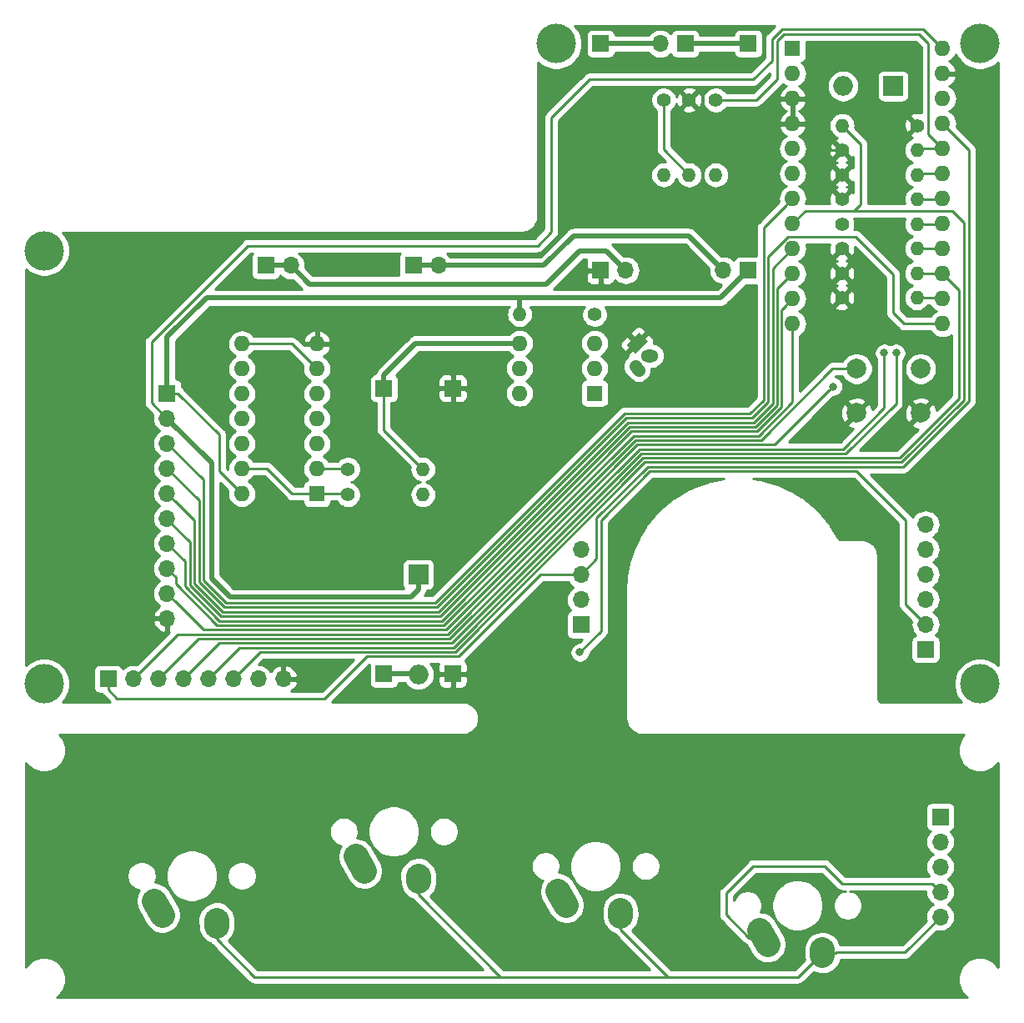
<source format=gbr>
G04 #@! TF.GenerationSoftware,KiCad,Pcbnew,(5.1.2)-2*
G04 #@! TF.CreationDate,2020-12-08T09:13:38+10:00*
G04 #@! TF.ProjectId,MK2090_PERI_order,4d4b3230-3930-45f5-9045-52495f6f7264,rev?*
G04 #@! TF.SameCoordinates,Original*
G04 #@! TF.FileFunction,Copper,L1,Top*
G04 #@! TF.FilePolarity,Positive*
%FSLAX46Y46*%
G04 Gerber Fmt 4.6, Leading zero omitted, Abs format (unit mm)*
G04 Created by KiCad (PCBNEW (5.1.2)-2) date 2020-12-08 09:13:38*
%MOMM*%
%LPD*%
G04 APERTURE LIST*
%ADD10O,1.400000X1.400000*%
%ADD11C,1.400000*%
%ADD12O,1.600000X1.600000*%
%ADD13R,1.600000X1.600000*%
%ADD14C,4.000000*%
%ADD15R,1.700000X1.700000*%
%ADD16O,1.700000X1.700000*%
%ADD17C,1.300000*%
%ADD18C,1.300000*%
%ADD19C,0.100000*%
%ADD20O,1.800000X1.300000*%
%ADD21O,2.000000X2.000000*%
%ADD22R,2.000000X2.000000*%
%ADD23C,2.500000*%
%ADD24C,2.500000*%
%ADD25C,2.000000*%
%ADD26C,0.800000*%
%ADD27C,0.250000*%
%ADD28C,0.500000*%
%ADD29C,0.254000*%
G04 APERTURE END LIST*
D10*
X141120000Y-90800000D03*
D11*
X133500000Y-90800000D03*
D10*
X133530000Y-80800000D03*
D11*
X141150000Y-80800000D03*
D12*
X72580000Y-118200000D03*
X80200000Y-102960000D03*
X72580000Y-115660000D03*
X80200000Y-105500000D03*
X72580000Y-113120000D03*
X80200000Y-108040000D03*
X72580000Y-110580000D03*
X80200000Y-110580000D03*
X72580000Y-108040000D03*
X80200000Y-113120000D03*
X72580000Y-105500000D03*
X80200000Y-115660000D03*
X72580000Y-102960000D03*
D13*
X80200000Y-118200000D03*
D14*
X147500000Y-72500000D03*
X104500000Y-72500000D03*
X52500000Y-93500000D03*
X147500000Y-137500000D03*
X52500000Y-137500000D03*
D15*
X124000000Y-72500000D03*
X109000000Y-72500000D03*
X124000000Y-95500000D03*
D16*
X121460000Y-95500000D03*
X111540000Y-95500000D03*
D15*
X109000000Y-95500000D03*
X87000000Y-107500000D03*
D16*
X65000000Y-130860000D03*
X65000000Y-128320000D03*
X65000000Y-125780000D03*
X65000000Y-123240000D03*
X65000000Y-120700000D03*
X65000000Y-118160000D03*
X65000000Y-115620000D03*
X65000000Y-113080000D03*
X65000000Y-110540000D03*
D15*
X65000000Y-108000000D03*
D16*
X76780000Y-137000000D03*
X74240000Y-137000000D03*
X71700000Y-137000000D03*
X69160000Y-137000000D03*
X66620000Y-137000000D03*
X64080000Y-137000000D03*
X61540000Y-137000000D03*
D15*
X59000000Y-137000000D03*
D16*
X107000000Y-123880000D03*
X107000000Y-126420000D03*
X107000000Y-128960000D03*
D15*
X107000000Y-131500000D03*
D16*
X142000000Y-121300000D03*
X142000000Y-123840000D03*
X142000000Y-126380000D03*
X142000000Y-128920000D03*
X142000000Y-131460000D03*
D15*
X142000000Y-134000000D03*
D12*
X100780000Y-108000000D03*
X108400000Y-102920000D03*
X100780000Y-105460000D03*
X108400000Y-105460000D03*
X100780000Y-102920000D03*
D13*
X108400000Y-108000000D03*
D16*
X115060000Y-72500000D03*
D15*
X117600000Y-72500000D03*
X90000000Y-95000000D03*
D16*
X92540000Y-95000000D03*
X77540000Y-95000000D03*
D15*
X75000000Y-95000000D03*
D17*
X112700000Y-105440000D03*
D18*
X112523223Y-105263223D02*
X112876777Y-105616777D01*
D17*
X112700000Y-102900000D03*
D19*
G36*
X111603984Y-103076777D02*
G01*
X112876777Y-101803984D01*
X113796016Y-102723223D01*
X112523223Y-103996016D01*
X111603984Y-103076777D01*
X111603984Y-103076777D01*
G37*
D20*
X113970000Y-104170000D03*
D10*
X100780000Y-100000000D03*
D11*
X108400000Y-100000000D03*
X118000000Y-78200000D03*
D10*
X118000000Y-85820000D03*
D11*
X115400000Y-78200000D03*
D10*
X115400000Y-85820000D03*
X90970000Y-118300000D03*
D11*
X83350000Y-118300000D03*
X83350000Y-115700000D03*
D10*
X90970000Y-115700000D03*
D11*
X133500000Y-88300000D03*
D10*
X141120000Y-88300000D03*
D11*
X120700000Y-78200000D03*
D10*
X120700000Y-85820000D03*
X141120000Y-83300000D03*
D11*
X133500000Y-83300000D03*
D10*
X141120000Y-85800000D03*
D11*
X133500000Y-85800000D03*
X133500000Y-93300000D03*
D10*
X141120000Y-93300000D03*
X141120000Y-95800000D03*
D11*
X133500000Y-95800000D03*
X133500000Y-98300000D03*
D10*
X141120000Y-98300000D03*
D15*
X94000000Y-107500000D03*
X94000000Y-136500000D03*
X87000000Y-136500000D03*
D21*
X133620000Y-76800000D03*
D22*
X138700000Y-76800000D03*
D21*
X90500000Y-136560000D03*
D22*
X90500000Y-126400000D03*
D16*
X143500000Y-161160000D03*
X143500000Y-158620000D03*
X143500000Y-156080000D03*
X143500000Y-153540000D03*
D15*
X143500000Y-151000000D03*
D23*
X70020000Y-161790000D03*
D24*
X70000276Y-161500672D02*
X70039724Y-162079328D01*
D23*
X64095000Y-160270000D03*
D24*
X63689547Y-159540046D02*
X64500453Y-160999954D01*
D23*
X84595000Y-155770000D03*
D24*
X84189547Y-155040046D02*
X85000453Y-156499954D01*
D23*
X90520000Y-157290000D03*
D24*
X90500276Y-157000672D02*
X90539724Y-157579328D01*
D23*
X111020000Y-160790000D03*
D24*
X111000276Y-160500672D02*
X111039724Y-161079328D01*
D23*
X105095000Y-159270000D03*
D24*
X104689547Y-158540046D02*
X105500453Y-159999954D01*
D23*
X125595000Y-163270000D03*
D24*
X125189547Y-162540046D02*
X126000453Y-163999954D01*
D23*
X131520000Y-164790000D03*
D24*
X131500276Y-164500672D02*
X131539724Y-165079328D01*
D25*
X141500000Y-110000000D03*
X141500000Y-105500000D03*
X135000000Y-110000000D03*
X135000000Y-105500000D03*
D12*
X143740000Y-73000000D03*
X128500000Y-100940000D03*
X143740000Y-75540000D03*
X128500000Y-98400000D03*
X143740000Y-78080000D03*
X128500000Y-95860000D03*
X143740000Y-80620000D03*
X128500000Y-93320000D03*
X143740000Y-83160000D03*
X128500000Y-90780000D03*
X143740000Y-85700000D03*
X128500000Y-88240000D03*
X143740000Y-88240000D03*
X128500000Y-85700000D03*
X143740000Y-90780000D03*
X128500000Y-83160000D03*
X143740000Y-93320000D03*
X128500000Y-80620000D03*
X143740000Y-95860000D03*
X128500000Y-78080000D03*
X143740000Y-98400000D03*
X128500000Y-75540000D03*
X143740000Y-100940000D03*
D13*
X128500000Y-73000000D03*
D26*
X84000000Y-95000000D03*
X71900000Y-96700000D03*
X76400000Y-112000000D03*
X97700000Y-105300000D03*
X84000000Y-107600000D03*
X138400000Y-92100000D03*
X81400000Y-163200000D03*
X139000000Y-103900000D03*
X137800000Y-103900000D03*
X132600000Y-107300000D03*
X106900000Y-134300000D03*
D27*
X141120000Y-85700000D02*
X143740000Y-85700000D01*
D28*
X90440000Y-136500000D02*
X90500000Y-136560000D01*
X87000000Y-136500000D02*
X90440000Y-136500000D01*
X90500000Y-127900000D02*
X90500000Y-126400000D01*
X89725020Y-128674980D02*
X90500000Y-127900000D01*
X71374980Y-128674980D02*
X89725020Y-128674980D01*
X69500000Y-126800000D02*
X71374980Y-128674980D01*
X69500000Y-115040000D02*
X69500000Y-126800000D01*
X65000000Y-110540000D02*
X69500000Y-115040000D01*
D27*
X141740000Y-71000000D02*
X143740000Y-73000000D01*
X126400000Y-72000000D02*
X127400000Y-71000000D01*
X126400000Y-74200000D02*
X126400000Y-72000000D01*
X107900000Y-76100000D02*
X124500000Y-76100000D01*
X104000000Y-80000000D02*
X107900000Y-76100000D01*
X63400000Y-108940000D02*
X63400000Y-102800000D01*
X127400000Y-71000000D02*
X141740000Y-71000000D01*
X124500000Y-76100000D02*
X126400000Y-74200000D01*
X65000000Y-110540000D02*
X63400000Y-108940000D01*
X63400000Y-102800000D02*
X73200000Y-93000000D01*
X73200000Y-93000000D02*
X102600000Y-93000000D01*
X102600000Y-93000000D02*
X104000000Y-91600000D01*
X104000000Y-91600000D02*
X104000000Y-80000000D01*
D28*
X117600000Y-72500000D02*
X124000000Y-72500000D01*
X121200000Y-98300000D02*
X124000000Y-95500000D01*
X65000000Y-108000000D02*
X65000000Y-102300000D01*
X65000000Y-102300000D02*
X69000000Y-98300000D01*
X69000000Y-98300000D02*
X86900000Y-98300000D01*
X86900000Y-98300000D02*
X121200000Y-98300000D01*
D27*
X86880000Y-98320000D02*
X86900000Y-98300000D01*
D28*
X100800000Y-99900000D02*
X100800000Y-98420000D01*
D27*
X70300000Y-115920000D02*
X72580000Y-118200000D01*
X70300000Y-112200000D02*
X70300000Y-115920000D01*
X65000000Y-108000000D02*
X66100000Y-108000000D01*
X66100000Y-108000000D02*
X70300000Y-112200000D01*
D28*
X111992894Y-103607106D02*
X112700000Y-102900000D01*
X94000000Y-107500000D02*
X95350000Y-107500000D01*
X97750000Y-109900000D02*
X109800000Y-109900000D01*
X109800000Y-109900000D02*
X111000000Y-108700000D01*
X111000000Y-108700000D02*
X111000000Y-104600000D01*
X95350000Y-107500000D02*
X97750000Y-109900000D01*
X111000000Y-104600000D02*
X111992894Y-103607106D01*
D27*
X132400000Y-83300000D02*
X133500000Y-83300000D01*
X128500000Y-80620000D02*
X129720000Y-80620000D01*
X129720000Y-80620000D02*
X132400000Y-83300000D01*
X87000000Y-111730000D02*
X90970000Y-115700000D01*
X87000000Y-107500000D02*
X87000000Y-111730000D01*
D28*
X99648630Y-102920000D02*
X100780000Y-102920000D01*
X90230000Y-102920000D02*
X99648630Y-102920000D01*
X87000000Y-106150000D02*
X90230000Y-102920000D01*
X87000000Y-107500000D02*
X87000000Y-106150000D01*
D27*
X125313667Y-112749923D02*
X112531611Y-112749923D01*
X112531611Y-112749923D02*
X93281584Y-131999950D01*
X135000000Y-105500000D02*
X132563590Y-105500000D01*
X68679950Y-131999950D02*
X65849999Y-129169999D01*
X65849999Y-129169999D02*
X65000000Y-128320000D01*
X93281584Y-131999950D02*
X68679950Y-131999950D01*
X132563590Y-105500000D02*
X125313667Y-112749923D01*
X125100088Y-112299912D02*
X128500000Y-108900000D01*
X65849999Y-127322822D02*
X70077116Y-131549939D01*
X65849999Y-126629999D02*
X65849999Y-127322822D01*
X65000000Y-125780000D02*
X65849999Y-126629999D01*
X70077116Y-131549939D02*
X93095184Y-131549939D01*
X128500000Y-102071370D02*
X128500000Y-100940000D01*
X112345211Y-112299912D02*
X125100088Y-112299912D01*
X93095184Y-131549939D02*
X112345211Y-112299912D01*
X128500000Y-108900000D02*
X128500000Y-102071370D01*
X66778304Y-127614716D02*
X70263516Y-131099928D01*
X112158811Y-111849901D02*
X124913689Y-111849901D01*
X70263516Y-131099928D02*
X92908784Y-131099928D01*
X127375000Y-99525000D02*
X127700001Y-99199999D01*
X124913689Y-111849901D02*
X127375000Y-109388590D01*
X127700001Y-99199999D02*
X128500000Y-98400000D01*
X92908784Y-131099928D02*
X112158811Y-111849901D01*
X127375000Y-109388590D02*
X127375000Y-99525000D01*
X66778304Y-125018304D02*
X66778304Y-127614716D01*
X65000000Y-123240000D02*
X66778304Y-125018304D01*
X111972411Y-111399890D02*
X124727290Y-111399890D01*
X65000000Y-120800000D02*
X67300020Y-123100020D01*
X124727290Y-111399890D02*
X126924989Y-109202191D01*
X67300020Y-127500021D02*
X70449916Y-130649917D01*
X70449916Y-130649917D02*
X92722384Y-130649917D01*
X67300020Y-123100020D02*
X67300020Y-127500021D01*
X126924989Y-109202191D02*
X126924989Y-97375011D01*
X92722384Y-130649917D02*
X111972411Y-111399890D01*
X126924989Y-97375011D02*
X128440000Y-95860000D01*
X126474979Y-95345021D02*
X126474978Y-97188611D01*
X111786011Y-110949879D02*
X92535984Y-130199906D01*
X128500000Y-93320000D02*
X126474979Y-95345021D01*
X126474978Y-109015792D02*
X124540890Y-110949879D01*
X124540890Y-110949879D02*
X111786011Y-110949879D01*
X65849999Y-119009999D02*
X65000000Y-118160000D01*
X67750031Y-127313621D02*
X67750031Y-120910031D01*
X67750031Y-120910031D02*
X65849999Y-119009999D01*
X92535984Y-130199906D02*
X70636316Y-130199906D01*
X70636316Y-130199906D02*
X67750031Y-127313621D01*
X126474978Y-97188611D02*
X126474978Y-109015792D01*
X65000000Y-115620000D02*
X68249989Y-118869989D01*
X111599611Y-110499868D02*
X124354491Y-110499868D01*
X68249989Y-118869989D02*
X68249989Y-127149990D01*
X124354491Y-110499868D02*
X126000000Y-108854360D01*
X128054998Y-92100000D02*
X134900000Y-92100000D01*
X92399479Y-129700000D02*
X111599611Y-110499868D01*
X68249989Y-127149990D02*
X70799999Y-129700000D01*
X126000000Y-108854360D02*
X126000000Y-94154998D01*
X70799999Y-129700000D02*
X92399479Y-129700000D01*
X138700000Y-95900000D02*
X138700000Y-99800000D01*
X134900000Y-92100000D02*
X138700000Y-95900000D01*
X142608630Y-100940000D02*
X143740000Y-100940000D01*
X139840000Y-100940000D02*
X142608630Y-100940000D01*
X138700000Y-99800000D02*
X139840000Y-100940000D01*
X126000000Y-94154998D02*
X128054998Y-92100000D01*
X124168092Y-110049857D02*
X125549989Y-108667961D01*
X68700000Y-126963590D02*
X70986399Y-129249989D01*
X70986399Y-129249989D02*
X92213079Y-129249989D01*
X127700001Y-89039999D02*
X128500000Y-88240000D01*
X111413211Y-110049857D02*
X124168092Y-110049857D01*
X125549989Y-108667961D02*
X125549990Y-91190010D01*
X125549990Y-91190010D02*
X127700001Y-89039999D01*
X92213079Y-129249989D02*
X111413211Y-110049857D01*
X68700000Y-116780000D02*
X68700000Y-126963590D01*
X65000000Y-113080000D02*
X68700000Y-116780000D01*
X77700000Y-118200000D02*
X80200000Y-118200000D01*
X72580000Y-115660000D02*
X75160000Y-115660000D01*
X75160000Y-115660000D02*
X77700000Y-118200000D01*
X83250000Y-118200000D02*
X83350000Y-118300000D01*
X80200000Y-118200000D02*
X83250000Y-118200000D01*
X128500000Y-90780000D02*
X129780000Y-89500000D01*
X129780000Y-89500000D02*
X134700000Y-89500000D01*
X135400000Y-88800000D02*
X134700000Y-89500000D01*
X133530000Y-80800000D02*
X135400000Y-82670000D01*
X135400000Y-82670000D02*
X135400000Y-88800000D01*
X139563612Y-114999978D02*
X113500532Y-114999978D01*
X74449995Y-134250005D02*
X72549999Y-136150001D01*
X145900000Y-108663590D02*
X139563612Y-114999978D01*
X72549999Y-136150001D02*
X71700000Y-137000000D01*
X113500532Y-114999978D02*
X94250505Y-134250005D01*
X145900000Y-90700000D02*
X145900000Y-108663590D01*
X94250505Y-134250005D02*
X74449995Y-134250005D01*
X134700000Y-89500000D02*
X144700000Y-89500000D01*
X144700000Y-89500000D02*
X145900000Y-90700000D01*
X143140000Y-95860000D02*
X143740000Y-95860000D01*
X141120000Y-95800000D02*
X143680000Y-95800000D01*
X145400000Y-97520000D02*
X145400000Y-108527180D01*
X143740000Y-95860000D02*
X145400000Y-97520000D01*
X139377213Y-114549967D02*
X113314132Y-114549967D01*
X113314132Y-114549967D02*
X94064105Y-133799994D01*
X94064105Y-133799994D02*
X72360006Y-133799994D01*
X70009999Y-136150001D02*
X69160000Y-137000000D01*
X72360006Y-133799994D02*
X70009999Y-136150001D01*
X145400000Y-108527180D02*
X139377213Y-114549967D01*
X143620000Y-90900000D02*
X143740000Y-90780000D01*
X143720000Y-90800000D02*
X143740000Y-90780000D01*
X141120000Y-90800000D02*
X143720000Y-90800000D01*
X139000000Y-103900000D02*
X139000000Y-103900000D01*
X70270017Y-133349983D02*
X93877705Y-133349983D01*
X133900044Y-114099956D02*
X139000000Y-109000000D01*
X139000000Y-104465685D02*
X139000000Y-103900000D01*
X66620000Y-137000000D02*
X70270017Y-133349983D01*
X139000000Y-109000000D02*
X139000000Y-104465685D01*
X113127732Y-114099956D02*
X133900044Y-114099956D01*
X93877705Y-133349983D02*
X113127732Y-114099956D01*
X141120000Y-98300000D02*
X143640000Y-98300000D01*
X137800000Y-103900000D02*
X137800000Y-103900000D01*
X93691305Y-132899972D02*
X112941332Y-113649945D01*
X64080000Y-137000000D02*
X68180028Y-132899972D01*
X137800000Y-104465685D02*
X137800000Y-103900000D01*
X133650055Y-113649945D02*
X137800000Y-109500000D01*
X68180028Y-132899972D02*
X93691305Y-132899972D01*
X137800000Y-109500000D02*
X137800000Y-104465685D01*
X112941332Y-113649945D02*
X133650055Y-113649945D01*
X143200000Y-93320000D02*
X143740000Y-93320000D01*
X143720000Y-93300000D02*
X143740000Y-93320000D01*
X141120000Y-93300000D02*
X143720000Y-93300000D01*
X132600000Y-107300000D02*
X132600000Y-107300000D01*
X93467984Y-132449961D02*
X112718011Y-113199934D01*
X126700066Y-113199934D02*
X132200001Y-107699999D01*
X66090039Y-132449961D02*
X93467984Y-132449961D01*
X132200001Y-107699999D02*
X132600000Y-107300000D01*
X112718011Y-113199934D02*
X126700066Y-113199934D01*
X61540000Y-137000000D02*
X66090039Y-132449961D01*
X102880000Y-126420000D02*
X107000000Y-126420000D01*
X59000000Y-138100000D02*
X59900000Y-139000000D01*
X59000000Y-137000000D02*
X59000000Y-138100000D01*
X81000000Y-139000000D02*
X85299985Y-134700015D01*
X59900000Y-139000000D02*
X81000000Y-139000000D01*
X85299985Y-134700015D02*
X94599985Y-134700015D01*
X94599985Y-134700015D02*
X102880000Y-126420000D01*
X146400000Y-83280000D02*
X144539999Y-81419999D01*
X146400000Y-108800000D02*
X146400000Y-83280000D01*
X139750011Y-115449989D02*
X146400000Y-108800000D01*
X108599999Y-120663590D02*
X113813600Y-115449989D01*
X108599999Y-124820001D02*
X108599999Y-120663590D01*
X107000000Y-126420000D02*
X108599999Y-124820001D01*
X144539999Y-81419999D02*
X143740000Y-80620000D01*
X113813600Y-115449989D02*
X139750011Y-115449989D01*
X83360000Y-115660000D02*
X83400000Y-115700000D01*
X80200000Y-115660000D02*
X83360000Y-115660000D01*
X140000000Y-129460000D02*
X142000000Y-131460000D01*
X140000000Y-120900000D02*
X140000000Y-129460000D01*
X135000000Y-115900000D02*
X140000000Y-120900000D01*
X114000000Y-115900000D02*
X135000000Y-115900000D01*
X109050010Y-132149990D02*
X109050010Y-120849990D01*
X106900000Y-134300000D02*
X109050010Y-132149990D01*
X109050010Y-120849990D02*
X114000000Y-115900000D01*
X115400000Y-83220000D02*
X118000000Y-85820000D01*
X115400000Y-78200000D02*
X115400000Y-83220000D01*
X143680000Y-88300000D02*
X143740000Y-88240000D01*
X141120000Y-88300000D02*
X143680000Y-88300000D01*
X126900000Y-76100000D02*
X126900000Y-72200000D01*
X124800000Y-78200000D02*
X126900000Y-76100000D01*
X126900000Y-72200000D02*
X127600000Y-71500000D01*
X127600000Y-71500000D02*
X141300000Y-71500000D01*
X141300000Y-71500000D02*
X142300000Y-72500000D01*
X142300000Y-72500000D02*
X142300000Y-75600000D01*
X143680000Y-83100000D02*
X143740000Y-83160000D01*
X141120000Y-83100000D02*
X143680000Y-83100000D01*
X142300000Y-81720000D02*
X142300000Y-72500000D01*
X143740000Y-83160000D02*
X142300000Y-81720000D01*
X124800000Y-78200000D02*
X120700000Y-78200000D01*
X79400001Y-104700001D02*
X80200000Y-105500000D01*
X77660000Y-102960000D02*
X79400001Y-104700001D01*
X72580000Y-102960000D02*
X77660000Y-102960000D01*
D28*
X109000000Y-72500000D02*
X115060000Y-72500000D01*
X90000000Y-95000000D02*
X92540000Y-95000000D01*
X117960000Y-92000000D02*
X121460000Y-95500000D01*
X106250000Y-92000000D02*
X117960000Y-92000000D01*
X92540000Y-95000000D02*
X103250000Y-95000000D01*
X103250000Y-95000000D02*
X106250000Y-92000000D01*
X75000000Y-95000000D02*
X77540000Y-95000000D01*
X110690001Y-94650001D02*
X111540000Y-95500000D01*
X109540000Y-93500000D02*
X110690001Y-94650001D01*
X106900000Y-93500000D02*
X109540000Y-93500000D01*
X103500000Y-96900000D02*
X106900000Y-93500000D01*
X77540000Y-95000000D02*
X79440000Y-96900000D01*
X79440000Y-96900000D02*
X103500000Y-96900000D01*
D27*
X142650001Y-157770001D02*
X133520001Y-157770001D01*
X143500000Y-158620000D02*
X142650001Y-157770001D01*
X133520001Y-157770001D02*
X131750000Y-156000000D01*
X131750000Y-156000000D02*
X124500000Y-156000000D01*
X124500000Y-156000000D02*
X121750000Y-158750000D01*
X124065116Y-163270000D02*
X125595000Y-163270000D01*
X121750000Y-160954884D02*
X124065116Y-163270000D01*
X121750000Y-158750000D02*
X121750000Y-160954884D01*
X132872900Y-164790000D02*
X132912900Y-164750000D01*
X131520000Y-164790000D02*
X132872900Y-164790000D01*
X139910000Y-164750000D02*
X143500000Y-161160000D01*
X132912900Y-164750000D02*
X139910000Y-164750000D01*
X111020000Y-162424421D02*
X115845579Y-167250000D01*
X111020000Y-160790000D02*
X111020000Y-162424421D01*
X129060000Y-167250000D02*
X131520000Y-164790000D01*
X115845579Y-167250000D02*
X129060000Y-167250000D01*
X98845579Y-167250000D02*
X115845579Y-167250000D01*
X90520000Y-158924421D02*
X98845579Y-167250000D01*
X90520000Y-157290000D02*
X90520000Y-158924421D01*
X73845579Y-167250000D02*
X98845579Y-167250000D01*
X70020000Y-163424421D02*
X73845579Y-167250000D01*
X70020000Y-161790000D02*
X70020000Y-163424421D01*
D29*
G36*
X120250934Y-116892479D02*
G01*
X120215791Y-116901306D01*
X120180494Y-116909780D01*
X120173893Y-116911830D01*
X118936422Y-117303190D01*
X118902590Y-117316177D01*
X118868569Y-117328829D01*
X118862263Y-117331657D01*
X117680773Y-117868849D01*
X117648736Y-117885811D01*
X117616492Y-117902454D01*
X117610577Y-117906015D01*
X117610572Y-117906018D01*
X117610571Y-117906019D01*
X116502173Y-118581261D01*
X116472453Y-118601917D01*
X116442396Y-118622344D01*
X116436946Y-118626595D01*
X115417698Y-119430106D01*
X115390654Y-119454201D01*
X115363289Y-119478073D01*
X115358399Y-119482939D01*
X115358389Y-119482948D01*
X115358381Y-119482957D01*
X114443053Y-120403089D01*
X114419065Y-120430298D01*
X114394801Y-120457246D01*
X114390523Y-120462673D01*
X113592360Y-121486114D01*
X113571836Y-121515976D01*
X113550963Y-121545676D01*
X113547368Y-121551578D01*
X112877938Y-122663498D01*
X112861143Y-122695623D01*
X112843997Y-122727601D01*
X112841137Y-122733892D01*
X112310139Y-123918180D01*
X112297321Y-123952101D01*
X112284145Y-123985897D01*
X112282061Y-123992486D01*
X111897185Y-125231990D01*
X111888548Y-125267152D01*
X111879514Y-125302339D01*
X111878237Y-125309131D01*
X111645058Y-126585894D01*
X111640701Y-126621896D01*
X111635967Y-126657857D01*
X111635515Y-126664753D01*
X111557412Y-127960283D01*
X111557412Y-128039717D01*
X111560000Y-128061103D01*
X111560001Y-141032419D01*
X111562783Y-141060664D01*
X111562740Y-141066801D01*
X111563640Y-141075972D01*
X111584041Y-141270069D01*
X111596068Y-141328658D01*
X111607277Y-141387423D01*
X111609941Y-141396245D01*
X111667653Y-141582683D01*
X111690838Y-141637838D01*
X111713242Y-141693291D01*
X111717568Y-141701427D01*
X111810393Y-141873104D01*
X111843846Y-141922699D01*
X111876600Y-141972753D01*
X111882424Y-141979894D01*
X112006828Y-142130272D01*
X112049263Y-142172411D01*
X112091126Y-142215161D01*
X112098227Y-142221034D01*
X112249469Y-142344384D01*
X112299277Y-142377477D01*
X112348651Y-142411284D01*
X112356757Y-142415667D01*
X112529080Y-142507292D01*
X112584392Y-142530090D01*
X112639366Y-142553652D01*
X112648169Y-142556377D01*
X112835006Y-142612786D01*
X112893686Y-142624405D01*
X112952196Y-142636842D01*
X112961361Y-142637805D01*
X113155594Y-142656850D01*
X113155598Y-142656850D01*
X113187581Y-142660000D01*
X145929233Y-142660000D01*
X145763962Y-142825271D01*
X145519369Y-143191331D01*
X145350890Y-143598075D01*
X145265000Y-144029872D01*
X145265000Y-144470128D01*
X145350890Y-144901925D01*
X145519369Y-145308669D01*
X145763962Y-145674729D01*
X146075271Y-145986038D01*
X146441331Y-146230631D01*
X146848075Y-146399110D01*
X147279872Y-146485000D01*
X147720128Y-146485000D01*
X148151925Y-146399110D01*
X148558669Y-146230631D01*
X148924729Y-145986038D01*
X149236038Y-145674729D01*
X149340000Y-145519138D01*
X149340001Y-166230863D01*
X149236038Y-166075271D01*
X148924729Y-165763962D01*
X148558669Y-165519369D01*
X148151925Y-165350890D01*
X147720128Y-165265000D01*
X147279872Y-165265000D01*
X146848075Y-165350890D01*
X146441331Y-165519369D01*
X146075271Y-165763962D01*
X145763962Y-166075271D01*
X145519369Y-166441331D01*
X145350890Y-166848075D01*
X145265000Y-167279872D01*
X145265000Y-167720128D01*
X145350890Y-168151925D01*
X145519369Y-168558669D01*
X145763962Y-168924729D01*
X146075271Y-169236038D01*
X146230861Y-169340000D01*
X53769139Y-169340000D01*
X53924729Y-169236038D01*
X54236038Y-168924729D01*
X54480631Y-168558669D01*
X54649110Y-168151925D01*
X54735000Y-167720128D01*
X54735000Y-167279872D01*
X54649110Y-166848075D01*
X54480631Y-166441331D01*
X54236038Y-166075271D01*
X53924729Y-165763962D01*
X53558669Y-165519369D01*
X53151925Y-165350890D01*
X52720128Y-165265000D01*
X52279872Y-165265000D01*
X51848075Y-165350890D01*
X51441331Y-165519369D01*
X51075271Y-165763962D01*
X50763962Y-166075271D01*
X50660000Y-166230861D01*
X50660000Y-156853652D01*
X60934100Y-156853652D01*
X60934100Y-157146348D01*
X60991202Y-157433421D01*
X61103212Y-157703838D01*
X61265826Y-157947206D01*
X61472794Y-158154174D01*
X61716162Y-158316788D01*
X61986579Y-158428798D01*
X62143132Y-158459938D01*
X62004886Y-158674248D01*
X61868348Y-159019545D01*
X61801797Y-159384844D01*
X61807791Y-159756108D01*
X61886100Y-160119069D01*
X61996725Y-160374402D01*
X62897556Y-161996206D01*
X63055868Y-162225050D01*
X63322629Y-162483335D01*
X63634655Y-162684615D01*
X63979951Y-162821153D01*
X64345250Y-162887704D01*
X64716515Y-162881710D01*
X65079476Y-162803401D01*
X65420185Y-162655786D01*
X65725549Y-162444539D01*
X65983834Y-162177778D01*
X66185114Y-161865752D01*
X66315309Y-161536495D01*
X68113344Y-161536495D01*
X68165387Y-162299916D01*
X68211434Y-162574347D01*
X68343137Y-162921517D01*
X68540041Y-163236323D01*
X68794575Y-163506665D01*
X69096960Y-163722156D01*
X69389024Y-163853569D01*
X69431211Y-163904973D01*
X69480000Y-163964422D01*
X69508998Y-163988220D01*
X73281780Y-167761003D01*
X73305578Y-167790001D01*
X73421303Y-167884974D01*
X73553332Y-167955546D01*
X73696593Y-167999003D01*
X73808246Y-168010000D01*
X73808254Y-168010000D01*
X73845579Y-168013676D01*
X73882904Y-168010000D01*
X98808254Y-168010000D01*
X98845579Y-168013676D01*
X98882904Y-168010000D01*
X115808255Y-168010000D01*
X115845578Y-168013676D01*
X115882901Y-168010000D01*
X129022678Y-168010000D01*
X129060000Y-168013676D01*
X129097322Y-168010000D01*
X129097333Y-168010000D01*
X129208986Y-167999003D01*
X129352247Y-167955546D01*
X129484276Y-167884974D01*
X129600001Y-167790001D01*
X129623804Y-167760997D01*
X130642262Y-166742539D01*
X130935575Y-166874514D01*
X131297407Y-166957883D01*
X131668550Y-166969061D01*
X132034743Y-166907618D01*
X132381913Y-166775914D01*
X132696719Y-166579011D01*
X132967061Y-166324477D01*
X133182552Y-166022092D01*
X133334910Y-165683477D01*
X133374880Y-165510000D01*
X139872678Y-165510000D01*
X139910000Y-165513676D01*
X139947322Y-165510000D01*
X139947333Y-165510000D01*
X140058986Y-165499003D01*
X140202247Y-165455546D01*
X140334276Y-165384974D01*
X140450001Y-165290001D01*
X140473804Y-165260997D01*
X143134005Y-162600797D01*
X143208889Y-162623513D01*
X143427050Y-162645000D01*
X143572950Y-162645000D01*
X143791111Y-162623513D01*
X144071034Y-162538599D01*
X144329014Y-162400706D01*
X144555134Y-162215134D01*
X144740706Y-161989014D01*
X144878599Y-161731034D01*
X144963513Y-161451111D01*
X144992185Y-161160000D01*
X144963513Y-160868889D01*
X144878599Y-160588966D01*
X144740706Y-160330986D01*
X144555134Y-160104866D01*
X144329014Y-159919294D01*
X144274209Y-159890000D01*
X144329014Y-159860706D01*
X144555134Y-159675134D01*
X144740706Y-159449014D01*
X144878599Y-159191034D01*
X144963513Y-158911111D01*
X144992185Y-158620000D01*
X144963513Y-158328889D01*
X144878599Y-158048966D01*
X144740706Y-157790986D01*
X144555134Y-157564866D01*
X144329014Y-157379294D01*
X144274209Y-157350000D01*
X144329014Y-157320706D01*
X144555134Y-157135134D01*
X144740706Y-156909014D01*
X144878599Y-156651034D01*
X144963513Y-156371111D01*
X144992185Y-156080000D01*
X144963513Y-155788889D01*
X144878599Y-155508966D01*
X144740706Y-155250986D01*
X144555134Y-155024866D01*
X144329014Y-154839294D01*
X144274209Y-154810000D01*
X144329014Y-154780706D01*
X144555134Y-154595134D01*
X144740706Y-154369014D01*
X144878599Y-154111034D01*
X144963513Y-153831111D01*
X144992185Y-153540000D01*
X144963513Y-153248889D01*
X144878599Y-152968966D01*
X144740706Y-152710986D01*
X144555134Y-152484866D01*
X144525313Y-152460393D01*
X144594180Y-152439502D01*
X144704494Y-152380537D01*
X144801185Y-152301185D01*
X144880537Y-152204494D01*
X144939502Y-152094180D01*
X144975812Y-151974482D01*
X144988072Y-151850000D01*
X144988072Y-150150000D01*
X144975812Y-150025518D01*
X144939502Y-149905820D01*
X144880537Y-149795506D01*
X144801185Y-149698815D01*
X144704494Y-149619463D01*
X144594180Y-149560498D01*
X144474482Y-149524188D01*
X144350000Y-149511928D01*
X142650000Y-149511928D01*
X142525518Y-149524188D01*
X142405820Y-149560498D01*
X142295506Y-149619463D01*
X142198815Y-149698815D01*
X142119463Y-149795506D01*
X142060498Y-149905820D01*
X142024188Y-150025518D01*
X142011928Y-150150000D01*
X142011928Y-151850000D01*
X142024188Y-151974482D01*
X142060498Y-152094180D01*
X142119463Y-152204494D01*
X142198815Y-152301185D01*
X142295506Y-152380537D01*
X142405820Y-152439502D01*
X142474687Y-152460393D01*
X142444866Y-152484866D01*
X142259294Y-152710986D01*
X142121401Y-152968966D01*
X142036487Y-153248889D01*
X142007815Y-153540000D01*
X142036487Y-153831111D01*
X142121401Y-154111034D01*
X142259294Y-154369014D01*
X142444866Y-154595134D01*
X142670986Y-154780706D01*
X142725791Y-154810000D01*
X142670986Y-154839294D01*
X142444866Y-155024866D01*
X142259294Y-155250986D01*
X142121401Y-155508966D01*
X142036487Y-155788889D01*
X142007815Y-156080000D01*
X142036487Y-156371111D01*
X142121401Y-156651034D01*
X142259294Y-156909014D01*
X142342172Y-157010001D01*
X133834804Y-157010001D01*
X132313803Y-155489002D01*
X132290001Y-155459999D01*
X132174276Y-155365026D01*
X132042247Y-155294454D01*
X131898986Y-155250997D01*
X131787333Y-155240000D01*
X131787322Y-155240000D01*
X131750000Y-155236324D01*
X131712678Y-155240000D01*
X124537322Y-155240000D01*
X124499999Y-155236324D01*
X124462676Y-155240000D01*
X124462667Y-155240000D01*
X124351014Y-155250997D01*
X124207753Y-155294454D01*
X124075724Y-155365026D01*
X123959999Y-155459999D01*
X123936201Y-155488997D01*
X121239003Y-158186196D01*
X121209999Y-158209999D01*
X121181069Y-158245251D01*
X121115026Y-158325724D01*
X121044455Y-158457753D01*
X121044454Y-158457754D01*
X121000997Y-158601015D01*
X120990000Y-158712668D01*
X120990000Y-158712678D01*
X120986324Y-158750000D01*
X120990000Y-158787323D01*
X120990001Y-160917552D01*
X120986324Y-160954884D01*
X120990001Y-160992217D01*
X120994806Y-161040997D01*
X121000998Y-161103869D01*
X121044454Y-161247130D01*
X121115026Y-161379160D01*
X121175008Y-161452247D01*
X121210000Y-161494885D01*
X121238998Y-161518683D01*
X123501321Y-163781008D01*
X123525115Y-163810001D01*
X123554108Y-163833795D01*
X123554112Y-163833799D01*
X123572266Y-163848697D01*
X123640840Y-163904974D01*
X123772869Y-163975546D01*
X123842335Y-163996618D01*
X124397556Y-164996206D01*
X124555868Y-165225050D01*
X124822629Y-165483335D01*
X125134655Y-165684615D01*
X125479951Y-165821153D01*
X125845250Y-165887704D01*
X126216515Y-165881710D01*
X126579476Y-165803401D01*
X126920185Y-165655786D01*
X127225549Y-165444539D01*
X127483834Y-165177778D01*
X127685114Y-164865752D01*
X127821652Y-164520455D01*
X127888203Y-164155156D01*
X127882209Y-163783891D01*
X127803900Y-163420930D01*
X127693275Y-163165597D01*
X126792444Y-161543794D01*
X126634132Y-161314950D01*
X126367371Y-161056665D01*
X126055345Y-160855385D01*
X125710048Y-160718847D01*
X125344749Y-160652296D01*
X125257554Y-160653704D01*
X125348798Y-160433421D01*
X125405900Y-160146348D01*
X125405900Y-159853652D01*
X125383508Y-159741076D01*
X126371100Y-159741076D01*
X126371100Y-160258924D01*
X126472127Y-160766822D01*
X126670299Y-161245251D01*
X126958000Y-161675826D01*
X127324174Y-162042000D01*
X127754749Y-162329701D01*
X128233178Y-162527873D01*
X128741076Y-162628900D01*
X129258924Y-162628900D01*
X129766822Y-162527873D01*
X130245251Y-162329701D01*
X130675826Y-162042000D01*
X131042000Y-161675826D01*
X131329701Y-161245251D01*
X131527873Y-160766822D01*
X131628900Y-160258924D01*
X131628900Y-159741076D01*
X131527873Y-159233178D01*
X131329701Y-158754749D01*
X131042000Y-158324174D01*
X130675826Y-157958000D01*
X130245251Y-157670299D01*
X129766822Y-157472127D01*
X129258924Y-157371100D01*
X128741076Y-157371100D01*
X128233178Y-157472127D01*
X127754749Y-157670299D01*
X127324174Y-157958000D01*
X126958000Y-158324174D01*
X126670299Y-158754749D01*
X126472127Y-159233178D01*
X126371100Y-159741076D01*
X125383508Y-159741076D01*
X125348798Y-159566579D01*
X125236788Y-159296162D01*
X125074174Y-159052794D01*
X124867206Y-158845826D01*
X124623838Y-158683212D01*
X124353421Y-158571202D01*
X124066348Y-158514100D01*
X123773652Y-158514100D01*
X123486579Y-158571202D01*
X123216162Y-158683212D01*
X122972794Y-158845826D01*
X122765826Y-159052794D01*
X122603212Y-159296162D01*
X122510000Y-159521196D01*
X122510000Y-159064801D01*
X124814802Y-156760000D01*
X131435199Y-156760000D01*
X132956206Y-158281009D01*
X132980000Y-158310002D01*
X133008993Y-158333796D01*
X133008997Y-158333800D01*
X133043630Y-158362222D01*
X133095725Y-158404975D01*
X133227754Y-158475547D01*
X133371015Y-158519004D01*
X133482668Y-158530001D01*
X133482677Y-158530001D01*
X133520000Y-158533677D01*
X133557323Y-158530001D01*
X133853712Y-158530001D01*
X133646579Y-158571202D01*
X133376162Y-158683212D01*
X133132794Y-158845826D01*
X132925826Y-159052794D01*
X132763212Y-159296162D01*
X132651202Y-159566579D01*
X132594100Y-159853652D01*
X132594100Y-160146348D01*
X132651202Y-160433421D01*
X132763212Y-160703838D01*
X132925826Y-160947206D01*
X133132794Y-161154174D01*
X133376162Y-161316788D01*
X133646579Y-161428798D01*
X133933652Y-161485900D01*
X134226348Y-161485900D01*
X134513421Y-161428798D01*
X134783838Y-161316788D01*
X135027206Y-161154174D01*
X135234174Y-160947206D01*
X135396788Y-160703838D01*
X135508798Y-160433421D01*
X135565900Y-160146348D01*
X135565900Y-159853652D01*
X135508798Y-159566579D01*
X135396788Y-159296162D01*
X135234174Y-159052794D01*
X135027206Y-158845826D01*
X134783838Y-158683212D01*
X134513421Y-158571202D01*
X134306288Y-158530001D01*
X142016679Y-158530001D01*
X142007815Y-158620000D01*
X142036487Y-158911111D01*
X142121401Y-159191034D01*
X142259294Y-159449014D01*
X142444866Y-159675134D01*
X142670986Y-159860706D01*
X142725791Y-159890000D01*
X142670986Y-159919294D01*
X142444866Y-160104866D01*
X142259294Y-160330986D01*
X142121401Y-160588966D01*
X142036487Y-160868889D01*
X142007815Y-161160000D01*
X142036487Y-161451111D01*
X142059203Y-161525995D01*
X139595199Y-163990000D01*
X133322628Y-163990000D01*
X133196863Y-163658483D01*
X132999959Y-163343677D01*
X132745425Y-163073335D01*
X132443040Y-162857844D01*
X132104425Y-162705486D01*
X131742593Y-162622117D01*
X131371450Y-162610939D01*
X131005257Y-162672382D01*
X130658087Y-162804085D01*
X130343281Y-163000989D01*
X130072939Y-163255523D01*
X129857448Y-163557908D01*
X129705090Y-163896523D01*
X129621721Y-164258355D01*
X129613344Y-164536495D01*
X129665387Y-165299916D01*
X129704166Y-165531032D01*
X128745199Y-166490000D01*
X116160381Y-166490000D01*
X112223848Y-162553468D01*
X112467061Y-162324477D01*
X112682552Y-162022092D01*
X112834910Y-161683477D01*
X112918279Y-161321645D01*
X112926656Y-161043504D01*
X112874613Y-160280084D01*
X112828566Y-160005653D01*
X112696863Y-159658483D01*
X112499959Y-159343677D01*
X112245425Y-159073335D01*
X111943040Y-158857844D01*
X111604425Y-158705486D01*
X111242593Y-158622117D01*
X110871450Y-158610939D01*
X110505257Y-158672382D01*
X110158087Y-158804085D01*
X109843281Y-159000989D01*
X109572939Y-159255523D01*
X109357448Y-159557908D01*
X109205090Y-159896523D01*
X109121721Y-160258355D01*
X109113344Y-160536495D01*
X109165387Y-161299916D01*
X109211434Y-161574347D01*
X109343137Y-161921517D01*
X109540041Y-162236323D01*
X109794575Y-162506665D01*
X110096960Y-162722156D01*
X110389024Y-162853569D01*
X110417039Y-162887704D01*
X110480000Y-162964422D01*
X110508998Y-162988220D01*
X114010777Y-166490000D01*
X99160381Y-166490000D01*
X91723848Y-159053468D01*
X91967061Y-158824477D01*
X92182552Y-158522092D01*
X92334910Y-158183477D01*
X92418279Y-157821645D01*
X92426656Y-157543504D01*
X92374613Y-156780084D01*
X92328566Y-156505653D01*
X92196863Y-156158483D01*
X92006199Y-155853652D01*
X101934100Y-155853652D01*
X101934100Y-156146348D01*
X101991202Y-156433421D01*
X102103212Y-156703838D01*
X102265826Y-156947206D01*
X102472794Y-157154174D01*
X102716162Y-157316788D01*
X102986579Y-157428798D01*
X103143132Y-157459938D01*
X103004886Y-157674248D01*
X102868348Y-158019545D01*
X102801797Y-158384844D01*
X102807791Y-158756108D01*
X102886100Y-159119069D01*
X102996725Y-159374402D01*
X103897556Y-160996206D01*
X104055868Y-161225050D01*
X104322629Y-161483335D01*
X104634655Y-161684615D01*
X104979951Y-161821153D01*
X105345250Y-161887704D01*
X105716515Y-161881710D01*
X106079476Y-161803401D01*
X106420185Y-161655786D01*
X106725549Y-161444539D01*
X106983834Y-161177778D01*
X107185114Y-160865752D01*
X107321652Y-160520455D01*
X107388203Y-160155156D01*
X107382209Y-159783891D01*
X107303900Y-159420930D01*
X107193275Y-159165597D01*
X106292444Y-157543794D01*
X106134132Y-157314950D01*
X105867371Y-157056665D01*
X105555345Y-156855385D01*
X105210048Y-156718847D01*
X104844749Y-156652296D01*
X104757554Y-156653704D01*
X104848798Y-156433421D01*
X104905900Y-156146348D01*
X104905900Y-155853652D01*
X104883508Y-155741076D01*
X105871100Y-155741076D01*
X105871100Y-156258924D01*
X105972127Y-156766822D01*
X106170299Y-157245251D01*
X106458000Y-157675826D01*
X106824174Y-158042000D01*
X107254749Y-158329701D01*
X107733178Y-158527873D01*
X108241076Y-158628900D01*
X108758924Y-158628900D01*
X109266822Y-158527873D01*
X109745251Y-158329701D01*
X110175826Y-158042000D01*
X110542000Y-157675826D01*
X110829701Y-157245251D01*
X111027873Y-156766822D01*
X111128900Y-156258924D01*
X111128900Y-155853652D01*
X112094100Y-155853652D01*
X112094100Y-156146348D01*
X112151202Y-156433421D01*
X112263212Y-156703838D01*
X112425826Y-156947206D01*
X112632794Y-157154174D01*
X112876162Y-157316788D01*
X113146579Y-157428798D01*
X113433652Y-157485900D01*
X113726348Y-157485900D01*
X114013421Y-157428798D01*
X114283838Y-157316788D01*
X114527206Y-157154174D01*
X114734174Y-156947206D01*
X114896788Y-156703838D01*
X115008798Y-156433421D01*
X115065900Y-156146348D01*
X115065900Y-155853652D01*
X115008798Y-155566579D01*
X114896788Y-155296162D01*
X114734174Y-155052794D01*
X114527206Y-154845826D01*
X114283838Y-154683212D01*
X114013421Y-154571202D01*
X113726348Y-154514100D01*
X113433652Y-154514100D01*
X113146579Y-154571202D01*
X112876162Y-154683212D01*
X112632794Y-154845826D01*
X112425826Y-155052794D01*
X112263212Y-155296162D01*
X112151202Y-155566579D01*
X112094100Y-155853652D01*
X111128900Y-155853652D01*
X111128900Y-155741076D01*
X111027873Y-155233178D01*
X110829701Y-154754749D01*
X110542000Y-154324174D01*
X110175826Y-153958000D01*
X109745251Y-153670299D01*
X109266822Y-153472127D01*
X108758924Y-153371100D01*
X108241076Y-153371100D01*
X107733178Y-153472127D01*
X107254749Y-153670299D01*
X106824174Y-153958000D01*
X106458000Y-154324174D01*
X106170299Y-154754749D01*
X105972127Y-155233178D01*
X105871100Y-155741076D01*
X104883508Y-155741076D01*
X104848798Y-155566579D01*
X104736788Y-155296162D01*
X104574174Y-155052794D01*
X104367206Y-154845826D01*
X104123838Y-154683212D01*
X103853421Y-154571202D01*
X103566348Y-154514100D01*
X103273652Y-154514100D01*
X102986579Y-154571202D01*
X102716162Y-154683212D01*
X102472794Y-154845826D01*
X102265826Y-155052794D01*
X102103212Y-155296162D01*
X101991202Y-155566579D01*
X101934100Y-155853652D01*
X92006199Y-155853652D01*
X91999959Y-155843677D01*
X91745425Y-155573335D01*
X91443040Y-155357844D01*
X91104425Y-155205486D01*
X90742593Y-155122117D01*
X90371450Y-155110939D01*
X90005257Y-155172382D01*
X89658087Y-155304085D01*
X89343281Y-155500989D01*
X89072939Y-155755523D01*
X88857448Y-156057908D01*
X88705090Y-156396523D01*
X88621721Y-156758355D01*
X88613344Y-157036495D01*
X88665387Y-157799916D01*
X88711434Y-158074347D01*
X88843137Y-158421517D01*
X89040041Y-158736323D01*
X89294575Y-159006665D01*
X89596960Y-159222156D01*
X89889024Y-159353569D01*
X89933382Y-159407618D01*
X89980000Y-159464422D01*
X90008998Y-159488220D01*
X97010777Y-166490000D01*
X74160381Y-166490000D01*
X71223848Y-163553468D01*
X71467061Y-163324477D01*
X71682552Y-163022092D01*
X71834910Y-162683477D01*
X71918279Y-162321645D01*
X71926656Y-162043504D01*
X71874613Y-161280084D01*
X71828566Y-161005653D01*
X71696863Y-160658483D01*
X71499959Y-160343677D01*
X71245425Y-160073335D01*
X70943040Y-159857844D01*
X70604425Y-159705486D01*
X70242593Y-159622117D01*
X69871450Y-159610939D01*
X69505257Y-159672382D01*
X69158087Y-159804085D01*
X68843281Y-160000989D01*
X68572939Y-160255523D01*
X68357448Y-160557908D01*
X68205090Y-160896523D01*
X68121721Y-161258355D01*
X68113344Y-161536495D01*
X66315309Y-161536495D01*
X66321652Y-161520455D01*
X66388203Y-161155156D01*
X66382209Y-160783891D01*
X66303900Y-160420930D01*
X66193275Y-160165597D01*
X65292444Y-158543794D01*
X65134132Y-158314950D01*
X64867371Y-158056665D01*
X64555345Y-157855385D01*
X64210048Y-157718847D01*
X63844749Y-157652296D01*
X63757554Y-157653704D01*
X63848798Y-157433421D01*
X63905900Y-157146348D01*
X63905900Y-156853652D01*
X63883508Y-156741076D01*
X64871100Y-156741076D01*
X64871100Y-157258924D01*
X64972127Y-157766822D01*
X65170299Y-158245251D01*
X65458000Y-158675826D01*
X65824174Y-159042000D01*
X66254749Y-159329701D01*
X66733178Y-159527873D01*
X67241076Y-159628900D01*
X67758924Y-159628900D01*
X68266822Y-159527873D01*
X68745251Y-159329701D01*
X69175826Y-159042000D01*
X69542000Y-158675826D01*
X69829701Y-158245251D01*
X70027873Y-157766822D01*
X70128900Y-157258924D01*
X70128900Y-156853652D01*
X71094100Y-156853652D01*
X71094100Y-157146348D01*
X71151202Y-157433421D01*
X71263212Y-157703838D01*
X71425826Y-157947206D01*
X71632794Y-158154174D01*
X71876162Y-158316788D01*
X72146579Y-158428798D01*
X72433652Y-158485900D01*
X72726348Y-158485900D01*
X73013421Y-158428798D01*
X73283838Y-158316788D01*
X73527206Y-158154174D01*
X73734174Y-157947206D01*
X73896788Y-157703838D01*
X74008798Y-157433421D01*
X74065900Y-157146348D01*
X74065900Y-156853652D01*
X74008798Y-156566579D01*
X73896788Y-156296162D01*
X73734174Y-156052794D01*
X73527206Y-155845826D01*
X73283838Y-155683212D01*
X73013421Y-155571202D01*
X72726348Y-155514100D01*
X72433652Y-155514100D01*
X72146579Y-155571202D01*
X71876162Y-155683212D01*
X71632794Y-155845826D01*
X71425826Y-156052794D01*
X71263212Y-156296162D01*
X71151202Y-156566579D01*
X71094100Y-156853652D01*
X70128900Y-156853652D01*
X70128900Y-156741076D01*
X70027873Y-156233178D01*
X69829701Y-155754749D01*
X69542000Y-155324174D01*
X69175826Y-154958000D01*
X68745251Y-154670299D01*
X68266822Y-154472127D01*
X67758924Y-154371100D01*
X67241076Y-154371100D01*
X66733178Y-154472127D01*
X66254749Y-154670299D01*
X65824174Y-154958000D01*
X65458000Y-155324174D01*
X65170299Y-155754749D01*
X64972127Y-156233178D01*
X64871100Y-156741076D01*
X63883508Y-156741076D01*
X63848798Y-156566579D01*
X63736788Y-156296162D01*
X63574174Y-156052794D01*
X63367206Y-155845826D01*
X63123838Y-155683212D01*
X62853421Y-155571202D01*
X62566348Y-155514100D01*
X62273652Y-155514100D01*
X61986579Y-155571202D01*
X61716162Y-155683212D01*
X61472794Y-155845826D01*
X61265826Y-156052794D01*
X61103212Y-156296162D01*
X60991202Y-156566579D01*
X60934100Y-156853652D01*
X50660000Y-156853652D01*
X50660000Y-152353652D01*
X81434100Y-152353652D01*
X81434100Y-152646348D01*
X81491202Y-152933421D01*
X81603212Y-153203838D01*
X81765826Y-153447206D01*
X81972794Y-153654174D01*
X82216162Y-153816788D01*
X82486579Y-153928798D01*
X82643132Y-153959938D01*
X82504886Y-154174248D01*
X82368348Y-154519545D01*
X82301797Y-154884844D01*
X82307791Y-155256108D01*
X82386100Y-155619069D01*
X82496725Y-155874402D01*
X83397556Y-157496206D01*
X83555868Y-157725050D01*
X83822629Y-157983335D01*
X84134655Y-158184615D01*
X84479951Y-158321153D01*
X84845250Y-158387704D01*
X85216515Y-158381710D01*
X85579476Y-158303401D01*
X85920185Y-158155786D01*
X86225549Y-157944539D01*
X86483834Y-157677778D01*
X86685114Y-157365752D01*
X86821652Y-157020455D01*
X86888203Y-156655156D01*
X86882209Y-156283891D01*
X86803900Y-155920930D01*
X86693275Y-155665597D01*
X85792444Y-154043794D01*
X85634132Y-153814950D01*
X85367371Y-153556665D01*
X85055345Y-153355385D01*
X84710048Y-153218847D01*
X84344749Y-153152296D01*
X84257554Y-153153704D01*
X84348798Y-152933421D01*
X84405900Y-152646348D01*
X84405900Y-152353652D01*
X84383508Y-152241076D01*
X85371100Y-152241076D01*
X85371100Y-152758924D01*
X85472127Y-153266822D01*
X85670299Y-153745251D01*
X85958000Y-154175826D01*
X86324174Y-154542000D01*
X86754749Y-154829701D01*
X87233178Y-155027873D01*
X87741076Y-155128900D01*
X88258924Y-155128900D01*
X88766822Y-155027873D01*
X89245251Y-154829701D01*
X89675826Y-154542000D01*
X90042000Y-154175826D01*
X90329701Y-153745251D01*
X90527873Y-153266822D01*
X90628900Y-152758924D01*
X90628900Y-152353652D01*
X91594100Y-152353652D01*
X91594100Y-152646348D01*
X91651202Y-152933421D01*
X91763212Y-153203838D01*
X91925826Y-153447206D01*
X92132794Y-153654174D01*
X92376162Y-153816788D01*
X92646579Y-153928798D01*
X92933652Y-153985900D01*
X93226348Y-153985900D01*
X93513421Y-153928798D01*
X93783838Y-153816788D01*
X94027206Y-153654174D01*
X94234174Y-153447206D01*
X94396788Y-153203838D01*
X94508798Y-152933421D01*
X94565900Y-152646348D01*
X94565900Y-152353652D01*
X94508798Y-152066579D01*
X94396788Y-151796162D01*
X94234174Y-151552794D01*
X94027206Y-151345826D01*
X93783838Y-151183212D01*
X93513421Y-151071202D01*
X93226348Y-151014100D01*
X92933652Y-151014100D01*
X92646579Y-151071202D01*
X92376162Y-151183212D01*
X92132794Y-151345826D01*
X91925826Y-151552794D01*
X91763212Y-151796162D01*
X91651202Y-152066579D01*
X91594100Y-152353652D01*
X90628900Y-152353652D01*
X90628900Y-152241076D01*
X90527873Y-151733178D01*
X90329701Y-151254749D01*
X90042000Y-150824174D01*
X89675826Y-150458000D01*
X89245251Y-150170299D01*
X88766822Y-149972127D01*
X88258924Y-149871100D01*
X87741076Y-149871100D01*
X87233178Y-149972127D01*
X86754749Y-150170299D01*
X86324174Y-150458000D01*
X85958000Y-150824174D01*
X85670299Y-151254749D01*
X85472127Y-151733178D01*
X85371100Y-152241076D01*
X84383508Y-152241076D01*
X84348798Y-152066579D01*
X84236788Y-151796162D01*
X84074174Y-151552794D01*
X83867206Y-151345826D01*
X83623838Y-151183212D01*
X83353421Y-151071202D01*
X83066348Y-151014100D01*
X82773652Y-151014100D01*
X82486579Y-151071202D01*
X82216162Y-151183212D01*
X81972794Y-151345826D01*
X81765826Y-151552794D01*
X81603212Y-151796162D01*
X81491202Y-152066579D01*
X81434100Y-152353652D01*
X50660000Y-152353652D01*
X50660000Y-145519139D01*
X50763962Y-145674729D01*
X51075271Y-145986038D01*
X51441331Y-146230631D01*
X51848075Y-146399110D01*
X52279872Y-146485000D01*
X52720128Y-146485000D01*
X53151925Y-146399110D01*
X53558669Y-146230631D01*
X53924729Y-145986038D01*
X54236038Y-145674729D01*
X54480631Y-145308669D01*
X54649110Y-144901925D01*
X54735000Y-144470128D01*
X54735000Y-144029872D01*
X54649110Y-143598075D01*
X54480631Y-143191331D01*
X54236038Y-142825271D01*
X54070767Y-142660000D01*
X95032419Y-142660000D01*
X95065387Y-142656753D01*
X95078367Y-142656753D01*
X95087532Y-142655790D01*
X95281481Y-142634035D01*
X95339966Y-142621603D01*
X95398676Y-142609978D01*
X95407479Y-142607253D01*
X95593509Y-142548240D01*
X95648519Y-142524662D01*
X95703794Y-142501880D01*
X95711900Y-142497497D01*
X95882925Y-142403475D01*
X95932264Y-142369692D01*
X95982106Y-142336577D01*
X95989206Y-142330703D01*
X96138712Y-142205253D01*
X96180557Y-142162523D01*
X96223013Y-142120362D01*
X96228837Y-142113220D01*
X96351128Y-141961121D01*
X96383887Y-141911059D01*
X96417331Y-141861477D01*
X96421657Y-141853340D01*
X96512077Y-141680385D01*
X96534475Y-141624947D01*
X96557669Y-141569772D01*
X96560332Y-141560950D01*
X96615435Y-141373725D01*
X96626633Y-141315017D01*
X96638672Y-141256372D01*
X96639570Y-141247201D01*
X96657259Y-141052839D01*
X96656842Y-140993054D01*
X96657260Y-140933199D01*
X96656360Y-140924028D01*
X96635959Y-140729931D01*
X96623934Y-140671348D01*
X96612723Y-140612577D01*
X96610059Y-140603755D01*
X96552347Y-140417317D01*
X96529162Y-140362162D01*
X96506758Y-140306709D01*
X96502432Y-140298573D01*
X96409607Y-140126896D01*
X96376139Y-140077278D01*
X96343400Y-140027247D01*
X96337576Y-140020106D01*
X96213172Y-139869728D01*
X96170737Y-139827589D01*
X96128874Y-139784839D01*
X96121773Y-139778966D01*
X95970531Y-139655616D01*
X95920738Y-139622534D01*
X95871349Y-139588716D01*
X95863243Y-139584333D01*
X95690921Y-139492708D01*
X95635606Y-139469909D01*
X95580634Y-139446348D01*
X95571831Y-139443623D01*
X95384995Y-139387214D01*
X95326307Y-139375594D01*
X95267804Y-139363158D01*
X95258639Y-139362195D01*
X95064405Y-139343150D01*
X95064402Y-139343150D01*
X95032419Y-139340000D01*
X81734801Y-139340000D01*
X85521446Y-135553356D01*
X85511928Y-135650000D01*
X85511928Y-137350000D01*
X85524188Y-137474482D01*
X85560498Y-137594180D01*
X85619463Y-137704494D01*
X85698815Y-137801185D01*
X85795506Y-137880537D01*
X85905820Y-137939502D01*
X86025518Y-137975812D01*
X86150000Y-137988072D01*
X87850000Y-137988072D01*
X87974482Y-137975812D01*
X88094180Y-137939502D01*
X88204494Y-137880537D01*
X88301185Y-137801185D01*
X88380537Y-137704494D01*
X88439502Y-137594180D01*
X88475812Y-137474482D01*
X88484625Y-137385000D01*
X89087065Y-137385000D01*
X89133969Y-137472752D01*
X89338286Y-137721714D01*
X89587248Y-137926031D01*
X89871285Y-138077852D01*
X90179484Y-138171343D01*
X90419678Y-138195000D01*
X90580322Y-138195000D01*
X90820516Y-138171343D01*
X91128715Y-138077852D01*
X91412752Y-137926031D01*
X91661714Y-137721714D01*
X91866031Y-137472752D01*
X91931643Y-137350000D01*
X92511928Y-137350000D01*
X92524188Y-137474482D01*
X92560498Y-137594180D01*
X92619463Y-137704494D01*
X92698815Y-137801185D01*
X92795506Y-137880537D01*
X92905820Y-137939502D01*
X93025518Y-137975812D01*
X93150000Y-137988072D01*
X93714250Y-137985000D01*
X93873000Y-137826250D01*
X93873000Y-136627000D01*
X94127000Y-136627000D01*
X94127000Y-137826250D01*
X94285750Y-137985000D01*
X94850000Y-137988072D01*
X94974482Y-137975812D01*
X95094180Y-137939502D01*
X95204494Y-137880537D01*
X95301185Y-137801185D01*
X95380537Y-137704494D01*
X95439502Y-137594180D01*
X95475812Y-137474482D01*
X95488072Y-137350000D01*
X95485000Y-136785750D01*
X95326250Y-136627000D01*
X94127000Y-136627000D01*
X93873000Y-136627000D01*
X92673750Y-136627000D01*
X92515000Y-136785750D01*
X92511928Y-137350000D01*
X91931643Y-137350000D01*
X92017852Y-137188715D01*
X92111343Y-136880516D01*
X92142911Y-136560000D01*
X92111343Y-136239484D01*
X92017852Y-135931285D01*
X91866031Y-135647248D01*
X91712373Y-135460015D01*
X92544058Y-135460015D01*
X92524188Y-135525518D01*
X92511928Y-135650000D01*
X92515000Y-136214250D01*
X92673750Y-136373000D01*
X93873000Y-136373000D01*
X93873000Y-136353000D01*
X94127000Y-136353000D01*
X94127000Y-136373000D01*
X95326250Y-136373000D01*
X95485000Y-136214250D01*
X95488072Y-135650000D01*
X95475812Y-135525518D01*
X95439502Y-135405820D01*
X95380537Y-135295506D01*
X95301185Y-135198815D01*
X95232420Y-135142381D01*
X103194802Y-127180000D01*
X105722405Y-127180000D01*
X105759294Y-127249014D01*
X105944866Y-127475134D01*
X106170986Y-127660706D01*
X106225791Y-127690000D01*
X106170986Y-127719294D01*
X105944866Y-127904866D01*
X105759294Y-128130986D01*
X105621401Y-128388966D01*
X105536487Y-128668889D01*
X105507815Y-128960000D01*
X105536487Y-129251111D01*
X105621401Y-129531034D01*
X105759294Y-129789014D01*
X105944866Y-130015134D01*
X105974687Y-130039607D01*
X105905820Y-130060498D01*
X105795506Y-130119463D01*
X105698815Y-130198815D01*
X105619463Y-130295506D01*
X105560498Y-130405820D01*
X105524188Y-130525518D01*
X105511928Y-130650000D01*
X105511928Y-132350000D01*
X105524188Y-132474482D01*
X105560498Y-132594180D01*
X105619463Y-132704494D01*
X105698815Y-132801185D01*
X105795506Y-132880537D01*
X105905820Y-132939502D01*
X106025518Y-132975812D01*
X106150000Y-132988072D01*
X107137127Y-132988072D01*
X106860199Y-133265000D01*
X106798061Y-133265000D01*
X106598102Y-133304774D01*
X106409744Y-133382795D01*
X106240226Y-133496063D01*
X106096063Y-133640226D01*
X105982795Y-133809744D01*
X105904774Y-133998102D01*
X105865000Y-134198061D01*
X105865000Y-134401939D01*
X105904774Y-134601898D01*
X105982795Y-134790256D01*
X106096063Y-134959774D01*
X106240226Y-135103937D01*
X106409744Y-135217205D01*
X106598102Y-135295226D01*
X106798061Y-135335000D01*
X107001939Y-135335000D01*
X107201898Y-135295226D01*
X107390256Y-135217205D01*
X107559774Y-135103937D01*
X107703937Y-134959774D01*
X107817205Y-134790256D01*
X107895226Y-134601898D01*
X107935000Y-134401939D01*
X107935000Y-134339801D01*
X109561014Y-132713788D01*
X109590011Y-132689991D01*
X109684984Y-132574266D01*
X109755556Y-132442237D01*
X109799013Y-132298976D01*
X109810010Y-132187323D01*
X109810010Y-132187314D01*
X109813686Y-132149991D01*
X109810010Y-132112668D01*
X109810010Y-121164791D01*
X114314802Y-116660000D01*
X121487203Y-116660000D01*
X120250934Y-116892479D01*
X120250934Y-116892479D01*
G37*
X120250934Y-116892479D02*
X120215791Y-116901306D01*
X120180494Y-116909780D01*
X120173893Y-116911830D01*
X118936422Y-117303190D01*
X118902590Y-117316177D01*
X118868569Y-117328829D01*
X118862263Y-117331657D01*
X117680773Y-117868849D01*
X117648736Y-117885811D01*
X117616492Y-117902454D01*
X117610577Y-117906015D01*
X117610572Y-117906018D01*
X117610571Y-117906019D01*
X116502173Y-118581261D01*
X116472453Y-118601917D01*
X116442396Y-118622344D01*
X116436946Y-118626595D01*
X115417698Y-119430106D01*
X115390654Y-119454201D01*
X115363289Y-119478073D01*
X115358399Y-119482939D01*
X115358389Y-119482948D01*
X115358381Y-119482957D01*
X114443053Y-120403089D01*
X114419065Y-120430298D01*
X114394801Y-120457246D01*
X114390523Y-120462673D01*
X113592360Y-121486114D01*
X113571836Y-121515976D01*
X113550963Y-121545676D01*
X113547368Y-121551578D01*
X112877938Y-122663498D01*
X112861143Y-122695623D01*
X112843997Y-122727601D01*
X112841137Y-122733892D01*
X112310139Y-123918180D01*
X112297321Y-123952101D01*
X112284145Y-123985897D01*
X112282061Y-123992486D01*
X111897185Y-125231990D01*
X111888548Y-125267152D01*
X111879514Y-125302339D01*
X111878237Y-125309131D01*
X111645058Y-126585894D01*
X111640701Y-126621896D01*
X111635967Y-126657857D01*
X111635515Y-126664753D01*
X111557412Y-127960283D01*
X111557412Y-128039717D01*
X111560000Y-128061103D01*
X111560001Y-141032419D01*
X111562783Y-141060664D01*
X111562740Y-141066801D01*
X111563640Y-141075972D01*
X111584041Y-141270069D01*
X111596068Y-141328658D01*
X111607277Y-141387423D01*
X111609941Y-141396245D01*
X111667653Y-141582683D01*
X111690838Y-141637838D01*
X111713242Y-141693291D01*
X111717568Y-141701427D01*
X111810393Y-141873104D01*
X111843846Y-141922699D01*
X111876600Y-141972753D01*
X111882424Y-141979894D01*
X112006828Y-142130272D01*
X112049263Y-142172411D01*
X112091126Y-142215161D01*
X112098227Y-142221034D01*
X112249469Y-142344384D01*
X112299277Y-142377477D01*
X112348651Y-142411284D01*
X112356757Y-142415667D01*
X112529080Y-142507292D01*
X112584392Y-142530090D01*
X112639366Y-142553652D01*
X112648169Y-142556377D01*
X112835006Y-142612786D01*
X112893686Y-142624405D01*
X112952196Y-142636842D01*
X112961361Y-142637805D01*
X113155594Y-142656850D01*
X113155598Y-142656850D01*
X113187581Y-142660000D01*
X145929233Y-142660000D01*
X145763962Y-142825271D01*
X145519369Y-143191331D01*
X145350890Y-143598075D01*
X145265000Y-144029872D01*
X145265000Y-144470128D01*
X145350890Y-144901925D01*
X145519369Y-145308669D01*
X145763962Y-145674729D01*
X146075271Y-145986038D01*
X146441331Y-146230631D01*
X146848075Y-146399110D01*
X147279872Y-146485000D01*
X147720128Y-146485000D01*
X148151925Y-146399110D01*
X148558669Y-146230631D01*
X148924729Y-145986038D01*
X149236038Y-145674729D01*
X149340000Y-145519138D01*
X149340001Y-166230863D01*
X149236038Y-166075271D01*
X148924729Y-165763962D01*
X148558669Y-165519369D01*
X148151925Y-165350890D01*
X147720128Y-165265000D01*
X147279872Y-165265000D01*
X146848075Y-165350890D01*
X146441331Y-165519369D01*
X146075271Y-165763962D01*
X145763962Y-166075271D01*
X145519369Y-166441331D01*
X145350890Y-166848075D01*
X145265000Y-167279872D01*
X145265000Y-167720128D01*
X145350890Y-168151925D01*
X145519369Y-168558669D01*
X145763962Y-168924729D01*
X146075271Y-169236038D01*
X146230861Y-169340000D01*
X53769139Y-169340000D01*
X53924729Y-169236038D01*
X54236038Y-168924729D01*
X54480631Y-168558669D01*
X54649110Y-168151925D01*
X54735000Y-167720128D01*
X54735000Y-167279872D01*
X54649110Y-166848075D01*
X54480631Y-166441331D01*
X54236038Y-166075271D01*
X53924729Y-165763962D01*
X53558669Y-165519369D01*
X53151925Y-165350890D01*
X52720128Y-165265000D01*
X52279872Y-165265000D01*
X51848075Y-165350890D01*
X51441331Y-165519369D01*
X51075271Y-165763962D01*
X50763962Y-166075271D01*
X50660000Y-166230861D01*
X50660000Y-156853652D01*
X60934100Y-156853652D01*
X60934100Y-157146348D01*
X60991202Y-157433421D01*
X61103212Y-157703838D01*
X61265826Y-157947206D01*
X61472794Y-158154174D01*
X61716162Y-158316788D01*
X61986579Y-158428798D01*
X62143132Y-158459938D01*
X62004886Y-158674248D01*
X61868348Y-159019545D01*
X61801797Y-159384844D01*
X61807791Y-159756108D01*
X61886100Y-160119069D01*
X61996725Y-160374402D01*
X62897556Y-161996206D01*
X63055868Y-162225050D01*
X63322629Y-162483335D01*
X63634655Y-162684615D01*
X63979951Y-162821153D01*
X64345250Y-162887704D01*
X64716515Y-162881710D01*
X65079476Y-162803401D01*
X65420185Y-162655786D01*
X65725549Y-162444539D01*
X65983834Y-162177778D01*
X66185114Y-161865752D01*
X66315309Y-161536495D01*
X68113344Y-161536495D01*
X68165387Y-162299916D01*
X68211434Y-162574347D01*
X68343137Y-162921517D01*
X68540041Y-163236323D01*
X68794575Y-163506665D01*
X69096960Y-163722156D01*
X69389024Y-163853569D01*
X69431211Y-163904973D01*
X69480000Y-163964422D01*
X69508998Y-163988220D01*
X73281780Y-167761003D01*
X73305578Y-167790001D01*
X73421303Y-167884974D01*
X73553332Y-167955546D01*
X73696593Y-167999003D01*
X73808246Y-168010000D01*
X73808254Y-168010000D01*
X73845579Y-168013676D01*
X73882904Y-168010000D01*
X98808254Y-168010000D01*
X98845579Y-168013676D01*
X98882904Y-168010000D01*
X115808255Y-168010000D01*
X115845578Y-168013676D01*
X115882901Y-168010000D01*
X129022678Y-168010000D01*
X129060000Y-168013676D01*
X129097322Y-168010000D01*
X129097333Y-168010000D01*
X129208986Y-167999003D01*
X129352247Y-167955546D01*
X129484276Y-167884974D01*
X129600001Y-167790001D01*
X129623804Y-167760997D01*
X130642262Y-166742539D01*
X130935575Y-166874514D01*
X131297407Y-166957883D01*
X131668550Y-166969061D01*
X132034743Y-166907618D01*
X132381913Y-166775914D01*
X132696719Y-166579011D01*
X132967061Y-166324477D01*
X133182552Y-166022092D01*
X133334910Y-165683477D01*
X133374880Y-165510000D01*
X139872678Y-165510000D01*
X139910000Y-165513676D01*
X139947322Y-165510000D01*
X139947333Y-165510000D01*
X140058986Y-165499003D01*
X140202247Y-165455546D01*
X140334276Y-165384974D01*
X140450001Y-165290001D01*
X140473804Y-165260997D01*
X143134005Y-162600797D01*
X143208889Y-162623513D01*
X143427050Y-162645000D01*
X143572950Y-162645000D01*
X143791111Y-162623513D01*
X144071034Y-162538599D01*
X144329014Y-162400706D01*
X144555134Y-162215134D01*
X144740706Y-161989014D01*
X144878599Y-161731034D01*
X144963513Y-161451111D01*
X144992185Y-161160000D01*
X144963513Y-160868889D01*
X144878599Y-160588966D01*
X144740706Y-160330986D01*
X144555134Y-160104866D01*
X144329014Y-159919294D01*
X144274209Y-159890000D01*
X144329014Y-159860706D01*
X144555134Y-159675134D01*
X144740706Y-159449014D01*
X144878599Y-159191034D01*
X144963513Y-158911111D01*
X144992185Y-158620000D01*
X144963513Y-158328889D01*
X144878599Y-158048966D01*
X144740706Y-157790986D01*
X144555134Y-157564866D01*
X144329014Y-157379294D01*
X144274209Y-157350000D01*
X144329014Y-157320706D01*
X144555134Y-157135134D01*
X144740706Y-156909014D01*
X144878599Y-156651034D01*
X144963513Y-156371111D01*
X144992185Y-156080000D01*
X144963513Y-155788889D01*
X144878599Y-155508966D01*
X144740706Y-155250986D01*
X144555134Y-155024866D01*
X144329014Y-154839294D01*
X144274209Y-154810000D01*
X144329014Y-154780706D01*
X144555134Y-154595134D01*
X144740706Y-154369014D01*
X144878599Y-154111034D01*
X144963513Y-153831111D01*
X144992185Y-153540000D01*
X144963513Y-153248889D01*
X144878599Y-152968966D01*
X144740706Y-152710986D01*
X144555134Y-152484866D01*
X144525313Y-152460393D01*
X144594180Y-152439502D01*
X144704494Y-152380537D01*
X144801185Y-152301185D01*
X144880537Y-152204494D01*
X144939502Y-152094180D01*
X144975812Y-151974482D01*
X144988072Y-151850000D01*
X144988072Y-150150000D01*
X144975812Y-150025518D01*
X144939502Y-149905820D01*
X144880537Y-149795506D01*
X144801185Y-149698815D01*
X144704494Y-149619463D01*
X144594180Y-149560498D01*
X144474482Y-149524188D01*
X144350000Y-149511928D01*
X142650000Y-149511928D01*
X142525518Y-149524188D01*
X142405820Y-149560498D01*
X142295506Y-149619463D01*
X142198815Y-149698815D01*
X142119463Y-149795506D01*
X142060498Y-149905820D01*
X142024188Y-150025518D01*
X142011928Y-150150000D01*
X142011928Y-151850000D01*
X142024188Y-151974482D01*
X142060498Y-152094180D01*
X142119463Y-152204494D01*
X142198815Y-152301185D01*
X142295506Y-152380537D01*
X142405820Y-152439502D01*
X142474687Y-152460393D01*
X142444866Y-152484866D01*
X142259294Y-152710986D01*
X142121401Y-152968966D01*
X142036487Y-153248889D01*
X142007815Y-153540000D01*
X142036487Y-153831111D01*
X142121401Y-154111034D01*
X142259294Y-154369014D01*
X142444866Y-154595134D01*
X142670986Y-154780706D01*
X142725791Y-154810000D01*
X142670986Y-154839294D01*
X142444866Y-155024866D01*
X142259294Y-155250986D01*
X142121401Y-155508966D01*
X142036487Y-155788889D01*
X142007815Y-156080000D01*
X142036487Y-156371111D01*
X142121401Y-156651034D01*
X142259294Y-156909014D01*
X142342172Y-157010001D01*
X133834804Y-157010001D01*
X132313803Y-155489002D01*
X132290001Y-155459999D01*
X132174276Y-155365026D01*
X132042247Y-155294454D01*
X131898986Y-155250997D01*
X131787333Y-155240000D01*
X131787322Y-155240000D01*
X131750000Y-155236324D01*
X131712678Y-155240000D01*
X124537322Y-155240000D01*
X124499999Y-155236324D01*
X124462676Y-155240000D01*
X124462667Y-155240000D01*
X124351014Y-155250997D01*
X124207753Y-155294454D01*
X124075724Y-155365026D01*
X123959999Y-155459999D01*
X123936201Y-155488997D01*
X121239003Y-158186196D01*
X121209999Y-158209999D01*
X121181069Y-158245251D01*
X121115026Y-158325724D01*
X121044455Y-158457753D01*
X121044454Y-158457754D01*
X121000997Y-158601015D01*
X120990000Y-158712668D01*
X120990000Y-158712678D01*
X120986324Y-158750000D01*
X120990000Y-158787323D01*
X120990001Y-160917552D01*
X120986324Y-160954884D01*
X120990001Y-160992217D01*
X120994806Y-161040997D01*
X121000998Y-161103869D01*
X121044454Y-161247130D01*
X121115026Y-161379160D01*
X121175008Y-161452247D01*
X121210000Y-161494885D01*
X121238998Y-161518683D01*
X123501321Y-163781008D01*
X123525115Y-163810001D01*
X123554108Y-163833795D01*
X123554112Y-163833799D01*
X123572266Y-163848697D01*
X123640840Y-163904974D01*
X123772869Y-163975546D01*
X123842335Y-163996618D01*
X124397556Y-164996206D01*
X124555868Y-165225050D01*
X124822629Y-165483335D01*
X125134655Y-165684615D01*
X125479951Y-165821153D01*
X125845250Y-165887704D01*
X126216515Y-165881710D01*
X126579476Y-165803401D01*
X126920185Y-165655786D01*
X127225549Y-165444539D01*
X127483834Y-165177778D01*
X127685114Y-164865752D01*
X127821652Y-164520455D01*
X127888203Y-164155156D01*
X127882209Y-163783891D01*
X127803900Y-163420930D01*
X127693275Y-163165597D01*
X126792444Y-161543794D01*
X126634132Y-161314950D01*
X126367371Y-161056665D01*
X126055345Y-160855385D01*
X125710048Y-160718847D01*
X125344749Y-160652296D01*
X125257554Y-160653704D01*
X125348798Y-160433421D01*
X125405900Y-160146348D01*
X125405900Y-159853652D01*
X125383508Y-159741076D01*
X126371100Y-159741076D01*
X126371100Y-160258924D01*
X126472127Y-160766822D01*
X126670299Y-161245251D01*
X126958000Y-161675826D01*
X127324174Y-162042000D01*
X127754749Y-162329701D01*
X128233178Y-162527873D01*
X128741076Y-162628900D01*
X129258924Y-162628900D01*
X129766822Y-162527873D01*
X130245251Y-162329701D01*
X130675826Y-162042000D01*
X131042000Y-161675826D01*
X131329701Y-161245251D01*
X131527873Y-160766822D01*
X131628900Y-160258924D01*
X131628900Y-159741076D01*
X131527873Y-159233178D01*
X131329701Y-158754749D01*
X131042000Y-158324174D01*
X130675826Y-157958000D01*
X130245251Y-157670299D01*
X129766822Y-157472127D01*
X129258924Y-157371100D01*
X128741076Y-157371100D01*
X128233178Y-157472127D01*
X127754749Y-157670299D01*
X127324174Y-157958000D01*
X126958000Y-158324174D01*
X126670299Y-158754749D01*
X126472127Y-159233178D01*
X126371100Y-159741076D01*
X125383508Y-159741076D01*
X125348798Y-159566579D01*
X125236788Y-159296162D01*
X125074174Y-159052794D01*
X124867206Y-158845826D01*
X124623838Y-158683212D01*
X124353421Y-158571202D01*
X124066348Y-158514100D01*
X123773652Y-158514100D01*
X123486579Y-158571202D01*
X123216162Y-158683212D01*
X122972794Y-158845826D01*
X122765826Y-159052794D01*
X122603212Y-159296162D01*
X122510000Y-159521196D01*
X122510000Y-159064801D01*
X124814802Y-156760000D01*
X131435199Y-156760000D01*
X132956206Y-158281009D01*
X132980000Y-158310002D01*
X133008993Y-158333796D01*
X133008997Y-158333800D01*
X133043630Y-158362222D01*
X133095725Y-158404975D01*
X133227754Y-158475547D01*
X133371015Y-158519004D01*
X133482668Y-158530001D01*
X133482677Y-158530001D01*
X133520000Y-158533677D01*
X133557323Y-158530001D01*
X133853712Y-158530001D01*
X133646579Y-158571202D01*
X133376162Y-158683212D01*
X133132794Y-158845826D01*
X132925826Y-159052794D01*
X132763212Y-159296162D01*
X132651202Y-159566579D01*
X132594100Y-159853652D01*
X132594100Y-160146348D01*
X132651202Y-160433421D01*
X132763212Y-160703838D01*
X132925826Y-160947206D01*
X133132794Y-161154174D01*
X133376162Y-161316788D01*
X133646579Y-161428798D01*
X133933652Y-161485900D01*
X134226348Y-161485900D01*
X134513421Y-161428798D01*
X134783838Y-161316788D01*
X135027206Y-161154174D01*
X135234174Y-160947206D01*
X135396788Y-160703838D01*
X135508798Y-160433421D01*
X135565900Y-160146348D01*
X135565900Y-159853652D01*
X135508798Y-159566579D01*
X135396788Y-159296162D01*
X135234174Y-159052794D01*
X135027206Y-158845826D01*
X134783838Y-158683212D01*
X134513421Y-158571202D01*
X134306288Y-158530001D01*
X142016679Y-158530001D01*
X142007815Y-158620000D01*
X142036487Y-158911111D01*
X142121401Y-159191034D01*
X142259294Y-159449014D01*
X142444866Y-159675134D01*
X142670986Y-159860706D01*
X142725791Y-159890000D01*
X142670986Y-159919294D01*
X142444866Y-160104866D01*
X142259294Y-160330986D01*
X142121401Y-160588966D01*
X142036487Y-160868889D01*
X142007815Y-161160000D01*
X142036487Y-161451111D01*
X142059203Y-161525995D01*
X139595199Y-163990000D01*
X133322628Y-163990000D01*
X133196863Y-163658483D01*
X132999959Y-163343677D01*
X132745425Y-163073335D01*
X132443040Y-162857844D01*
X132104425Y-162705486D01*
X131742593Y-162622117D01*
X131371450Y-162610939D01*
X131005257Y-162672382D01*
X130658087Y-162804085D01*
X130343281Y-163000989D01*
X130072939Y-163255523D01*
X129857448Y-163557908D01*
X129705090Y-163896523D01*
X129621721Y-164258355D01*
X129613344Y-164536495D01*
X129665387Y-165299916D01*
X129704166Y-165531032D01*
X128745199Y-166490000D01*
X116160381Y-166490000D01*
X112223848Y-162553468D01*
X112467061Y-162324477D01*
X112682552Y-162022092D01*
X112834910Y-161683477D01*
X112918279Y-161321645D01*
X112926656Y-161043504D01*
X112874613Y-160280084D01*
X112828566Y-160005653D01*
X112696863Y-159658483D01*
X112499959Y-159343677D01*
X112245425Y-159073335D01*
X111943040Y-158857844D01*
X111604425Y-158705486D01*
X111242593Y-158622117D01*
X110871450Y-158610939D01*
X110505257Y-158672382D01*
X110158087Y-158804085D01*
X109843281Y-159000989D01*
X109572939Y-159255523D01*
X109357448Y-159557908D01*
X109205090Y-159896523D01*
X109121721Y-160258355D01*
X109113344Y-160536495D01*
X109165387Y-161299916D01*
X109211434Y-161574347D01*
X109343137Y-161921517D01*
X109540041Y-162236323D01*
X109794575Y-162506665D01*
X110096960Y-162722156D01*
X110389024Y-162853569D01*
X110417039Y-162887704D01*
X110480000Y-162964422D01*
X110508998Y-162988220D01*
X114010777Y-166490000D01*
X99160381Y-166490000D01*
X91723848Y-159053468D01*
X91967061Y-158824477D01*
X92182552Y-158522092D01*
X92334910Y-158183477D01*
X92418279Y-157821645D01*
X92426656Y-157543504D01*
X92374613Y-156780084D01*
X92328566Y-156505653D01*
X92196863Y-156158483D01*
X92006199Y-155853652D01*
X101934100Y-155853652D01*
X101934100Y-156146348D01*
X101991202Y-156433421D01*
X102103212Y-156703838D01*
X102265826Y-156947206D01*
X102472794Y-157154174D01*
X102716162Y-157316788D01*
X102986579Y-157428798D01*
X103143132Y-157459938D01*
X103004886Y-157674248D01*
X102868348Y-158019545D01*
X102801797Y-158384844D01*
X102807791Y-158756108D01*
X102886100Y-159119069D01*
X102996725Y-159374402D01*
X103897556Y-160996206D01*
X104055868Y-161225050D01*
X104322629Y-161483335D01*
X104634655Y-161684615D01*
X104979951Y-161821153D01*
X105345250Y-161887704D01*
X105716515Y-161881710D01*
X106079476Y-161803401D01*
X106420185Y-161655786D01*
X106725549Y-161444539D01*
X106983834Y-161177778D01*
X107185114Y-160865752D01*
X107321652Y-160520455D01*
X107388203Y-160155156D01*
X107382209Y-159783891D01*
X107303900Y-159420930D01*
X107193275Y-159165597D01*
X106292444Y-157543794D01*
X106134132Y-157314950D01*
X105867371Y-157056665D01*
X105555345Y-156855385D01*
X105210048Y-156718847D01*
X104844749Y-156652296D01*
X104757554Y-156653704D01*
X104848798Y-156433421D01*
X104905900Y-156146348D01*
X104905900Y-155853652D01*
X104883508Y-155741076D01*
X105871100Y-155741076D01*
X105871100Y-156258924D01*
X105972127Y-156766822D01*
X106170299Y-157245251D01*
X106458000Y-157675826D01*
X106824174Y-158042000D01*
X107254749Y-158329701D01*
X107733178Y-158527873D01*
X108241076Y-158628900D01*
X108758924Y-158628900D01*
X109266822Y-158527873D01*
X109745251Y-158329701D01*
X110175826Y-158042000D01*
X110542000Y-157675826D01*
X110829701Y-157245251D01*
X111027873Y-156766822D01*
X111128900Y-156258924D01*
X111128900Y-155853652D01*
X112094100Y-155853652D01*
X112094100Y-156146348D01*
X112151202Y-156433421D01*
X112263212Y-156703838D01*
X112425826Y-156947206D01*
X112632794Y-157154174D01*
X112876162Y-157316788D01*
X113146579Y-157428798D01*
X113433652Y-157485900D01*
X113726348Y-157485900D01*
X114013421Y-157428798D01*
X114283838Y-157316788D01*
X114527206Y-157154174D01*
X114734174Y-156947206D01*
X114896788Y-156703838D01*
X115008798Y-156433421D01*
X115065900Y-156146348D01*
X115065900Y-155853652D01*
X115008798Y-155566579D01*
X114896788Y-155296162D01*
X114734174Y-155052794D01*
X114527206Y-154845826D01*
X114283838Y-154683212D01*
X114013421Y-154571202D01*
X113726348Y-154514100D01*
X113433652Y-154514100D01*
X113146579Y-154571202D01*
X112876162Y-154683212D01*
X112632794Y-154845826D01*
X112425826Y-155052794D01*
X112263212Y-155296162D01*
X112151202Y-155566579D01*
X112094100Y-155853652D01*
X111128900Y-155853652D01*
X111128900Y-155741076D01*
X111027873Y-155233178D01*
X110829701Y-154754749D01*
X110542000Y-154324174D01*
X110175826Y-153958000D01*
X109745251Y-153670299D01*
X109266822Y-153472127D01*
X108758924Y-153371100D01*
X108241076Y-153371100D01*
X107733178Y-153472127D01*
X107254749Y-153670299D01*
X106824174Y-153958000D01*
X106458000Y-154324174D01*
X106170299Y-154754749D01*
X105972127Y-155233178D01*
X105871100Y-155741076D01*
X104883508Y-155741076D01*
X104848798Y-155566579D01*
X104736788Y-155296162D01*
X104574174Y-155052794D01*
X104367206Y-154845826D01*
X104123838Y-154683212D01*
X103853421Y-154571202D01*
X103566348Y-154514100D01*
X103273652Y-154514100D01*
X102986579Y-154571202D01*
X102716162Y-154683212D01*
X102472794Y-154845826D01*
X102265826Y-155052794D01*
X102103212Y-155296162D01*
X101991202Y-155566579D01*
X101934100Y-155853652D01*
X92006199Y-155853652D01*
X91999959Y-155843677D01*
X91745425Y-155573335D01*
X91443040Y-155357844D01*
X91104425Y-155205486D01*
X90742593Y-155122117D01*
X90371450Y-155110939D01*
X90005257Y-155172382D01*
X89658087Y-155304085D01*
X89343281Y-155500989D01*
X89072939Y-155755523D01*
X88857448Y-156057908D01*
X88705090Y-156396523D01*
X88621721Y-156758355D01*
X88613344Y-157036495D01*
X88665387Y-157799916D01*
X88711434Y-158074347D01*
X88843137Y-158421517D01*
X89040041Y-158736323D01*
X89294575Y-159006665D01*
X89596960Y-159222156D01*
X89889024Y-159353569D01*
X89933382Y-159407618D01*
X89980000Y-159464422D01*
X90008998Y-159488220D01*
X97010777Y-166490000D01*
X74160381Y-166490000D01*
X71223848Y-163553468D01*
X71467061Y-163324477D01*
X71682552Y-163022092D01*
X71834910Y-162683477D01*
X71918279Y-162321645D01*
X71926656Y-162043504D01*
X71874613Y-161280084D01*
X71828566Y-161005653D01*
X71696863Y-160658483D01*
X71499959Y-160343677D01*
X71245425Y-160073335D01*
X70943040Y-159857844D01*
X70604425Y-159705486D01*
X70242593Y-159622117D01*
X69871450Y-159610939D01*
X69505257Y-159672382D01*
X69158087Y-159804085D01*
X68843281Y-160000989D01*
X68572939Y-160255523D01*
X68357448Y-160557908D01*
X68205090Y-160896523D01*
X68121721Y-161258355D01*
X68113344Y-161536495D01*
X66315309Y-161536495D01*
X66321652Y-161520455D01*
X66388203Y-161155156D01*
X66382209Y-160783891D01*
X66303900Y-160420930D01*
X66193275Y-160165597D01*
X65292444Y-158543794D01*
X65134132Y-158314950D01*
X64867371Y-158056665D01*
X64555345Y-157855385D01*
X64210048Y-157718847D01*
X63844749Y-157652296D01*
X63757554Y-157653704D01*
X63848798Y-157433421D01*
X63905900Y-157146348D01*
X63905900Y-156853652D01*
X63883508Y-156741076D01*
X64871100Y-156741076D01*
X64871100Y-157258924D01*
X64972127Y-157766822D01*
X65170299Y-158245251D01*
X65458000Y-158675826D01*
X65824174Y-159042000D01*
X66254749Y-159329701D01*
X66733178Y-159527873D01*
X67241076Y-159628900D01*
X67758924Y-159628900D01*
X68266822Y-159527873D01*
X68745251Y-159329701D01*
X69175826Y-159042000D01*
X69542000Y-158675826D01*
X69829701Y-158245251D01*
X70027873Y-157766822D01*
X70128900Y-157258924D01*
X70128900Y-156853652D01*
X71094100Y-156853652D01*
X71094100Y-157146348D01*
X71151202Y-157433421D01*
X71263212Y-157703838D01*
X71425826Y-157947206D01*
X71632794Y-158154174D01*
X71876162Y-158316788D01*
X72146579Y-158428798D01*
X72433652Y-158485900D01*
X72726348Y-158485900D01*
X73013421Y-158428798D01*
X73283838Y-158316788D01*
X73527206Y-158154174D01*
X73734174Y-157947206D01*
X73896788Y-157703838D01*
X74008798Y-157433421D01*
X74065900Y-157146348D01*
X74065900Y-156853652D01*
X74008798Y-156566579D01*
X73896788Y-156296162D01*
X73734174Y-156052794D01*
X73527206Y-155845826D01*
X73283838Y-155683212D01*
X73013421Y-155571202D01*
X72726348Y-155514100D01*
X72433652Y-155514100D01*
X72146579Y-155571202D01*
X71876162Y-155683212D01*
X71632794Y-155845826D01*
X71425826Y-156052794D01*
X71263212Y-156296162D01*
X71151202Y-156566579D01*
X71094100Y-156853652D01*
X70128900Y-156853652D01*
X70128900Y-156741076D01*
X70027873Y-156233178D01*
X69829701Y-155754749D01*
X69542000Y-155324174D01*
X69175826Y-154958000D01*
X68745251Y-154670299D01*
X68266822Y-154472127D01*
X67758924Y-154371100D01*
X67241076Y-154371100D01*
X66733178Y-154472127D01*
X66254749Y-154670299D01*
X65824174Y-154958000D01*
X65458000Y-155324174D01*
X65170299Y-155754749D01*
X64972127Y-156233178D01*
X64871100Y-156741076D01*
X63883508Y-156741076D01*
X63848798Y-156566579D01*
X63736788Y-156296162D01*
X63574174Y-156052794D01*
X63367206Y-155845826D01*
X63123838Y-155683212D01*
X62853421Y-155571202D01*
X62566348Y-155514100D01*
X62273652Y-155514100D01*
X61986579Y-155571202D01*
X61716162Y-155683212D01*
X61472794Y-155845826D01*
X61265826Y-156052794D01*
X61103212Y-156296162D01*
X60991202Y-156566579D01*
X60934100Y-156853652D01*
X50660000Y-156853652D01*
X50660000Y-152353652D01*
X81434100Y-152353652D01*
X81434100Y-152646348D01*
X81491202Y-152933421D01*
X81603212Y-153203838D01*
X81765826Y-153447206D01*
X81972794Y-153654174D01*
X82216162Y-153816788D01*
X82486579Y-153928798D01*
X82643132Y-153959938D01*
X82504886Y-154174248D01*
X82368348Y-154519545D01*
X82301797Y-154884844D01*
X82307791Y-155256108D01*
X82386100Y-155619069D01*
X82496725Y-155874402D01*
X83397556Y-157496206D01*
X83555868Y-157725050D01*
X83822629Y-157983335D01*
X84134655Y-158184615D01*
X84479951Y-158321153D01*
X84845250Y-158387704D01*
X85216515Y-158381710D01*
X85579476Y-158303401D01*
X85920185Y-158155786D01*
X86225549Y-157944539D01*
X86483834Y-157677778D01*
X86685114Y-157365752D01*
X86821652Y-157020455D01*
X86888203Y-156655156D01*
X86882209Y-156283891D01*
X86803900Y-155920930D01*
X86693275Y-155665597D01*
X85792444Y-154043794D01*
X85634132Y-153814950D01*
X85367371Y-153556665D01*
X85055345Y-153355385D01*
X84710048Y-153218847D01*
X84344749Y-153152296D01*
X84257554Y-153153704D01*
X84348798Y-152933421D01*
X84405900Y-152646348D01*
X84405900Y-152353652D01*
X84383508Y-152241076D01*
X85371100Y-152241076D01*
X85371100Y-152758924D01*
X85472127Y-153266822D01*
X85670299Y-153745251D01*
X85958000Y-154175826D01*
X86324174Y-154542000D01*
X86754749Y-154829701D01*
X87233178Y-155027873D01*
X87741076Y-155128900D01*
X88258924Y-155128900D01*
X88766822Y-155027873D01*
X89245251Y-154829701D01*
X89675826Y-154542000D01*
X90042000Y-154175826D01*
X90329701Y-153745251D01*
X90527873Y-153266822D01*
X90628900Y-152758924D01*
X90628900Y-152353652D01*
X91594100Y-152353652D01*
X91594100Y-152646348D01*
X91651202Y-152933421D01*
X91763212Y-153203838D01*
X91925826Y-153447206D01*
X92132794Y-153654174D01*
X92376162Y-153816788D01*
X92646579Y-153928798D01*
X92933652Y-153985900D01*
X93226348Y-153985900D01*
X93513421Y-153928798D01*
X93783838Y-153816788D01*
X94027206Y-153654174D01*
X94234174Y-153447206D01*
X94396788Y-153203838D01*
X94508798Y-152933421D01*
X94565900Y-152646348D01*
X94565900Y-152353652D01*
X94508798Y-152066579D01*
X94396788Y-151796162D01*
X94234174Y-151552794D01*
X94027206Y-151345826D01*
X93783838Y-151183212D01*
X93513421Y-151071202D01*
X93226348Y-151014100D01*
X92933652Y-151014100D01*
X92646579Y-151071202D01*
X92376162Y-151183212D01*
X92132794Y-151345826D01*
X91925826Y-151552794D01*
X91763212Y-151796162D01*
X91651202Y-152066579D01*
X91594100Y-152353652D01*
X90628900Y-152353652D01*
X90628900Y-152241076D01*
X90527873Y-151733178D01*
X90329701Y-151254749D01*
X90042000Y-150824174D01*
X89675826Y-150458000D01*
X89245251Y-150170299D01*
X88766822Y-149972127D01*
X88258924Y-149871100D01*
X87741076Y-149871100D01*
X87233178Y-149972127D01*
X86754749Y-150170299D01*
X86324174Y-150458000D01*
X85958000Y-150824174D01*
X85670299Y-151254749D01*
X85472127Y-151733178D01*
X85371100Y-152241076D01*
X84383508Y-152241076D01*
X84348798Y-152066579D01*
X84236788Y-151796162D01*
X84074174Y-151552794D01*
X83867206Y-151345826D01*
X83623838Y-151183212D01*
X83353421Y-151071202D01*
X83066348Y-151014100D01*
X82773652Y-151014100D01*
X82486579Y-151071202D01*
X82216162Y-151183212D01*
X81972794Y-151345826D01*
X81765826Y-151552794D01*
X81603212Y-151796162D01*
X81491202Y-152066579D01*
X81434100Y-152353652D01*
X50660000Y-152353652D01*
X50660000Y-145519139D01*
X50763962Y-145674729D01*
X51075271Y-145986038D01*
X51441331Y-146230631D01*
X51848075Y-146399110D01*
X52279872Y-146485000D01*
X52720128Y-146485000D01*
X53151925Y-146399110D01*
X53558669Y-146230631D01*
X53924729Y-145986038D01*
X54236038Y-145674729D01*
X54480631Y-145308669D01*
X54649110Y-144901925D01*
X54735000Y-144470128D01*
X54735000Y-144029872D01*
X54649110Y-143598075D01*
X54480631Y-143191331D01*
X54236038Y-142825271D01*
X54070767Y-142660000D01*
X95032419Y-142660000D01*
X95065387Y-142656753D01*
X95078367Y-142656753D01*
X95087532Y-142655790D01*
X95281481Y-142634035D01*
X95339966Y-142621603D01*
X95398676Y-142609978D01*
X95407479Y-142607253D01*
X95593509Y-142548240D01*
X95648519Y-142524662D01*
X95703794Y-142501880D01*
X95711900Y-142497497D01*
X95882925Y-142403475D01*
X95932264Y-142369692D01*
X95982106Y-142336577D01*
X95989206Y-142330703D01*
X96138712Y-142205253D01*
X96180557Y-142162523D01*
X96223013Y-142120362D01*
X96228837Y-142113220D01*
X96351128Y-141961121D01*
X96383887Y-141911059D01*
X96417331Y-141861477D01*
X96421657Y-141853340D01*
X96512077Y-141680385D01*
X96534475Y-141624947D01*
X96557669Y-141569772D01*
X96560332Y-141560950D01*
X96615435Y-141373725D01*
X96626633Y-141315017D01*
X96638672Y-141256372D01*
X96639570Y-141247201D01*
X96657259Y-141052839D01*
X96656842Y-140993054D01*
X96657260Y-140933199D01*
X96656360Y-140924028D01*
X96635959Y-140729931D01*
X96623934Y-140671348D01*
X96612723Y-140612577D01*
X96610059Y-140603755D01*
X96552347Y-140417317D01*
X96529162Y-140362162D01*
X96506758Y-140306709D01*
X96502432Y-140298573D01*
X96409607Y-140126896D01*
X96376139Y-140077278D01*
X96343400Y-140027247D01*
X96337576Y-140020106D01*
X96213172Y-139869728D01*
X96170737Y-139827589D01*
X96128874Y-139784839D01*
X96121773Y-139778966D01*
X95970531Y-139655616D01*
X95920738Y-139622534D01*
X95871349Y-139588716D01*
X95863243Y-139584333D01*
X95690921Y-139492708D01*
X95635606Y-139469909D01*
X95580634Y-139446348D01*
X95571831Y-139443623D01*
X95384995Y-139387214D01*
X95326307Y-139375594D01*
X95267804Y-139363158D01*
X95258639Y-139362195D01*
X95064405Y-139343150D01*
X95064402Y-139343150D01*
X95032419Y-139340000D01*
X81734801Y-139340000D01*
X85521446Y-135553356D01*
X85511928Y-135650000D01*
X85511928Y-137350000D01*
X85524188Y-137474482D01*
X85560498Y-137594180D01*
X85619463Y-137704494D01*
X85698815Y-137801185D01*
X85795506Y-137880537D01*
X85905820Y-137939502D01*
X86025518Y-137975812D01*
X86150000Y-137988072D01*
X87850000Y-137988072D01*
X87974482Y-137975812D01*
X88094180Y-137939502D01*
X88204494Y-137880537D01*
X88301185Y-137801185D01*
X88380537Y-137704494D01*
X88439502Y-137594180D01*
X88475812Y-137474482D01*
X88484625Y-137385000D01*
X89087065Y-137385000D01*
X89133969Y-137472752D01*
X89338286Y-137721714D01*
X89587248Y-137926031D01*
X89871285Y-138077852D01*
X90179484Y-138171343D01*
X90419678Y-138195000D01*
X90580322Y-138195000D01*
X90820516Y-138171343D01*
X91128715Y-138077852D01*
X91412752Y-137926031D01*
X91661714Y-137721714D01*
X91866031Y-137472752D01*
X91931643Y-137350000D01*
X92511928Y-137350000D01*
X92524188Y-137474482D01*
X92560498Y-137594180D01*
X92619463Y-137704494D01*
X92698815Y-137801185D01*
X92795506Y-137880537D01*
X92905820Y-137939502D01*
X93025518Y-137975812D01*
X93150000Y-137988072D01*
X93714250Y-137985000D01*
X93873000Y-137826250D01*
X93873000Y-136627000D01*
X94127000Y-136627000D01*
X94127000Y-137826250D01*
X94285750Y-137985000D01*
X94850000Y-137988072D01*
X94974482Y-137975812D01*
X95094180Y-137939502D01*
X95204494Y-137880537D01*
X95301185Y-137801185D01*
X95380537Y-137704494D01*
X95439502Y-137594180D01*
X95475812Y-137474482D01*
X95488072Y-137350000D01*
X95485000Y-136785750D01*
X95326250Y-136627000D01*
X94127000Y-136627000D01*
X93873000Y-136627000D01*
X92673750Y-136627000D01*
X92515000Y-136785750D01*
X92511928Y-137350000D01*
X91931643Y-137350000D01*
X92017852Y-137188715D01*
X92111343Y-136880516D01*
X92142911Y-136560000D01*
X92111343Y-136239484D01*
X92017852Y-135931285D01*
X91866031Y-135647248D01*
X91712373Y-135460015D01*
X92544058Y-135460015D01*
X92524188Y-135525518D01*
X92511928Y-135650000D01*
X92515000Y-136214250D01*
X92673750Y-136373000D01*
X93873000Y-136373000D01*
X93873000Y-136353000D01*
X94127000Y-136353000D01*
X94127000Y-136373000D01*
X95326250Y-136373000D01*
X95485000Y-136214250D01*
X95488072Y-135650000D01*
X95475812Y-135525518D01*
X95439502Y-135405820D01*
X95380537Y-135295506D01*
X95301185Y-135198815D01*
X95232420Y-135142381D01*
X103194802Y-127180000D01*
X105722405Y-127180000D01*
X105759294Y-127249014D01*
X105944866Y-127475134D01*
X106170986Y-127660706D01*
X106225791Y-127690000D01*
X106170986Y-127719294D01*
X105944866Y-127904866D01*
X105759294Y-128130986D01*
X105621401Y-128388966D01*
X105536487Y-128668889D01*
X105507815Y-128960000D01*
X105536487Y-129251111D01*
X105621401Y-129531034D01*
X105759294Y-129789014D01*
X105944866Y-130015134D01*
X105974687Y-130039607D01*
X105905820Y-130060498D01*
X105795506Y-130119463D01*
X105698815Y-130198815D01*
X105619463Y-130295506D01*
X105560498Y-130405820D01*
X105524188Y-130525518D01*
X105511928Y-130650000D01*
X105511928Y-132350000D01*
X105524188Y-132474482D01*
X105560498Y-132594180D01*
X105619463Y-132704494D01*
X105698815Y-132801185D01*
X105795506Y-132880537D01*
X105905820Y-132939502D01*
X106025518Y-132975812D01*
X106150000Y-132988072D01*
X107137127Y-132988072D01*
X106860199Y-133265000D01*
X106798061Y-133265000D01*
X106598102Y-133304774D01*
X106409744Y-133382795D01*
X106240226Y-133496063D01*
X106096063Y-133640226D01*
X105982795Y-133809744D01*
X105904774Y-133998102D01*
X105865000Y-134198061D01*
X105865000Y-134401939D01*
X105904774Y-134601898D01*
X105982795Y-134790256D01*
X106096063Y-134959774D01*
X106240226Y-135103937D01*
X106409744Y-135217205D01*
X106598102Y-135295226D01*
X106798061Y-135335000D01*
X107001939Y-135335000D01*
X107201898Y-135295226D01*
X107390256Y-135217205D01*
X107559774Y-135103937D01*
X107703937Y-134959774D01*
X107817205Y-134790256D01*
X107895226Y-134601898D01*
X107935000Y-134401939D01*
X107935000Y-134339801D01*
X109561014Y-132713788D01*
X109590011Y-132689991D01*
X109684984Y-132574266D01*
X109755556Y-132442237D01*
X109799013Y-132298976D01*
X109810010Y-132187323D01*
X109810010Y-132187314D01*
X109813686Y-132149991D01*
X109810010Y-132112668D01*
X109810010Y-121164791D01*
X114314802Y-116660000D01*
X121487203Y-116660000D01*
X120250934Y-116892479D01*
G36*
X125888998Y-71436201D02*
G01*
X125860000Y-71459999D01*
X125836202Y-71488997D01*
X125836201Y-71488998D01*
X125765026Y-71575724D01*
X125694454Y-71707754D01*
X125650998Y-71851015D01*
X125636324Y-72000000D01*
X125640001Y-72037332D01*
X125640000Y-73885198D01*
X124185199Y-75340000D01*
X107937323Y-75340000D01*
X107900000Y-75336324D01*
X107862677Y-75340000D01*
X107862667Y-75340000D01*
X107751014Y-75350997D01*
X107607753Y-75394454D01*
X107475723Y-75465026D01*
X107392083Y-75533668D01*
X107359999Y-75559999D01*
X107336201Y-75588997D01*
X103488998Y-79436201D01*
X103460000Y-79459999D01*
X103436202Y-79488997D01*
X103436201Y-79488998D01*
X103365026Y-79575724D01*
X103294454Y-79707754D01*
X103250998Y-79851015D01*
X103236324Y-80000000D01*
X103240001Y-80037332D01*
X103240000Y-91285198D01*
X102285199Y-92240000D01*
X73237323Y-92240000D01*
X73200000Y-92236324D01*
X73162677Y-92240000D01*
X73162667Y-92240000D01*
X73051014Y-92250997D01*
X72907753Y-92294454D01*
X72775723Y-92365026D01*
X72712224Y-92417139D01*
X72659999Y-92459999D01*
X72636201Y-92488997D01*
X62888998Y-102236201D01*
X62860000Y-102259999D01*
X62836202Y-102288997D01*
X62836201Y-102288998D01*
X62765026Y-102375724D01*
X62694454Y-102507754D01*
X62685970Y-102535724D01*
X62650998Y-102651014D01*
X62643979Y-102722283D01*
X62636324Y-102800000D01*
X62640001Y-102837332D01*
X62640000Y-108902677D01*
X62636324Y-108940000D01*
X62640000Y-108977322D01*
X62640000Y-108977332D01*
X62650997Y-109088985D01*
X62687088Y-109207962D01*
X62694454Y-109232246D01*
X62765026Y-109364276D01*
X62803374Y-109411003D01*
X62859999Y-109480001D01*
X62889003Y-109503804D01*
X63559203Y-110174004D01*
X63536487Y-110248889D01*
X63507815Y-110540000D01*
X63536487Y-110831111D01*
X63621401Y-111111034D01*
X63759294Y-111369014D01*
X63944866Y-111595134D01*
X64170986Y-111780706D01*
X64225791Y-111810000D01*
X64170986Y-111839294D01*
X63944866Y-112024866D01*
X63759294Y-112250986D01*
X63621401Y-112508966D01*
X63536487Y-112788889D01*
X63507815Y-113080000D01*
X63536487Y-113371111D01*
X63621401Y-113651034D01*
X63759294Y-113909014D01*
X63944866Y-114135134D01*
X64170986Y-114320706D01*
X64225791Y-114350000D01*
X64170986Y-114379294D01*
X63944866Y-114564866D01*
X63759294Y-114790986D01*
X63621401Y-115048966D01*
X63536487Y-115328889D01*
X63507815Y-115620000D01*
X63536487Y-115911111D01*
X63621401Y-116191034D01*
X63759294Y-116449014D01*
X63944866Y-116675134D01*
X64170986Y-116860706D01*
X64225791Y-116890000D01*
X64170986Y-116919294D01*
X63944866Y-117104866D01*
X63759294Y-117330986D01*
X63621401Y-117588966D01*
X63536487Y-117868889D01*
X63507815Y-118160000D01*
X63536487Y-118451111D01*
X63621401Y-118731034D01*
X63759294Y-118989014D01*
X63944866Y-119215134D01*
X64170986Y-119400706D01*
X64225791Y-119430000D01*
X64170986Y-119459294D01*
X63944866Y-119644866D01*
X63759294Y-119870986D01*
X63621401Y-120128966D01*
X63536487Y-120408889D01*
X63507815Y-120700000D01*
X63536487Y-120991111D01*
X63621401Y-121271034D01*
X63759294Y-121529014D01*
X63944866Y-121755134D01*
X64170986Y-121940706D01*
X64225791Y-121970000D01*
X64170986Y-121999294D01*
X63944866Y-122184866D01*
X63759294Y-122410986D01*
X63621401Y-122668966D01*
X63536487Y-122948889D01*
X63507815Y-123240000D01*
X63536487Y-123531111D01*
X63621401Y-123811034D01*
X63759294Y-124069014D01*
X63944866Y-124295134D01*
X64170986Y-124480706D01*
X64225791Y-124510000D01*
X64170986Y-124539294D01*
X63944866Y-124724866D01*
X63759294Y-124950986D01*
X63621401Y-125208966D01*
X63536487Y-125488889D01*
X63507815Y-125780000D01*
X63536487Y-126071111D01*
X63621401Y-126351034D01*
X63759294Y-126609014D01*
X63944866Y-126835134D01*
X64170986Y-127020706D01*
X64225791Y-127050000D01*
X64170986Y-127079294D01*
X63944866Y-127264866D01*
X63759294Y-127490986D01*
X63621401Y-127748966D01*
X63536487Y-128028889D01*
X63507815Y-128320000D01*
X63536487Y-128611111D01*
X63621401Y-128891034D01*
X63759294Y-129149014D01*
X63944866Y-129375134D01*
X64170986Y-129560706D01*
X64235523Y-129595201D01*
X64118645Y-129664822D01*
X63902412Y-129859731D01*
X63728359Y-130093080D01*
X63603175Y-130355901D01*
X63558524Y-130503110D01*
X63679845Y-130733000D01*
X64873000Y-130733000D01*
X64873000Y-130713000D01*
X65127000Y-130713000D01*
X65127000Y-130733000D01*
X65147000Y-130733000D01*
X65147000Y-130987000D01*
X65127000Y-130987000D01*
X65127000Y-132180814D01*
X65230210Y-132234988D01*
X61905996Y-135559203D01*
X61831111Y-135536487D01*
X61612950Y-135515000D01*
X61467050Y-135515000D01*
X61248889Y-135536487D01*
X60968966Y-135621401D01*
X60710986Y-135759294D01*
X60484866Y-135944866D01*
X60460393Y-135974687D01*
X60439502Y-135905820D01*
X60380537Y-135795506D01*
X60301185Y-135698815D01*
X60204494Y-135619463D01*
X60094180Y-135560498D01*
X59974482Y-135524188D01*
X59850000Y-135511928D01*
X58150000Y-135511928D01*
X58025518Y-135524188D01*
X57905820Y-135560498D01*
X57795506Y-135619463D01*
X57698815Y-135698815D01*
X57619463Y-135795506D01*
X57560498Y-135905820D01*
X57524188Y-136025518D01*
X57511928Y-136150000D01*
X57511928Y-137850000D01*
X57524188Y-137974482D01*
X57560498Y-138094180D01*
X57619463Y-138204494D01*
X57698815Y-138301185D01*
X57795506Y-138380537D01*
X57905820Y-138439502D01*
X58025518Y-138475812D01*
X58150000Y-138488072D01*
X58345674Y-138488072D01*
X58365026Y-138524276D01*
X58434836Y-138609339D01*
X58460000Y-138640001D01*
X58488998Y-138663799D01*
X59165198Y-139340000D01*
X54386453Y-139340000D01*
X54546738Y-139179715D01*
X54835107Y-138748141D01*
X55033739Y-138268601D01*
X55135000Y-137759525D01*
X55135000Y-137240475D01*
X55033739Y-136731399D01*
X54835107Y-136251859D01*
X54546738Y-135820285D01*
X54179715Y-135453262D01*
X53748141Y-135164893D01*
X53268601Y-134966261D01*
X52759525Y-134865000D01*
X52240475Y-134865000D01*
X51731399Y-134966261D01*
X51251859Y-135164893D01*
X50820285Y-135453262D01*
X50660000Y-135613547D01*
X50660000Y-131216890D01*
X63558524Y-131216890D01*
X63603175Y-131364099D01*
X63728359Y-131626920D01*
X63902412Y-131860269D01*
X64118645Y-132055178D01*
X64368748Y-132204157D01*
X64643109Y-132301481D01*
X64873000Y-132180814D01*
X64873000Y-130987000D01*
X63679845Y-130987000D01*
X63558524Y-131216890D01*
X50660000Y-131216890D01*
X50660000Y-95386453D01*
X50820285Y-95546738D01*
X51251859Y-95835107D01*
X51731399Y-96033739D01*
X52240475Y-96135000D01*
X52759525Y-96135000D01*
X53268601Y-96033739D01*
X53748141Y-95835107D01*
X54179715Y-95546738D01*
X54546738Y-95179715D01*
X54835107Y-94748141D01*
X55033739Y-94268601D01*
X55135000Y-93759525D01*
X55135000Y-93240475D01*
X55033739Y-92731399D01*
X54835107Y-92251859D01*
X54546738Y-91820285D01*
X54386453Y-91660000D01*
X101032419Y-91660000D01*
X101060674Y-91657217D01*
X101066801Y-91657260D01*
X101075972Y-91656360D01*
X101270069Y-91635959D01*
X101328658Y-91623932D01*
X101387423Y-91612723D01*
X101396245Y-91610059D01*
X101582683Y-91552347D01*
X101637838Y-91529162D01*
X101693291Y-91506758D01*
X101701427Y-91502432D01*
X101873104Y-91409607D01*
X101922699Y-91376154D01*
X101972753Y-91343400D01*
X101979894Y-91337576D01*
X102130272Y-91213172D01*
X102172411Y-91170737D01*
X102215161Y-91128874D01*
X102221034Y-91121773D01*
X102344384Y-90970531D01*
X102377477Y-90920723D01*
X102411284Y-90871349D01*
X102415667Y-90863243D01*
X102507292Y-90690920D01*
X102530090Y-90635608D01*
X102553652Y-90580634D01*
X102556377Y-90571831D01*
X102612786Y-90384994D01*
X102624405Y-90326314D01*
X102636842Y-90267804D01*
X102637805Y-90258639D01*
X102656850Y-90064406D01*
X102656850Y-90064402D01*
X102660000Y-90032419D01*
X102660000Y-74386453D01*
X102820285Y-74546738D01*
X103251859Y-74835107D01*
X103731399Y-75033739D01*
X104240475Y-75135000D01*
X104759525Y-75135000D01*
X105268601Y-75033739D01*
X105748141Y-74835107D01*
X106179715Y-74546738D01*
X106546738Y-74179715D01*
X106835107Y-73748141D01*
X107033739Y-73268601D01*
X107135000Y-72759525D01*
X107135000Y-72240475D01*
X107033739Y-71731399D01*
X107000023Y-71650000D01*
X107511928Y-71650000D01*
X107511928Y-73350000D01*
X107524188Y-73474482D01*
X107560498Y-73594180D01*
X107619463Y-73704494D01*
X107698815Y-73801185D01*
X107795506Y-73880537D01*
X107905820Y-73939502D01*
X108025518Y-73975812D01*
X108150000Y-73988072D01*
X109850000Y-73988072D01*
X109974482Y-73975812D01*
X110094180Y-73939502D01*
X110204494Y-73880537D01*
X110301185Y-73801185D01*
X110380537Y-73704494D01*
X110439502Y-73594180D01*
X110475812Y-73474482D01*
X110484625Y-73385000D01*
X113865241Y-73385000D01*
X114004866Y-73555134D01*
X114230986Y-73740706D01*
X114488966Y-73878599D01*
X114768889Y-73963513D01*
X114987050Y-73985000D01*
X115132950Y-73985000D01*
X115351111Y-73963513D01*
X115631034Y-73878599D01*
X115889014Y-73740706D01*
X116115134Y-73555134D01*
X116139607Y-73525313D01*
X116160498Y-73594180D01*
X116219463Y-73704494D01*
X116298815Y-73801185D01*
X116395506Y-73880537D01*
X116505820Y-73939502D01*
X116625518Y-73975812D01*
X116750000Y-73988072D01*
X118450000Y-73988072D01*
X118574482Y-73975812D01*
X118694180Y-73939502D01*
X118804494Y-73880537D01*
X118901185Y-73801185D01*
X118980537Y-73704494D01*
X119039502Y-73594180D01*
X119075812Y-73474482D01*
X119084625Y-73385000D01*
X122515375Y-73385000D01*
X122524188Y-73474482D01*
X122560498Y-73594180D01*
X122619463Y-73704494D01*
X122698815Y-73801185D01*
X122795506Y-73880537D01*
X122905820Y-73939502D01*
X123025518Y-73975812D01*
X123150000Y-73988072D01*
X124850000Y-73988072D01*
X124974482Y-73975812D01*
X125094180Y-73939502D01*
X125204494Y-73880537D01*
X125301185Y-73801185D01*
X125380537Y-73704494D01*
X125439502Y-73594180D01*
X125475812Y-73474482D01*
X125488072Y-73350000D01*
X125488072Y-71650000D01*
X125475812Y-71525518D01*
X125439502Y-71405820D01*
X125380537Y-71295506D01*
X125301185Y-71198815D01*
X125204494Y-71119463D01*
X125094180Y-71060498D01*
X124974482Y-71024188D01*
X124850000Y-71011928D01*
X123150000Y-71011928D01*
X123025518Y-71024188D01*
X122905820Y-71060498D01*
X122795506Y-71119463D01*
X122698815Y-71198815D01*
X122619463Y-71295506D01*
X122560498Y-71405820D01*
X122524188Y-71525518D01*
X122515375Y-71615000D01*
X119084625Y-71615000D01*
X119075812Y-71525518D01*
X119039502Y-71405820D01*
X118980537Y-71295506D01*
X118901185Y-71198815D01*
X118804494Y-71119463D01*
X118694180Y-71060498D01*
X118574482Y-71024188D01*
X118450000Y-71011928D01*
X116750000Y-71011928D01*
X116625518Y-71024188D01*
X116505820Y-71060498D01*
X116395506Y-71119463D01*
X116298815Y-71198815D01*
X116219463Y-71295506D01*
X116160498Y-71405820D01*
X116139607Y-71474687D01*
X116115134Y-71444866D01*
X115889014Y-71259294D01*
X115631034Y-71121401D01*
X115351111Y-71036487D01*
X115132950Y-71015000D01*
X114987050Y-71015000D01*
X114768889Y-71036487D01*
X114488966Y-71121401D01*
X114230986Y-71259294D01*
X114004866Y-71444866D01*
X113865241Y-71615000D01*
X110484625Y-71615000D01*
X110475812Y-71525518D01*
X110439502Y-71405820D01*
X110380537Y-71295506D01*
X110301185Y-71198815D01*
X110204494Y-71119463D01*
X110094180Y-71060498D01*
X109974482Y-71024188D01*
X109850000Y-71011928D01*
X108150000Y-71011928D01*
X108025518Y-71024188D01*
X107905820Y-71060498D01*
X107795506Y-71119463D01*
X107698815Y-71198815D01*
X107619463Y-71295506D01*
X107560498Y-71405820D01*
X107524188Y-71525518D01*
X107511928Y-71650000D01*
X107000023Y-71650000D01*
X106835107Y-71251859D01*
X106546738Y-70820285D01*
X106386453Y-70660000D01*
X126665198Y-70660000D01*
X125888998Y-71436201D01*
X125888998Y-71436201D01*
G37*
X125888998Y-71436201D02*
X125860000Y-71459999D01*
X125836202Y-71488997D01*
X125836201Y-71488998D01*
X125765026Y-71575724D01*
X125694454Y-71707754D01*
X125650998Y-71851015D01*
X125636324Y-72000000D01*
X125640001Y-72037332D01*
X125640000Y-73885198D01*
X124185199Y-75340000D01*
X107937323Y-75340000D01*
X107900000Y-75336324D01*
X107862677Y-75340000D01*
X107862667Y-75340000D01*
X107751014Y-75350997D01*
X107607753Y-75394454D01*
X107475723Y-75465026D01*
X107392083Y-75533668D01*
X107359999Y-75559999D01*
X107336201Y-75588997D01*
X103488998Y-79436201D01*
X103460000Y-79459999D01*
X103436202Y-79488997D01*
X103436201Y-79488998D01*
X103365026Y-79575724D01*
X103294454Y-79707754D01*
X103250998Y-79851015D01*
X103236324Y-80000000D01*
X103240001Y-80037332D01*
X103240000Y-91285198D01*
X102285199Y-92240000D01*
X73237323Y-92240000D01*
X73200000Y-92236324D01*
X73162677Y-92240000D01*
X73162667Y-92240000D01*
X73051014Y-92250997D01*
X72907753Y-92294454D01*
X72775723Y-92365026D01*
X72712224Y-92417139D01*
X72659999Y-92459999D01*
X72636201Y-92488997D01*
X62888998Y-102236201D01*
X62860000Y-102259999D01*
X62836202Y-102288997D01*
X62836201Y-102288998D01*
X62765026Y-102375724D01*
X62694454Y-102507754D01*
X62685970Y-102535724D01*
X62650998Y-102651014D01*
X62643979Y-102722283D01*
X62636324Y-102800000D01*
X62640001Y-102837332D01*
X62640000Y-108902677D01*
X62636324Y-108940000D01*
X62640000Y-108977322D01*
X62640000Y-108977332D01*
X62650997Y-109088985D01*
X62687088Y-109207962D01*
X62694454Y-109232246D01*
X62765026Y-109364276D01*
X62803374Y-109411003D01*
X62859999Y-109480001D01*
X62889003Y-109503804D01*
X63559203Y-110174004D01*
X63536487Y-110248889D01*
X63507815Y-110540000D01*
X63536487Y-110831111D01*
X63621401Y-111111034D01*
X63759294Y-111369014D01*
X63944866Y-111595134D01*
X64170986Y-111780706D01*
X64225791Y-111810000D01*
X64170986Y-111839294D01*
X63944866Y-112024866D01*
X63759294Y-112250986D01*
X63621401Y-112508966D01*
X63536487Y-112788889D01*
X63507815Y-113080000D01*
X63536487Y-113371111D01*
X63621401Y-113651034D01*
X63759294Y-113909014D01*
X63944866Y-114135134D01*
X64170986Y-114320706D01*
X64225791Y-114350000D01*
X64170986Y-114379294D01*
X63944866Y-114564866D01*
X63759294Y-114790986D01*
X63621401Y-115048966D01*
X63536487Y-115328889D01*
X63507815Y-115620000D01*
X63536487Y-115911111D01*
X63621401Y-116191034D01*
X63759294Y-116449014D01*
X63944866Y-116675134D01*
X64170986Y-116860706D01*
X64225791Y-116890000D01*
X64170986Y-116919294D01*
X63944866Y-117104866D01*
X63759294Y-117330986D01*
X63621401Y-117588966D01*
X63536487Y-117868889D01*
X63507815Y-118160000D01*
X63536487Y-118451111D01*
X63621401Y-118731034D01*
X63759294Y-118989014D01*
X63944866Y-119215134D01*
X64170986Y-119400706D01*
X64225791Y-119430000D01*
X64170986Y-119459294D01*
X63944866Y-119644866D01*
X63759294Y-119870986D01*
X63621401Y-120128966D01*
X63536487Y-120408889D01*
X63507815Y-120700000D01*
X63536487Y-120991111D01*
X63621401Y-121271034D01*
X63759294Y-121529014D01*
X63944866Y-121755134D01*
X64170986Y-121940706D01*
X64225791Y-121970000D01*
X64170986Y-121999294D01*
X63944866Y-122184866D01*
X63759294Y-122410986D01*
X63621401Y-122668966D01*
X63536487Y-122948889D01*
X63507815Y-123240000D01*
X63536487Y-123531111D01*
X63621401Y-123811034D01*
X63759294Y-124069014D01*
X63944866Y-124295134D01*
X64170986Y-124480706D01*
X64225791Y-124510000D01*
X64170986Y-124539294D01*
X63944866Y-124724866D01*
X63759294Y-124950986D01*
X63621401Y-125208966D01*
X63536487Y-125488889D01*
X63507815Y-125780000D01*
X63536487Y-126071111D01*
X63621401Y-126351034D01*
X63759294Y-126609014D01*
X63944866Y-126835134D01*
X64170986Y-127020706D01*
X64225791Y-127050000D01*
X64170986Y-127079294D01*
X63944866Y-127264866D01*
X63759294Y-127490986D01*
X63621401Y-127748966D01*
X63536487Y-128028889D01*
X63507815Y-128320000D01*
X63536487Y-128611111D01*
X63621401Y-128891034D01*
X63759294Y-129149014D01*
X63944866Y-129375134D01*
X64170986Y-129560706D01*
X64235523Y-129595201D01*
X64118645Y-129664822D01*
X63902412Y-129859731D01*
X63728359Y-130093080D01*
X63603175Y-130355901D01*
X63558524Y-130503110D01*
X63679845Y-130733000D01*
X64873000Y-130733000D01*
X64873000Y-130713000D01*
X65127000Y-130713000D01*
X65127000Y-130733000D01*
X65147000Y-130733000D01*
X65147000Y-130987000D01*
X65127000Y-130987000D01*
X65127000Y-132180814D01*
X65230210Y-132234988D01*
X61905996Y-135559203D01*
X61831111Y-135536487D01*
X61612950Y-135515000D01*
X61467050Y-135515000D01*
X61248889Y-135536487D01*
X60968966Y-135621401D01*
X60710986Y-135759294D01*
X60484866Y-135944866D01*
X60460393Y-135974687D01*
X60439502Y-135905820D01*
X60380537Y-135795506D01*
X60301185Y-135698815D01*
X60204494Y-135619463D01*
X60094180Y-135560498D01*
X59974482Y-135524188D01*
X59850000Y-135511928D01*
X58150000Y-135511928D01*
X58025518Y-135524188D01*
X57905820Y-135560498D01*
X57795506Y-135619463D01*
X57698815Y-135698815D01*
X57619463Y-135795506D01*
X57560498Y-135905820D01*
X57524188Y-136025518D01*
X57511928Y-136150000D01*
X57511928Y-137850000D01*
X57524188Y-137974482D01*
X57560498Y-138094180D01*
X57619463Y-138204494D01*
X57698815Y-138301185D01*
X57795506Y-138380537D01*
X57905820Y-138439502D01*
X58025518Y-138475812D01*
X58150000Y-138488072D01*
X58345674Y-138488072D01*
X58365026Y-138524276D01*
X58434836Y-138609339D01*
X58460000Y-138640001D01*
X58488998Y-138663799D01*
X59165198Y-139340000D01*
X54386453Y-139340000D01*
X54546738Y-139179715D01*
X54835107Y-138748141D01*
X55033739Y-138268601D01*
X55135000Y-137759525D01*
X55135000Y-137240475D01*
X55033739Y-136731399D01*
X54835107Y-136251859D01*
X54546738Y-135820285D01*
X54179715Y-135453262D01*
X53748141Y-135164893D01*
X53268601Y-134966261D01*
X52759525Y-134865000D01*
X52240475Y-134865000D01*
X51731399Y-134966261D01*
X51251859Y-135164893D01*
X50820285Y-135453262D01*
X50660000Y-135613547D01*
X50660000Y-131216890D01*
X63558524Y-131216890D01*
X63603175Y-131364099D01*
X63728359Y-131626920D01*
X63902412Y-131860269D01*
X64118645Y-132055178D01*
X64368748Y-132204157D01*
X64643109Y-132301481D01*
X64873000Y-132180814D01*
X64873000Y-130987000D01*
X63679845Y-130987000D01*
X63558524Y-131216890D01*
X50660000Y-131216890D01*
X50660000Y-95386453D01*
X50820285Y-95546738D01*
X51251859Y-95835107D01*
X51731399Y-96033739D01*
X52240475Y-96135000D01*
X52759525Y-96135000D01*
X53268601Y-96033739D01*
X53748141Y-95835107D01*
X54179715Y-95546738D01*
X54546738Y-95179715D01*
X54835107Y-94748141D01*
X55033739Y-94268601D01*
X55135000Y-93759525D01*
X55135000Y-93240475D01*
X55033739Y-92731399D01*
X54835107Y-92251859D01*
X54546738Y-91820285D01*
X54386453Y-91660000D01*
X101032419Y-91660000D01*
X101060674Y-91657217D01*
X101066801Y-91657260D01*
X101075972Y-91656360D01*
X101270069Y-91635959D01*
X101328658Y-91623932D01*
X101387423Y-91612723D01*
X101396245Y-91610059D01*
X101582683Y-91552347D01*
X101637838Y-91529162D01*
X101693291Y-91506758D01*
X101701427Y-91502432D01*
X101873104Y-91409607D01*
X101922699Y-91376154D01*
X101972753Y-91343400D01*
X101979894Y-91337576D01*
X102130272Y-91213172D01*
X102172411Y-91170737D01*
X102215161Y-91128874D01*
X102221034Y-91121773D01*
X102344384Y-90970531D01*
X102377477Y-90920723D01*
X102411284Y-90871349D01*
X102415667Y-90863243D01*
X102507292Y-90690920D01*
X102530090Y-90635608D01*
X102553652Y-90580634D01*
X102556377Y-90571831D01*
X102612786Y-90384994D01*
X102624405Y-90326314D01*
X102636842Y-90267804D01*
X102637805Y-90258639D01*
X102656850Y-90064406D01*
X102656850Y-90064402D01*
X102660000Y-90032419D01*
X102660000Y-74386453D01*
X102820285Y-74546738D01*
X103251859Y-74835107D01*
X103731399Y-75033739D01*
X104240475Y-75135000D01*
X104759525Y-75135000D01*
X105268601Y-75033739D01*
X105748141Y-74835107D01*
X106179715Y-74546738D01*
X106546738Y-74179715D01*
X106835107Y-73748141D01*
X107033739Y-73268601D01*
X107135000Y-72759525D01*
X107135000Y-72240475D01*
X107033739Y-71731399D01*
X107000023Y-71650000D01*
X107511928Y-71650000D01*
X107511928Y-73350000D01*
X107524188Y-73474482D01*
X107560498Y-73594180D01*
X107619463Y-73704494D01*
X107698815Y-73801185D01*
X107795506Y-73880537D01*
X107905820Y-73939502D01*
X108025518Y-73975812D01*
X108150000Y-73988072D01*
X109850000Y-73988072D01*
X109974482Y-73975812D01*
X110094180Y-73939502D01*
X110204494Y-73880537D01*
X110301185Y-73801185D01*
X110380537Y-73704494D01*
X110439502Y-73594180D01*
X110475812Y-73474482D01*
X110484625Y-73385000D01*
X113865241Y-73385000D01*
X114004866Y-73555134D01*
X114230986Y-73740706D01*
X114488966Y-73878599D01*
X114768889Y-73963513D01*
X114987050Y-73985000D01*
X115132950Y-73985000D01*
X115351111Y-73963513D01*
X115631034Y-73878599D01*
X115889014Y-73740706D01*
X116115134Y-73555134D01*
X116139607Y-73525313D01*
X116160498Y-73594180D01*
X116219463Y-73704494D01*
X116298815Y-73801185D01*
X116395506Y-73880537D01*
X116505820Y-73939502D01*
X116625518Y-73975812D01*
X116750000Y-73988072D01*
X118450000Y-73988072D01*
X118574482Y-73975812D01*
X118694180Y-73939502D01*
X118804494Y-73880537D01*
X118901185Y-73801185D01*
X118980537Y-73704494D01*
X119039502Y-73594180D01*
X119075812Y-73474482D01*
X119084625Y-73385000D01*
X122515375Y-73385000D01*
X122524188Y-73474482D01*
X122560498Y-73594180D01*
X122619463Y-73704494D01*
X122698815Y-73801185D01*
X122795506Y-73880537D01*
X122905820Y-73939502D01*
X123025518Y-73975812D01*
X123150000Y-73988072D01*
X124850000Y-73988072D01*
X124974482Y-73975812D01*
X125094180Y-73939502D01*
X125204494Y-73880537D01*
X125301185Y-73801185D01*
X125380537Y-73704494D01*
X125439502Y-73594180D01*
X125475812Y-73474482D01*
X125488072Y-73350000D01*
X125488072Y-71650000D01*
X125475812Y-71525518D01*
X125439502Y-71405820D01*
X125380537Y-71295506D01*
X125301185Y-71198815D01*
X125204494Y-71119463D01*
X125094180Y-71060498D01*
X124974482Y-71024188D01*
X124850000Y-71011928D01*
X123150000Y-71011928D01*
X123025518Y-71024188D01*
X122905820Y-71060498D01*
X122795506Y-71119463D01*
X122698815Y-71198815D01*
X122619463Y-71295506D01*
X122560498Y-71405820D01*
X122524188Y-71525518D01*
X122515375Y-71615000D01*
X119084625Y-71615000D01*
X119075812Y-71525518D01*
X119039502Y-71405820D01*
X118980537Y-71295506D01*
X118901185Y-71198815D01*
X118804494Y-71119463D01*
X118694180Y-71060498D01*
X118574482Y-71024188D01*
X118450000Y-71011928D01*
X116750000Y-71011928D01*
X116625518Y-71024188D01*
X116505820Y-71060498D01*
X116395506Y-71119463D01*
X116298815Y-71198815D01*
X116219463Y-71295506D01*
X116160498Y-71405820D01*
X116139607Y-71474687D01*
X116115134Y-71444866D01*
X115889014Y-71259294D01*
X115631034Y-71121401D01*
X115351111Y-71036487D01*
X115132950Y-71015000D01*
X114987050Y-71015000D01*
X114768889Y-71036487D01*
X114488966Y-71121401D01*
X114230986Y-71259294D01*
X114004866Y-71444866D01*
X113865241Y-71615000D01*
X110484625Y-71615000D01*
X110475812Y-71525518D01*
X110439502Y-71405820D01*
X110380537Y-71295506D01*
X110301185Y-71198815D01*
X110204494Y-71119463D01*
X110094180Y-71060498D01*
X109974482Y-71024188D01*
X109850000Y-71011928D01*
X108150000Y-71011928D01*
X108025518Y-71024188D01*
X107905820Y-71060498D01*
X107795506Y-71119463D01*
X107698815Y-71198815D01*
X107619463Y-71295506D01*
X107560498Y-71405820D01*
X107524188Y-71525518D01*
X107511928Y-71650000D01*
X107000023Y-71650000D01*
X106835107Y-71251859D01*
X106546738Y-70820285D01*
X106386453Y-70660000D01*
X126665198Y-70660000D01*
X125888998Y-71436201D01*
G36*
X145164893Y-73748141D02*
G01*
X145453262Y-74179715D01*
X145820285Y-74546738D01*
X146251859Y-74835107D01*
X146731399Y-75033739D01*
X147240475Y-75135000D01*
X147759525Y-75135000D01*
X148268601Y-75033739D01*
X148748141Y-74835107D01*
X149179715Y-74546738D01*
X149340001Y-74386452D01*
X149340000Y-135613547D01*
X149179715Y-135453262D01*
X148748141Y-135164893D01*
X148268601Y-134966261D01*
X147759525Y-134865000D01*
X147240475Y-134865000D01*
X146731399Y-134966261D01*
X146251859Y-135164893D01*
X145820285Y-135453262D01*
X145453262Y-135820285D01*
X145164893Y-136251859D01*
X144966261Y-136731399D01*
X144865000Y-137240475D01*
X144865000Y-137759525D01*
X144966261Y-138268601D01*
X145164893Y-138748141D01*
X145453262Y-139179715D01*
X145613547Y-139340000D01*
X137532279Y-139340000D01*
X137434576Y-139330420D01*
X137371643Y-139311420D01*
X137313594Y-139280554D01*
X137262657Y-139239011D01*
X137220752Y-139188356D01*
X137189485Y-139130529D01*
X137170044Y-139067728D01*
X137160000Y-138972165D01*
X137160000Y-124467581D01*
X137157217Y-124439326D01*
X137157260Y-124433199D01*
X137156360Y-124424028D01*
X137135959Y-124229931D01*
X137123934Y-124171348D01*
X137112723Y-124112577D01*
X137110059Y-124103755D01*
X137052347Y-123917317D01*
X137029162Y-123862162D01*
X137006758Y-123806709D01*
X137002432Y-123798573D01*
X136909607Y-123626896D01*
X136876139Y-123577278D01*
X136843400Y-123527247D01*
X136837576Y-123520106D01*
X136713172Y-123369728D01*
X136670737Y-123327589D01*
X136628874Y-123284839D01*
X136621773Y-123278966D01*
X136470531Y-123155616D01*
X136420738Y-123122534D01*
X136371349Y-123088716D01*
X136363243Y-123084333D01*
X136190921Y-122992708D01*
X136135606Y-122969909D01*
X136080634Y-122946348D01*
X136071831Y-122943623D01*
X135884995Y-122887214D01*
X135826307Y-122875594D01*
X135767804Y-122863158D01*
X135758639Y-122862195D01*
X135564405Y-122843150D01*
X135564402Y-122843150D01*
X135532419Y-122840000D01*
X133208963Y-122840000D01*
X133094792Y-122610326D01*
X133081549Y-122587279D01*
X133069220Y-122563696D01*
X133065624Y-122557794D01*
X132384588Y-121452947D01*
X132363760Y-121423312D01*
X132343192Y-121393385D01*
X132338913Y-121387958D01*
X131530076Y-120372930D01*
X131505809Y-120345978D01*
X131481823Y-120318772D01*
X131476924Y-120313898D01*
X130552004Y-119403394D01*
X130524696Y-119379571D01*
X130497595Y-119355426D01*
X130492154Y-119351183D01*
X130492146Y-119351176D01*
X130492138Y-119351170D01*
X129464538Y-118558382D01*
X129434576Y-118538020D01*
X129404761Y-118517298D01*
X129398840Y-118513734D01*
X128283431Y-117850136D01*
X128251227Y-117833514D01*
X128219151Y-117816531D01*
X128212845Y-117813703D01*
X127025793Y-117288912D01*
X126991796Y-117276269D01*
X126957940Y-117263273D01*
X126951340Y-117261223D01*
X125709838Y-116882844D01*
X125674590Y-116874381D01*
X125639398Y-116865542D01*
X125632599Y-116864300D01*
X124479839Y-116660000D01*
X134685199Y-116660000D01*
X139240000Y-121214802D01*
X139240001Y-129422668D01*
X139236324Y-129460000D01*
X139250998Y-129608985D01*
X139294454Y-129752246D01*
X139365026Y-129884276D01*
X139436201Y-129971002D01*
X139460000Y-130000001D01*
X139488998Y-130023799D01*
X140559203Y-131094005D01*
X140536487Y-131168889D01*
X140507815Y-131460000D01*
X140536487Y-131751111D01*
X140621401Y-132031034D01*
X140759294Y-132289014D01*
X140944866Y-132515134D01*
X140974687Y-132539607D01*
X140905820Y-132560498D01*
X140795506Y-132619463D01*
X140698815Y-132698815D01*
X140619463Y-132795506D01*
X140560498Y-132905820D01*
X140524188Y-133025518D01*
X140511928Y-133150000D01*
X140511928Y-134850000D01*
X140524188Y-134974482D01*
X140560498Y-135094180D01*
X140619463Y-135204494D01*
X140698815Y-135301185D01*
X140795506Y-135380537D01*
X140905820Y-135439502D01*
X141025518Y-135475812D01*
X141150000Y-135488072D01*
X142850000Y-135488072D01*
X142974482Y-135475812D01*
X143094180Y-135439502D01*
X143204494Y-135380537D01*
X143301185Y-135301185D01*
X143380537Y-135204494D01*
X143439502Y-135094180D01*
X143475812Y-134974482D01*
X143488072Y-134850000D01*
X143488072Y-133150000D01*
X143475812Y-133025518D01*
X143439502Y-132905820D01*
X143380537Y-132795506D01*
X143301185Y-132698815D01*
X143204494Y-132619463D01*
X143094180Y-132560498D01*
X143025313Y-132539607D01*
X143055134Y-132515134D01*
X143240706Y-132289014D01*
X143378599Y-132031034D01*
X143463513Y-131751111D01*
X143492185Y-131460000D01*
X143463513Y-131168889D01*
X143378599Y-130888966D01*
X143240706Y-130630986D01*
X143055134Y-130404866D01*
X142829014Y-130219294D01*
X142774209Y-130190000D01*
X142829014Y-130160706D01*
X143055134Y-129975134D01*
X143240706Y-129749014D01*
X143378599Y-129491034D01*
X143463513Y-129211111D01*
X143492185Y-128920000D01*
X143463513Y-128628889D01*
X143378599Y-128348966D01*
X143240706Y-128090986D01*
X143055134Y-127864866D01*
X142829014Y-127679294D01*
X142774209Y-127650000D01*
X142829014Y-127620706D01*
X143055134Y-127435134D01*
X143240706Y-127209014D01*
X143378599Y-126951034D01*
X143463513Y-126671111D01*
X143492185Y-126380000D01*
X143463513Y-126088889D01*
X143378599Y-125808966D01*
X143240706Y-125550986D01*
X143055134Y-125324866D01*
X142829014Y-125139294D01*
X142774209Y-125110000D01*
X142829014Y-125080706D01*
X143055134Y-124895134D01*
X143240706Y-124669014D01*
X143378599Y-124411034D01*
X143463513Y-124131111D01*
X143492185Y-123840000D01*
X143463513Y-123548889D01*
X143378599Y-123268966D01*
X143240706Y-123010986D01*
X143055134Y-122784866D01*
X142829014Y-122599294D01*
X142774209Y-122570000D01*
X142829014Y-122540706D01*
X143055134Y-122355134D01*
X143240706Y-122129014D01*
X143378599Y-121871034D01*
X143463513Y-121591111D01*
X143492185Y-121300000D01*
X143463513Y-121008889D01*
X143378599Y-120728966D01*
X143240706Y-120470986D01*
X143055134Y-120244866D01*
X142829014Y-120059294D01*
X142571034Y-119921401D01*
X142291111Y-119836487D01*
X142072950Y-119815000D01*
X141927050Y-119815000D01*
X141708889Y-119836487D01*
X141428966Y-119921401D01*
X141170986Y-120059294D01*
X140944866Y-120244866D01*
X140759294Y-120470986D01*
X140695868Y-120589647D01*
X140634974Y-120475724D01*
X140540001Y-120359999D01*
X140511004Y-120336202D01*
X136384790Y-116209989D01*
X139712689Y-116209989D01*
X139750011Y-116213665D01*
X139787333Y-116209989D01*
X139787344Y-116209989D01*
X139898997Y-116198992D01*
X140042258Y-116155535D01*
X140174287Y-116084963D01*
X140290012Y-115989990D01*
X140313815Y-115960986D01*
X146911004Y-109363798D01*
X146940001Y-109340001D01*
X147034974Y-109224276D01*
X147105546Y-109092247D01*
X147149003Y-108948986D01*
X147160000Y-108837333D01*
X147160000Y-108837325D01*
X147163676Y-108800000D01*
X147160000Y-108762675D01*
X147160000Y-83317325D01*
X147163676Y-83280000D01*
X147160000Y-83242675D01*
X147160000Y-83242667D01*
X147149003Y-83131014D01*
X147105546Y-82987753D01*
X147034974Y-82855724D01*
X146940001Y-82739999D01*
X146911003Y-82716201D01*
X145140708Y-80945907D01*
X145154236Y-80901309D01*
X145181943Y-80620000D01*
X145154236Y-80338691D01*
X145072182Y-80068192D01*
X144938932Y-79818899D01*
X144759608Y-79600392D01*
X144541101Y-79421068D01*
X144408142Y-79350000D01*
X144541101Y-79278932D01*
X144759608Y-79099608D01*
X144938932Y-78881101D01*
X145072182Y-78631808D01*
X145154236Y-78361309D01*
X145181943Y-78080000D01*
X145154236Y-77798691D01*
X145072182Y-77528192D01*
X144938932Y-77278899D01*
X144759608Y-77060392D01*
X144541101Y-76881068D01*
X144403318Y-76807421D01*
X144595131Y-76692385D01*
X144803519Y-76503414D01*
X144971037Y-76277420D01*
X145091246Y-76023087D01*
X145131904Y-75889039D01*
X145009915Y-75667000D01*
X143867000Y-75667000D01*
X143867000Y-75687000D01*
X143613000Y-75687000D01*
X143613000Y-75667000D01*
X143593000Y-75667000D01*
X143593000Y-75413000D01*
X143613000Y-75413000D01*
X143613000Y-75393000D01*
X143867000Y-75393000D01*
X143867000Y-75413000D01*
X145009915Y-75413000D01*
X145131904Y-75190961D01*
X145091246Y-75056913D01*
X144971037Y-74802580D01*
X144803519Y-74576586D01*
X144595131Y-74387615D01*
X144403318Y-74272579D01*
X144541101Y-74198932D01*
X144759608Y-74019608D01*
X144938932Y-73801101D01*
X145072182Y-73551808D01*
X145076996Y-73535939D01*
X145164893Y-73748141D01*
X145164893Y-73748141D01*
G37*
X145164893Y-73748141D02*
X145453262Y-74179715D01*
X145820285Y-74546738D01*
X146251859Y-74835107D01*
X146731399Y-75033739D01*
X147240475Y-75135000D01*
X147759525Y-75135000D01*
X148268601Y-75033739D01*
X148748141Y-74835107D01*
X149179715Y-74546738D01*
X149340001Y-74386452D01*
X149340000Y-135613547D01*
X149179715Y-135453262D01*
X148748141Y-135164893D01*
X148268601Y-134966261D01*
X147759525Y-134865000D01*
X147240475Y-134865000D01*
X146731399Y-134966261D01*
X146251859Y-135164893D01*
X145820285Y-135453262D01*
X145453262Y-135820285D01*
X145164893Y-136251859D01*
X144966261Y-136731399D01*
X144865000Y-137240475D01*
X144865000Y-137759525D01*
X144966261Y-138268601D01*
X145164893Y-138748141D01*
X145453262Y-139179715D01*
X145613547Y-139340000D01*
X137532279Y-139340000D01*
X137434576Y-139330420D01*
X137371643Y-139311420D01*
X137313594Y-139280554D01*
X137262657Y-139239011D01*
X137220752Y-139188356D01*
X137189485Y-139130529D01*
X137170044Y-139067728D01*
X137160000Y-138972165D01*
X137160000Y-124467581D01*
X137157217Y-124439326D01*
X137157260Y-124433199D01*
X137156360Y-124424028D01*
X137135959Y-124229931D01*
X137123934Y-124171348D01*
X137112723Y-124112577D01*
X137110059Y-124103755D01*
X137052347Y-123917317D01*
X137029162Y-123862162D01*
X137006758Y-123806709D01*
X137002432Y-123798573D01*
X136909607Y-123626896D01*
X136876139Y-123577278D01*
X136843400Y-123527247D01*
X136837576Y-123520106D01*
X136713172Y-123369728D01*
X136670737Y-123327589D01*
X136628874Y-123284839D01*
X136621773Y-123278966D01*
X136470531Y-123155616D01*
X136420738Y-123122534D01*
X136371349Y-123088716D01*
X136363243Y-123084333D01*
X136190921Y-122992708D01*
X136135606Y-122969909D01*
X136080634Y-122946348D01*
X136071831Y-122943623D01*
X135884995Y-122887214D01*
X135826307Y-122875594D01*
X135767804Y-122863158D01*
X135758639Y-122862195D01*
X135564405Y-122843150D01*
X135564402Y-122843150D01*
X135532419Y-122840000D01*
X133208963Y-122840000D01*
X133094792Y-122610326D01*
X133081549Y-122587279D01*
X133069220Y-122563696D01*
X133065624Y-122557794D01*
X132384588Y-121452947D01*
X132363760Y-121423312D01*
X132343192Y-121393385D01*
X132338913Y-121387958D01*
X131530076Y-120372930D01*
X131505809Y-120345978D01*
X131481823Y-120318772D01*
X131476924Y-120313898D01*
X130552004Y-119403394D01*
X130524696Y-119379571D01*
X130497595Y-119355426D01*
X130492154Y-119351183D01*
X130492146Y-119351176D01*
X130492138Y-119351170D01*
X129464538Y-118558382D01*
X129434576Y-118538020D01*
X129404761Y-118517298D01*
X129398840Y-118513734D01*
X128283431Y-117850136D01*
X128251227Y-117833514D01*
X128219151Y-117816531D01*
X128212845Y-117813703D01*
X127025793Y-117288912D01*
X126991796Y-117276269D01*
X126957940Y-117263273D01*
X126951340Y-117261223D01*
X125709838Y-116882844D01*
X125674590Y-116874381D01*
X125639398Y-116865542D01*
X125632599Y-116864300D01*
X124479839Y-116660000D01*
X134685199Y-116660000D01*
X139240000Y-121214802D01*
X139240001Y-129422668D01*
X139236324Y-129460000D01*
X139250998Y-129608985D01*
X139294454Y-129752246D01*
X139365026Y-129884276D01*
X139436201Y-129971002D01*
X139460000Y-130000001D01*
X139488998Y-130023799D01*
X140559203Y-131094005D01*
X140536487Y-131168889D01*
X140507815Y-131460000D01*
X140536487Y-131751111D01*
X140621401Y-132031034D01*
X140759294Y-132289014D01*
X140944866Y-132515134D01*
X140974687Y-132539607D01*
X140905820Y-132560498D01*
X140795506Y-132619463D01*
X140698815Y-132698815D01*
X140619463Y-132795506D01*
X140560498Y-132905820D01*
X140524188Y-133025518D01*
X140511928Y-133150000D01*
X140511928Y-134850000D01*
X140524188Y-134974482D01*
X140560498Y-135094180D01*
X140619463Y-135204494D01*
X140698815Y-135301185D01*
X140795506Y-135380537D01*
X140905820Y-135439502D01*
X141025518Y-135475812D01*
X141150000Y-135488072D01*
X142850000Y-135488072D01*
X142974482Y-135475812D01*
X143094180Y-135439502D01*
X143204494Y-135380537D01*
X143301185Y-135301185D01*
X143380537Y-135204494D01*
X143439502Y-135094180D01*
X143475812Y-134974482D01*
X143488072Y-134850000D01*
X143488072Y-133150000D01*
X143475812Y-133025518D01*
X143439502Y-132905820D01*
X143380537Y-132795506D01*
X143301185Y-132698815D01*
X143204494Y-132619463D01*
X143094180Y-132560498D01*
X143025313Y-132539607D01*
X143055134Y-132515134D01*
X143240706Y-132289014D01*
X143378599Y-132031034D01*
X143463513Y-131751111D01*
X143492185Y-131460000D01*
X143463513Y-131168889D01*
X143378599Y-130888966D01*
X143240706Y-130630986D01*
X143055134Y-130404866D01*
X142829014Y-130219294D01*
X142774209Y-130190000D01*
X142829014Y-130160706D01*
X143055134Y-129975134D01*
X143240706Y-129749014D01*
X143378599Y-129491034D01*
X143463513Y-129211111D01*
X143492185Y-128920000D01*
X143463513Y-128628889D01*
X143378599Y-128348966D01*
X143240706Y-128090986D01*
X143055134Y-127864866D01*
X142829014Y-127679294D01*
X142774209Y-127650000D01*
X142829014Y-127620706D01*
X143055134Y-127435134D01*
X143240706Y-127209014D01*
X143378599Y-126951034D01*
X143463513Y-126671111D01*
X143492185Y-126380000D01*
X143463513Y-126088889D01*
X143378599Y-125808966D01*
X143240706Y-125550986D01*
X143055134Y-125324866D01*
X142829014Y-125139294D01*
X142774209Y-125110000D01*
X142829014Y-125080706D01*
X143055134Y-124895134D01*
X143240706Y-124669014D01*
X143378599Y-124411034D01*
X143463513Y-124131111D01*
X143492185Y-123840000D01*
X143463513Y-123548889D01*
X143378599Y-123268966D01*
X143240706Y-123010986D01*
X143055134Y-122784866D01*
X142829014Y-122599294D01*
X142774209Y-122570000D01*
X142829014Y-122540706D01*
X143055134Y-122355134D01*
X143240706Y-122129014D01*
X143378599Y-121871034D01*
X143463513Y-121591111D01*
X143492185Y-121300000D01*
X143463513Y-121008889D01*
X143378599Y-120728966D01*
X143240706Y-120470986D01*
X143055134Y-120244866D01*
X142829014Y-120059294D01*
X142571034Y-119921401D01*
X142291111Y-119836487D01*
X142072950Y-119815000D01*
X141927050Y-119815000D01*
X141708889Y-119836487D01*
X141428966Y-119921401D01*
X141170986Y-120059294D01*
X140944866Y-120244866D01*
X140759294Y-120470986D01*
X140695868Y-120589647D01*
X140634974Y-120475724D01*
X140540001Y-120359999D01*
X140511004Y-120336202D01*
X136384790Y-116209989D01*
X139712689Y-116209989D01*
X139750011Y-116213665D01*
X139787333Y-116209989D01*
X139787344Y-116209989D01*
X139898997Y-116198992D01*
X140042258Y-116155535D01*
X140174287Y-116084963D01*
X140290012Y-115989990D01*
X140313815Y-115960986D01*
X146911004Y-109363798D01*
X146940001Y-109340001D01*
X147034974Y-109224276D01*
X147105546Y-109092247D01*
X147149003Y-108948986D01*
X147160000Y-108837333D01*
X147160000Y-108837325D01*
X147163676Y-108800000D01*
X147160000Y-108762675D01*
X147160000Y-83317325D01*
X147163676Y-83280000D01*
X147160000Y-83242675D01*
X147160000Y-83242667D01*
X147149003Y-83131014D01*
X147105546Y-82987753D01*
X147034974Y-82855724D01*
X146940001Y-82739999D01*
X146911003Y-82716201D01*
X145140708Y-80945907D01*
X145154236Y-80901309D01*
X145181943Y-80620000D01*
X145154236Y-80338691D01*
X145072182Y-80068192D01*
X144938932Y-79818899D01*
X144759608Y-79600392D01*
X144541101Y-79421068D01*
X144408142Y-79350000D01*
X144541101Y-79278932D01*
X144759608Y-79099608D01*
X144938932Y-78881101D01*
X145072182Y-78631808D01*
X145154236Y-78361309D01*
X145181943Y-78080000D01*
X145154236Y-77798691D01*
X145072182Y-77528192D01*
X144938932Y-77278899D01*
X144759608Y-77060392D01*
X144541101Y-76881068D01*
X144403318Y-76807421D01*
X144595131Y-76692385D01*
X144803519Y-76503414D01*
X144971037Y-76277420D01*
X145091246Y-76023087D01*
X145131904Y-75889039D01*
X145009915Y-75667000D01*
X143867000Y-75667000D01*
X143867000Y-75687000D01*
X143613000Y-75687000D01*
X143613000Y-75667000D01*
X143593000Y-75667000D01*
X143593000Y-75413000D01*
X143613000Y-75413000D01*
X143613000Y-75393000D01*
X143867000Y-75393000D01*
X143867000Y-75413000D01*
X145009915Y-75413000D01*
X145131904Y-75190961D01*
X145091246Y-75056913D01*
X144971037Y-74802580D01*
X144803519Y-74576586D01*
X144595131Y-74387615D01*
X144403318Y-74272579D01*
X144541101Y-74198932D01*
X144759608Y-74019608D01*
X144938932Y-73801101D01*
X145072182Y-73551808D01*
X145076996Y-73535939D01*
X145164893Y-73748141D01*
G36*
X80685199Y-138240000D02*
G01*
X77589340Y-138240000D01*
X77780269Y-138097588D01*
X77975178Y-137881355D01*
X78124157Y-137631252D01*
X78221481Y-137356891D01*
X78100814Y-137127000D01*
X76907000Y-137127000D01*
X76907000Y-137147000D01*
X76653000Y-137147000D01*
X76653000Y-137127000D01*
X76633000Y-137127000D01*
X76633000Y-136873000D01*
X76653000Y-136873000D01*
X76653000Y-135679845D01*
X76907000Y-135679845D01*
X76907000Y-136873000D01*
X78100814Y-136873000D01*
X78221481Y-136643109D01*
X78124157Y-136368748D01*
X77975178Y-136118645D01*
X77780269Y-135902412D01*
X77546920Y-135728359D01*
X77284099Y-135603175D01*
X77136890Y-135558524D01*
X76907000Y-135679845D01*
X76653000Y-135679845D01*
X76423110Y-135558524D01*
X76275901Y-135603175D01*
X76013080Y-135728359D01*
X75779731Y-135902412D01*
X75584822Y-136118645D01*
X75515201Y-136235523D01*
X75480706Y-136170986D01*
X75295134Y-135944866D01*
X75069014Y-135759294D01*
X74811034Y-135621401D01*
X74531111Y-135536487D01*
X74312950Y-135515000D01*
X74259802Y-135515000D01*
X74764797Y-135010005D01*
X83915193Y-135010005D01*
X80685199Y-138240000D01*
X80685199Y-138240000D01*
G37*
X80685199Y-138240000D02*
X77589340Y-138240000D01*
X77780269Y-138097588D01*
X77975178Y-137881355D01*
X78124157Y-137631252D01*
X78221481Y-137356891D01*
X78100814Y-137127000D01*
X76907000Y-137127000D01*
X76907000Y-137147000D01*
X76653000Y-137147000D01*
X76653000Y-137127000D01*
X76633000Y-137127000D01*
X76633000Y-136873000D01*
X76653000Y-136873000D01*
X76653000Y-135679845D01*
X76907000Y-135679845D01*
X76907000Y-136873000D01*
X78100814Y-136873000D01*
X78221481Y-136643109D01*
X78124157Y-136368748D01*
X77975178Y-136118645D01*
X77780269Y-135902412D01*
X77546920Y-135728359D01*
X77284099Y-135603175D01*
X77136890Y-135558524D01*
X76907000Y-135679845D01*
X76653000Y-135679845D01*
X76423110Y-135558524D01*
X76275901Y-135603175D01*
X76013080Y-135728359D01*
X75779731Y-135902412D01*
X75584822Y-136118645D01*
X75515201Y-136235523D01*
X75480706Y-136170986D01*
X75295134Y-135944866D01*
X75069014Y-135759294D01*
X74811034Y-135621401D01*
X74531111Y-135536487D01*
X74312950Y-135515000D01*
X74259802Y-135515000D01*
X74764797Y-135010005D01*
X83915193Y-135010005D01*
X80685199Y-138240000D01*
G36*
X124789989Y-108353159D02*
G01*
X123853291Y-109289857D01*
X111450533Y-109289857D01*
X111413210Y-109286181D01*
X111375887Y-109289857D01*
X111375878Y-109289857D01*
X111264225Y-109300854D01*
X111120964Y-109344311D01*
X110988934Y-109414883D01*
X110940983Y-109454236D01*
X110873210Y-109509856D01*
X110849412Y-109538854D01*
X91898278Y-128489989D01*
X91160683Y-128489989D01*
X91176808Y-128470341D01*
X91239410Y-128394060D01*
X91239411Y-128394059D01*
X91321589Y-128240313D01*
X91372195Y-128073490D01*
X91375683Y-128038072D01*
X91500000Y-128038072D01*
X91624482Y-128025812D01*
X91744180Y-127989502D01*
X91854494Y-127930537D01*
X91951185Y-127851185D01*
X92030537Y-127754494D01*
X92089502Y-127644180D01*
X92125812Y-127524482D01*
X92138072Y-127400000D01*
X92138072Y-125400000D01*
X92125812Y-125275518D01*
X92089502Y-125155820D01*
X92030537Y-125045506D01*
X91951185Y-124948815D01*
X91854494Y-124869463D01*
X91744180Y-124810498D01*
X91624482Y-124774188D01*
X91500000Y-124761928D01*
X89500000Y-124761928D01*
X89375518Y-124774188D01*
X89255820Y-124810498D01*
X89145506Y-124869463D01*
X89048815Y-124948815D01*
X88969463Y-125045506D01*
X88910498Y-125155820D01*
X88874188Y-125275518D01*
X88861928Y-125400000D01*
X88861928Y-127400000D01*
X88874188Y-127524482D01*
X88910498Y-127644180D01*
X88969463Y-127754494D01*
X88998586Y-127789980D01*
X71741559Y-127789980D01*
X70385000Y-126433422D01*
X70385000Y-117079801D01*
X71179292Y-117874094D01*
X71165764Y-117918691D01*
X71138057Y-118200000D01*
X71165764Y-118481309D01*
X71247818Y-118751808D01*
X71381068Y-119001101D01*
X71560392Y-119219608D01*
X71778899Y-119398932D01*
X72028192Y-119532182D01*
X72298691Y-119614236D01*
X72509508Y-119635000D01*
X72650492Y-119635000D01*
X72861309Y-119614236D01*
X73131808Y-119532182D01*
X73381101Y-119398932D01*
X73599608Y-119219608D01*
X73778932Y-119001101D01*
X73912182Y-118751808D01*
X73994236Y-118481309D01*
X74021943Y-118200000D01*
X73994236Y-117918691D01*
X73912182Y-117648192D01*
X73778932Y-117398899D01*
X73599608Y-117180392D01*
X73381101Y-117001068D01*
X73248142Y-116930000D01*
X73381101Y-116858932D01*
X73599608Y-116679608D01*
X73778932Y-116461101D01*
X73800901Y-116420000D01*
X74845199Y-116420000D01*
X77136205Y-118711008D01*
X77159999Y-118740001D01*
X77188992Y-118763795D01*
X77188996Y-118763799D01*
X77246413Y-118810919D01*
X77275724Y-118834974D01*
X77407753Y-118905546D01*
X77551014Y-118949003D01*
X77662667Y-118960000D01*
X77662676Y-118960000D01*
X77699999Y-118963676D01*
X77737322Y-118960000D01*
X78761928Y-118960000D01*
X78761928Y-119000000D01*
X78774188Y-119124482D01*
X78810498Y-119244180D01*
X78869463Y-119354494D01*
X78948815Y-119451185D01*
X79045506Y-119530537D01*
X79155820Y-119589502D01*
X79275518Y-119625812D01*
X79400000Y-119638072D01*
X81000000Y-119638072D01*
X81124482Y-119625812D01*
X81244180Y-119589502D01*
X81354494Y-119530537D01*
X81451185Y-119451185D01*
X81530537Y-119354494D01*
X81589502Y-119244180D01*
X81625812Y-119124482D01*
X81638072Y-119000000D01*
X81638072Y-118960000D01*
X82185408Y-118960000D01*
X82313038Y-119151013D01*
X82498987Y-119336962D01*
X82717641Y-119483061D01*
X82960595Y-119583696D01*
X83218514Y-119635000D01*
X83481486Y-119635000D01*
X83739405Y-119583696D01*
X83982359Y-119483061D01*
X84201013Y-119336962D01*
X84386962Y-119151013D01*
X84533061Y-118932359D01*
X84633696Y-118689405D01*
X84685000Y-118431486D01*
X84685000Y-118168514D01*
X84633696Y-117910595D01*
X84533061Y-117667641D01*
X84386962Y-117448987D01*
X84201013Y-117263038D01*
X83982359Y-117116939D01*
X83739405Y-117016304D01*
X83657440Y-117000000D01*
X83739405Y-116983696D01*
X83982359Y-116883061D01*
X84201013Y-116736962D01*
X84386962Y-116551013D01*
X84533061Y-116332359D01*
X84633696Y-116089405D01*
X84685000Y-115831486D01*
X84685000Y-115568514D01*
X84633696Y-115310595D01*
X84533061Y-115067641D01*
X84386962Y-114848987D01*
X84201013Y-114663038D01*
X83982359Y-114516939D01*
X83739405Y-114416304D01*
X83481486Y-114365000D01*
X83218514Y-114365000D01*
X82960595Y-114416304D01*
X82717641Y-114516939D01*
X82498987Y-114663038D01*
X82313038Y-114848987D01*
X82278952Y-114900000D01*
X81420901Y-114900000D01*
X81398932Y-114858899D01*
X81219608Y-114640392D01*
X81001101Y-114461068D01*
X80868142Y-114390000D01*
X81001101Y-114318932D01*
X81219608Y-114139608D01*
X81398932Y-113921101D01*
X81532182Y-113671808D01*
X81614236Y-113401309D01*
X81641943Y-113120000D01*
X81614236Y-112838691D01*
X81532182Y-112568192D01*
X81398932Y-112318899D01*
X81219608Y-112100392D01*
X81001101Y-111921068D01*
X80868142Y-111850000D01*
X81001101Y-111778932D01*
X81219608Y-111599608D01*
X81398932Y-111381101D01*
X81532182Y-111131808D01*
X81614236Y-110861309D01*
X81641943Y-110580000D01*
X81614236Y-110298691D01*
X81532182Y-110028192D01*
X81398932Y-109778899D01*
X81219608Y-109560392D01*
X81001101Y-109381068D01*
X80868142Y-109310000D01*
X81001101Y-109238932D01*
X81219608Y-109059608D01*
X81398932Y-108841101D01*
X81532182Y-108591808D01*
X81614236Y-108321309D01*
X81641943Y-108040000D01*
X81614236Y-107758691D01*
X81532182Y-107488192D01*
X81398932Y-107238899D01*
X81219608Y-107020392D01*
X81001101Y-106841068D01*
X80868142Y-106770000D01*
X81001101Y-106698932D01*
X81060724Y-106650000D01*
X85511928Y-106650000D01*
X85511928Y-108350000D01*
X85524188Y-108474482D01*
X85560498Y-108594180D01*
X85619463Y-108704494D01*
X85698815Y-108801185D01*
X85795506Y-108880537D01*
X85905820Y-108939502D01*
X86025518Y-108975812D01*
X86150000Y-108988072D01*
X86240000Y-108988072D01*
X86240001Y-111692668D01*
X86236324Y-111730000D01*
X86240001Y-111767333D01*
X86248134Y-111849902D01*
X86250998Y-111878985D01*
X86294454Y-112022246D01*
X86365026Y-112154276D01*
X86410694Y-112209922D01*
X86460000Y-112270001D01*
X86488998Y-112293799D01*
X89652450Y-115457252D01*
X89628541Y-115700000D01*
X89654317Y-115961706D01*
X89730653Y-116213354D01*
X89854618Y-116445275D01*
X90021445Y-116648555D01*
X90224725Y-116815382D01*
X90456646Y-116939347D01*
X90656594Y-117000000D01*
X90456646Y-117060653D01*
X90224725Y-117184618D01*
X90021445Y-117351445D01*
X89854618Y-117554725D01*
X89730653Y-117786646D01*
X89654317Y-118038294D01*
X89628541Y-118300000D01*
X89654317Y-118561706D01*
X89730653Y-118813354D01*
X89854618Y-119045275D01*
X90021445Y-119248555D01*
X90224725Y-119415382D01*
X90456646Y-119539347D01*
X90708294Y-119615683D01*
X90904421Y-119635000D01*
X91035579Y-119635000D01*
X91231706Y-119615683D01*
X91483354Y-119539347D01*
X91715275Y-119415382D01*
X91918555Y-119248555D01*
X92085382Y-119045275D01*
X92209347Y-118813354D01*
X92285683Y-118561706D01*
X92311459Y-118300000D01*
X92285683Y-118038294D01*
X92209347Y-117786646D01*
X92085382Y-117554725D01*
X91918555Y-117351445D01*
X91715275Y-117184618D01*
X91483354Y-117060653D01*
X91283406Y-117000000D01*
X91483354Y-116939347D01*
X91715275Y-116815382D01*
X91918555Y-116648555D01*
X92085382Y-116445275D01*
X92209347Y-116213354D01*
X92285683Y-115961706D01*
X92311459Y-115700000D01*
X92285683Y-115438294D01*
X92209347Y-115186646D01*
X92085382Y-114954725D01*
X91918555Y-114751445D01*
X91715275Y-114584618D01*
X91483354Y-114460653D01*
X91231706Y-114384317D01*
X91035579Y-114365000D01*
X90904421Y-114365000D01*
X90727252Y-114382450D01*
X87760000Y-111415199D01*
X87760000Y-108988072D01*
X87850000Y-108988072D01*
X87974482Y-108975812D01*
X88094180Y-108939502D01*
X88204494Y-108880537D01*
X88301185Y-108801185D01*
X88380537Y-108704494D01*
X88439502Y-108594180D01*
X88475812Y-108474482D01*
X88488072Y-108350000D01*
X92511928Y-108350000D01*
X92524188Y-108474482D01*
X92560498Y-108594180D01*
X92619463Y-108704494D01*
X92698815Y-108801185D01*
X92795506Y-108880537D01*
X92905820Y-108939502D01*
X93025518Y-108975812D01*
X93150000Y-108988072D01*
X93714250Y-108985000D01*
X93873000Y-108826250D01*
X93873000Y-107627000D01*
X94127000Y-107627000D01*
X94127000Y-108826250D01*
X94285750Y-108985000D01*
X94850000Y-108988072D01*
X94974482Y-108975812D01*
X95094180Y-108939502D01*
X95204494Y-108880537D01*
X95301185Y-108801185D01*
X95380537Y-108704494D01*
X95439502Y-108594180D01*
X95475812Y-108474482D01*
X95488072Y-108350000D01*
X95485000Y-107785750D01*
X95326250Y-107627000D01*
X94127000Y-107627000D01*
X93873000Y-107627000D01*
X92673750Y-107627000D01*
X92515000Y-107785750D01*
X92511928Y-108350000D01*
X88488072Y-108350000D01*
X88488072Y-106650000D01*
X92511928Y-106650000D01*
X92515000Y-107214250D01*
X92673750Y-107373000D01*
X93873000Y-107373000D01*
X93873000Y-106173750D01*
X94127000Y-106173750D01*
X94127000Y-107373000D01*
X95326250Y-107373000D01*
X95485000Y-107214250D01*
X95488072Y-106650000D01*
X95475812Y-106525518D01*
X95439502Y-106405820D01*
X95380537Y-106295506D01*
X95301185Y-106198815D01*
X95204494Y-106119463D01*
X95094180Y-106060498D01*
X94974482Y-106024188D01*
X94850000Y-106011928D01*
X94285750Y-106015000D01*
X94127000Y-106173750D01*
X93873000Y-106173750D01*
X93714250Y-106015000D01*
X93150000Y-106011928D01*
X93025518Y-106024188D01*
X92905820Y-106060498D01*
X92795506Y-106119463D01*
X92698815Y-106198815D01*
X92619463Y-106295506D01*
X92560498Y-106405820D01*
X92524188Y-106525518D01*
X92511928Y-106650000D01*
X88488072Y-106650000D01*
X88475812Y-106525518D01*
X88439502Y-106405820D01*
X88380537Y-106295506D01*
X88301185Y-106198815D01*
X88247127Y-106154451D01*
X90596579Y-103805000D01*
X99649922Y-103805000D01*
X99760392Y-103939608D01*
X99978899Y-104118932D01*
X100111858Y-104190000D01*
X99978899Y-104261068D01*
X99760392Y-104440392D01*
X99581068Y-104658899D01*
X99447818Y-104908192D01*
X99365764Y-105178691D01*
X99338057Y-105460000D01*
X99365764Y-105741309D01*
X99447818Y-106011808D01*
X99581068Y-106261101D01*
X99760392Y-106479608D01*
X99978899Y-106658932D01*
X100111858Y-106730000D01*
X99978899Y-106801068D01*
X99760392Y-106980392D01*
X99581068Y-107198899D01*
X99447818Y-107448192D01*
X99365764Y-107718691D01*
X99338057Y-108000000D01*
X99365764Y-108281309D01*
X99447818Y-108551808D01*
X99581068Y-108801101D01*
X99760392Y-109019608D01*
X99978899Y-109198932D01*
X100228192Y-109332182D01*
X100498691Y-109414236D01*
X100709508Y-109435000D01*
X100850492Y-109435000D01*
X101061309Y-109414236D01*
X101331808Y-109332182D01*
X101581101Y-109198932D01*
X101799608Y-109019608D01*
X101978932Y-108801101D01*
X102112182Y-108551808D01*
X102194236Y-108281309D01*
X102221943Y-108000000D01*
X102194236Y-107718691D01*
X102112182Y-107448192D01*
X101978932Y-107198899D01*
X101799608Y-106980392D01*
X101581101Y-106801068D01*
X101448142Y-106730000D01*
X101581101Y-106658932D01*
X101799608Y-106479608D01*
X101978932Y-106261101D01*
X102112182Y-106011808D01*
X102194236Y-105741309D01*
X102221943Y-105460000D01*
X102194236Y-105178691D01*
X102112182Y-104908192D01*
X101978932Y-104658899D01*
X101799608Y-104440392D01*
X101581101Y-104261068D01*
X101448142Y-104190000D01*
X101581101Y-104118932D01*
X101799608Y-103939608D01*
X101978932Y-103721101D01*
X102112182Y-103471808D01*
X102194236Y-103201309D01*
X102221943Y-102920000D01*
X106958057Y-102920000D01*
X106985764Y-103201309D01*
X107067818Y-103471808D01*
X107201068Y-103721101D01*
X107380392Y-103939608D01*
X107598899Y-104118932D01*
X107731858Y-104190000D01*
X107598899Y-104261068D01*
X107380392Y-104440392D01*
X107201068Y-104658899D01*
X107067818Y-104908192D01*
X106985764Y-105178691D01*
X106958057Y-105460000D01*
X106985764Y-105741309D01*
X107067818Y-106011808D01*
X107201068Y-106261101D01*
X107380392Y-106479608D01*
X107493482Y-106572419D01*
X107475518Y-106574188D01*
X107355820Y-106610498D01*
X107245506Y-106669463D01*
X107148815Y-106748815D01*
X107069463Y-106845506D01*
X107010498Y-106955820D01*
X106974188Y-107075518D01*
X106961928Y-107200000D01*
X106961928Y-108800000D01*
X106974188Y-108924482D01*
X107010498Y-109044180D01*
X107069463Y-109154494D01*
X107148815Y-109251185D01*
X107245506Y-109330537D01*
X107355820Y-109389502D01*
X107475518Y-109425812D01*
X107600000Y-109438072D01*
X109200000Y-109438072D01*
X109324482Y-109425812D01*
X109444180Y-109389502D01*
X109554494Y-109330537D01*
X109651185Y-109251185D01*
X109730537Y-109154494D01*
X109789502Y-109044180D01*
X109825812Y-108924482D01*
X109838072Y-108800000D01*
X109838072Y-107200000D01*
X109825812Y-107075518D01*
X109789502Y-106955820D01*
X109730537Y-106845506D01*
X109651185Y-106748815D01*
X109554494Y-106669463D01*
X109444180Y-106610498D01*
X109324482Y-106574188D01*
X109306518Y-106572419D01*
X109419608Y-106479608D01*
X109598932Y-106261101D01*
X109732182Y-106011808D01*
X109814236Y-105741309D01*
X109841943Y-105460000D01*
X109822562Y-105263223D01*
X111232007Y-105263223D01*
X111256816Y-105515126D01*
X111330295Y-105757350D01*
X111449615Y-105980584D01*
X111569957Y-106127220D01*
X112012780Y-106570044D01*
X112159416Y-106690385D01*
X112382650Y-106809705D01*
X112624873Y-106883184D01*
X112876777Y-106907993D01*
X113128681Y-106883184D01*
X113370904Y-106809705D01*
X113594139Y-106690385D01*
X113789805Y-106529805D01*
X113950385Y-106334139D01*
X114069705Y-106110904D01*
X114143184Y-105868681D01*
X114167993Y-105616777D01*
X114152060Y-105455000D01*
X114283123Y-105455000D01*
X114471904Y-105436407D01*
X114714127Y-105362929D01*
X114937362Y-105243608D01*
X115133028Y-105083028D01*
X115293608Y-104887362D01*
X115412929Y-104664127D01*
X115486407Y-104421904D01*
X115511217Y-104170000D01*
X115486407Y-103918096D01*
X115412929Y-103675873D01*
X115293608Y-103452638D01*
X115133028Y-103256972D01*
X114937362Y-103096392D01*
X114714127Y-102977071D01*
X114471904Y-102903593D01*
X114406819Y-102897183D01*
X114421827Y-102847705D01*
X114434087Y-102723223D01*
X114421827Y-102598742D01*
X114385518Y-102479044D01*
X114326553Y-102368729D01*
X114247201Y-102272038D01*
X113987465Y-102016647D01*
X113762958Y-102016647D01*
X112879605Y-102900000D01*
X112893748Y-102914143D01*
X112714143Y-103093748D01*
X112700000Y-103079605D01*
X111816647Y-103962958D01*
X111816647Y-104183850D01*
X111805862Y-104189615D01*
X111610195Y-104350195D01*
X111449615Y-104545862D01*
X111330295Y-104769096D01*
X111256816Y-105011320D01*
X111232007Y-105263223D01*
X109822562Y-105263223D01*
X109814236Y-105178691D01*
X109732182Y-104908192D01*
X109598932Y-104658899D01*
X109419608Y-104440392D01*
X109201101Y-104261068D01*
X109068142Y-104190000D01*
X109201101Y-104118932D01*
X109419608Y-103939608D01*
X109598932Y-103721101D01*
X109732182Y-103471808D01*
X109814236Y-103201309D01*
X109826501Y-103076777D01*
X110965913Y-103076777D01*
X110978173Y-103201258D01*
X111014482Y-103320956D01*
X111073447Y-103431271D01*
X111152799Y-103527962D01*
X111412535Y-103783353D01*
X111637042Y-103783353D01*
X112520395Y-102900000D01*
X111813818Y-102193424D01*
X111589312Y-102193424D01*
X111152799Y-102625592D01*
X111073447Y-102722283D01*
X111014482Y-102832597D01*
X110978173Y-102952295D01*
X110965913Y-103076777D01*
X109826501Y-103076777D01*
X109841943Y-102920000D01*
X109814236Y-102638691D01*
X109732182Y-102368192D01*
X109598932Y-102118899D01*
X109419608Y-101900392D01*
X109284257Y-101789312D01*
X111993424Y-101789312D01*
X111993424Y-102013818D01*
X112700000Y-102720395D01*
X113583353Y-101837042D01*
X113583353Y-101612535D01*
X113327962Y-101352799D01*
X113231271Y-101273447D01*
X113120956Y-101214482D01*
X113001258Y-101178173D01*
X112876777Y-101165913D01*
X112752295Y-101178173D01*
X112632597Y-101214482D01*
X112522283Y-101273447D01*
X112425592Y-101352799D01*
X111993424Y-101789312D01*
X109284257Y-101789312D01*
X109201101Y-101721068D01*
X108951808Y-101587818D01*
X108681309Y-101505764D01*
X108470492Y-101485000D01*
X108329508Y-101485000D01*
X108118691Y-101505764D01*
X107848192Y-101587818D01*
X107598899Y-101721068D01*
X107380392Y-101900392D01*
X107201068Y-102118899D01*
X107067818Y-102368192D01*
X106985764Y-102638691D01*
X106958057Y-102920000D01*
X102221943Y-102920000D01*
X102194236Y-102638691D01*
X102112182Y-102368192D01*
X101978932Y-102118899D01*
X101799608Y-101900392D01*
X101581101Y-101721068D01*
X101331808Y-101587818D01*
X101061309Y-101505764D01*
X100850492Y-101485000D01*
X100709508Y-101485000D01*
X100498691Y-101505764D01*
X100228192Y-101587818D01*
X99978899Y-101721068D01*
X99760392Y-101900392D01*
X99649922Y-102035000D01*
X90273469Y-102035000D01*
X90230000Y-102030719D01*
X90186531Y-102035000D01*
X90186523Y-102035000D01*
X90056510Y-102047805D01*
X89889687Y-102098411D01*
X89837117Y-102126510D01*
X89735941Y-102180589D01*
X89634953Y-102263468D01*
X89634951Y-102263470D01*
X89601183Y-102291183D01*
X89573470Y-102324951D01*
X86404951Y-105493471D01*
X86371184Y-105521183D01*
X86343471Y-105554951D01*
X86343468Y-105554954D01*
X86260590Y-105655941D01*
X86178412Y-105809687D01*
X86127805Y-105976510D01*
X86124065Y-106014482D01*
X86025518Y-106024188D01*
X85905820Y-106060498D01*
X85795506Y-106119463D01*
X85698815Y-106198815D01*
X85619463Y-106295506D01*
X85560498Y-106405820D01*
X85524188Y-106525518D01*
X85511928Y-106650000D01*
X81060724Y-106650000D01*
X81219608Y-106519608D01*
X81398932Y-106301101D01*
X81532182Y-106051808D01*
X81614236Y-105781309D01*
X81641943Y-105500000D01*
X81614236Y-105218691D01*
X81532182Y-104948192D01*
X81398932Y-104698899D01*
X81219608Y-104480392D01*
X81001101Y-104301068D01*
X80863318Y-104227421D01*
X81055131Y-104112385D01*
X81263519Y-103923414D01*
X81431037Y-103697420D01*
X81551246Y-103443087D01*
X81591904Y-103309039D01*
X81469915Y-103087000D01*
X80327000Y-103087000D01*
X80327000Y-103107000D01*
X80073000Y-103107000D01*
X80073000Y-103087000D01*
X78930085Y-103087000D01*
X78905872Y-103131071D01*
X78385762Y-102610961D01*
X78808096Y-102610961D01*
X78930085Y-102833000D01*
X80073000Y-102833000D01*
X80073000Y-101689376D01*
X80327000Y-101689376D01*
X80327000Y-102833000D01*
X81469915Y-102833000D01*
X81591904Y-102610961D01*
X81551246Y-102476913D01*
X81431037Y-102222580D01*
X81263519Y-101996586D01*
X81055131Y-101807615D01*
X80813881Y-101662930D01*
X80549040Y-101568091D01*
X80327000Y-101689376D01*
X80073000Y-101689376D01*
X79850960Y-101568091D01*
X79586119Y-101662930D01*
X79344869Y-101807615D01*
X79136481Y-101996586D01*
X78968963Y-102222580D01*
X78848754Y-102476913D01*
X78808096Y-102610961D01*
X78385762Y-102610961D01*
X78223804Y-102449003D01*
X78200001Y-102419999D01*
X78084276Y-102325026D01*
X77952247Y-102254454D01*
X77808986Y-102210997D01*
X77697333Y-102200000D01*
X77697322Y-102200000D01*
X77660000Y-102196324D01*
X77622678Y-102200000D01*
X73800901Y-102200000D01*
X73778932Y-102158899D01*
X73599608Y-101940392D01*
X73381101Y-101761068D01*
X73131808Y-101627818D01*
X72861309Y-101545764D01*
X72650492Y-101525000D01*
X72509508Y-101525000D01*
X72298691Y-101545764D01*
X72028192Y-101627818D01*
X71778899Y-101761068D01*
X71560392Y-101940392D01*
X71381068Y-102158899D01*
X71247818Y-102408192D01*
X71165764Y-102678691D01*
X71138057Y-102960000D01*
X71165764Y-103241309D01*
X71247818Y-103511808D01*
X71381068Y-103761101D01*
X71560392Y-103979608D01*
X71778899Y-104158932D01*
X71911858Y-104230000D01*
X71778899Y-104301068D01*
X71560392Y-104480392D01*
X71381068Y-104698899D01*
X71247818Y-104948192D01*
X71165764Y-105218691D01*
X71138057Y-105500000D01*
X71165764Y-105781309D01*
X71247818Y-106051808D01*
X71381068Y-106301101D01*
X71560392Y-106519608D01*
X71778899Y-106698932D01*
X71911858Y-106770000D01*
X71778899Y-106841068D01*
X71560392Y-107020392D01*
X71381068Y-107238899D01*
X71247818Y-107488192D01*
X71165764Y-107758691D01*
X71138057Y-108040000D01*
X71165764Y-108321309D01*
X71247818Y-108591808D01*
X71381068Y-108841101D01*
X71560392Y-109059608D01*
X71778899Y-109238932D01*
X71911858Y-109310000D01*
X71778899Y-109381068D01*
X71560392Y-109560392D01*
X71381068Y-109778899D01*
X71247818Y-110028192D01*
X71165764Y-110298691D01*
X71138057Y-110580000D01*
X71165764Y-110861309D01*
X71247818Y-111131808D01*
X71381068Y-111381101D01*
X71560392Y-111599608D01*
X71778899Y-111778932D01*
X71911858Y-111850000D01*
X71778899Y-111921068D01*
X71560392Y-112100392D01*
X71381068Y-112318899D01*
X71247818Y-112568192D01*
X71165764Y-112838691D01*
X71138057Y-113120000D01*
X71165764Y-113401309D01*
X71247818Y-113671808D01*
X71381068Y-113921101D01*
X71560392Y-114139608D01*
X71778899Y-114318932D01*
X71911858Y-114390000D01*
X71778899Y-114461068D01*
X71560392Y-114640392D01*
X71381068Y-114858899D01*
X71247818Y-115108192D01*
X71165764Y-115378691D01*
X71138057Y-115660000D01*
X71140598Y-115685797D01*
X71060000Y-115605199D01*
X71060000Y-112237323D01*
X71063676Y-112200000D01*
X71060000Y-112162677D01*
X71060000Y-112162667D01*
X71049003Y-112051014D01*
X71005546Y-111907753D01*
X70934974Y-111775723D01*
X70863799Y-111688997D01*
X70840001Y-111659999D01*
X70811004Y-111636202D01*
X66663804Y-107489003D01*
X66640001Y-107459999D01*
X66524276Y-107365026D01*
X66488072Y-107345674D01*
X66488072Y-107150000D01*
X66475812Y-107025518D01*
X66439502Y-106905820D01*
X66380537Y-106795506D01*
X66301185Y-106698815D01*
X66204494Y-106619463D01*
X66094180Y-106560498D01*
X65974482Y-106524188D01*
X65885000Y-106515375D01*
X65885000Y-102666578D01*
X69366579Y-99185000D01*
X99721840Y-99185000D01*
X99664618Y-99254725D01*
X99540653Y-99486646D01*
X99464317Y-99738294D01*
X99438541Y-100000000D01*
X99464317Y-100261706D01*
X99540653Y-100513354D01*
X99664618Y-100745275D01*
X99831445Y-100948555D01*
X100034725Y-101115382D01*
X100266646Y-101239347D01*
X100518294Y-101315683D01*
X100714421Y-101335000D01*
X100845579Y-101335000D01*
X101041706Y-101315683D01*
X101293354Y-101239347D01*
X101525275Y-101115382D01*
X101728555Y-100948555D01*
X101895382Y-100745275D01*
X102019347Y-100513354D01*
X102095683Y-100261706D01*
X102121459Y-100000000D01*
X102095683Y-99738294D01*
X102019347Y-99486646D01*
X101895382Y-99254725D01*
X101838160Y-99185000D01*
X107338975Y-99185000D01*
X107216939Y-99367641D01*
X107116304Y-99610595D01*
X107065000Y-99868514D01*
X107065000Y-100131486D01*
X107116304Y-100389405D01*
X107216939Y-100632359D01*
X107363038Y-100851013D01*
X107548987Y-101036962D01*
X107767641Y-101183061D01*
X108010595Y-101283696D01*
X108268514Y-101335000D01*
X108531486Y-101335000D01*
X108789405Y-101283696D01*
X109032359Y-101183061D01*
X109251013Y-101036962D01*
X109436962Y-100851013D01*
X109583061Y-100632359D01*
X109683696Y-100389405D01*
X109735000Y-100131486D01*
X109735000Y-99868514D01*
X109683696Y-99610595D01*
X109583061Y-99367641D01*
X109461025Y-99185000D01*
X121156531Y-99185000D01*
X121200000Y-99189281D01*
X121243469Y-99185000D01*
X121243477Y-99185000D01*
X121373490Y-99172195D01*
X121540313Y-99121589D01*
X121694059Y-99039411D01*
X121828817Y-98928817D01*
X121856534Y-98895044D01*
X123763507Y-96988072D01*
X124789990Y-96988072D01*
X124789989Y-108353159D01*
X124789989Y-108353159D01*
G37*
X124789989Y-108353159D02*
X123853291Y-109289857D01*
X111450533Y-109289857D01*
X111413210Y-109286181D01*
X111375887Y-109289857D01*
X111375878Y-109289857D01*
X111264225Y-109300854D01*
X111120964Y-109344311D01*
X110988934Y-109414883D01*
X110940983Y-109454236D01*
X110873210Y-109509856D01*
X110849412Y-109538854D01*
X91898278Y-128489989D01*
X91160683Y-128489989D01*
X91176808Y-128470341D01*
X91239410Y-128394060D01*
X91239411Y-128394059D01*
X91321589Y-128240313D01*
X91372195Y-128073490D01*
X91375683Y-128038072D01*
X91500000Y-128038072D01*
X91624482Y-128025812D01*
X91744180Y-127989502D01*
X91854494Y-127930537D01*
X91951185Y-127851185D01*
X92030537Y-127754494D01*
X92089502Y-127644180D01*
X92125812Y-127524482D01*
X92138072Y-127400000D01*
X92138072Y-125400000D01*
X92125812Y-125275518D01*
X92089502Y-125155820D01*
X92030537Y-125045506D01*
X91951185Y-124948815D01*
X91854494Y-124869463D01*
X91744180Y-124810498D01*
X91624482Y-124774188D01*
X91500000Y-124761928D01*
X89500000Y-124761928D01*
X89375518Y-124774188D01*
X89255820Y-124810498D01*
X89145506Y-124869463D01*
X89048815Y-124948815D01*
X88969463Y-125045506D01*
X88910498Y-125155820D01*
X88874188Y-125275518D01*
X88861928Y-125400000D01*
X88861928Y-127400000D01*
X88874188Y-127524482D01*
X88910498Y-127644180D01*
X88969463Y-127754494D01*
X88998586Y-127789980D01*
X71741559Y-127789980D01*
X70385000Y-126433422D01*
X70385000Y-117079801D01*
X71179292Y-117874094D01*
X71165764Y-117918691D01*
X71138057Y-118200000D01*
X71165764Y-118481309D01*
X71247818Y-118751808D01*
X71381068Y-119001101D01*
X71560392Y-119219608D01*
X71778899Y-119398932D01*
X72028192Y-119532182D01*
X72298691Y-119614236D01*
X72509508Y-119635000D01*
X72650492Y-119635000D01*
X72861309Y-119614236D01*
X73131808Y-119532182D01*
X73381101Y-119398932D01*
X73599608Y-119219608D01*
X73778932Y-119001101D01*
X73912182Y-118751808D01*
X73994236Y-118481309D01*
X74021943Y-118200000D01*
X73994236Y-117918691D01*
X73912182Y-117648192D01*
X73778932Y-117398899D01*
X73599608Y-117180392D01*
X73381101Y-117001068D01*
X73248142Y-116930000D01*
X73381101Y-116858932D01*
X73599608Y-116679608D01*
X73778932Y-116461101D01*
X73800901Y-116420000D01*
X74845199Y-116420000D01*
X77136205Y-118711008D01*
X77159999Y-118740001D01*
X77188992Y-118763795D01*
X77188996Y-118763799D01*
X77246413Y-118810919D01*
X77275724Y-118834974D01*
X77407753Y-118905546D01*
X77551014Y-118949003D01*
X77662667Y-118960000D01*
X77662676Y-118960000D01*
X77699999Y-118963676D01*
X77737322Y-118960000D01*
X78761928Y-118960000D01*
X78761928Y-119000000D01*
X78774188Y-119124482D01*
X78810498Y-119244180D01*
X78869463Y-119354494D01*
X78948815Y-119451185D01*
X79045506Y-119530537D01*
X79155820Y-119589502D01*
X79275518Y-119625812D01*
X79400000Y-119638072D01*
X81000000Y-119638072D01*
X81124482Y-119625812D01*
X81244180Y-119589502D01*
X81354494Y-119530537D01*
X81451185Y-119451185D01*
X81530537Y-119354494D01*
X81589502Y-119244180D01*
X81625812Y-119124482D01*
X81638072Y-119000000D01*
X81638072Y-118960000D01*
X82185408Y-118960000D01*
X82313038Y-119151013D01*
X82498987Y-119336962D01*
X82717641Y-119483061D01*
X82960595Y-119583696D01*
X83218514Y-119635000D01*
X83481486Y-119635000D01*
X83739405Y-119583696D01*
X83982359Y-119483061D01*
X84201013Y-119336962D01*
X84386962Y-119151013D01*
X84533061Y-118932359D01*
X84633696Y-118689405D01*
X84685000Y-118431486D01*
X84685000Y-118168514D01*
X84633696Y-117910595D01*
X84533061Y-117667641D01*
X84386962Y-117448987D01*
X84201013Y-117263038D01*
X83982359Y-117116939D01*
X83739405Y-117016304D01*
X83657440Y-117000000D01*
X83739405Y-116983696D01*
X83982359Y-116883061D01*
X84201013Y-116736962D01*
X84386962Y-116551013D01*
X84533061Y-116332359D01*
X84633696Y-116089405D01*
X84685000Y-115831486D01*
X84685000Y-115568514D01*
X84633696Y-115310595D01*
X84533061Y-115067641D01*
X84386962Y-114848987D01*
X84201013Y-114663038D01*
X83982359Y-114516939D01*
X83739405Y-114416304D01*
X83481486Y-114365000D01*
X83218514Y-114365000D01*
X82960595Y-114416304D01*
X82717641Y-114516939D01*
X82498987Y-114663038D01*
X82313038Y-114848987D01*
X82278952Y-114900000D01*
X81420901Y-114900000D01*
X81398932Y-114858899D01*
X81219608Y-114640392D01*
X81001101Y-114461068D01*
X80868142Y-114390000D01*
X81001101Y-114318932D01*
X81219608Y-114139608D01*
X81398932Y-113921101D01*
X81532182Y-113671808D01*
X81614236Y-113401309D01*
X81641943Y-113120000D01*
X81614236Y-112838691D01*
X81532182Y-112568192D01*
X81398932Y-112318899D01*
X81219608Y-112100392D01*
X81001101Y-111921068D01*
X80868142Y-111850000D01*
X81001101Y-111778932D01*
X81219608Y-111599608D01*
X81398932Y-111381101D01*
X81532182Y-111131808D01*
X81614236Y-110861309D01*
X81641943Y-110580000D01*
X81614236Y-110298691D01*
X81532182Y-110028192D01*
X81398932Y-109778899D01*
X81219608Y-109560392D01*
X81001101Y-109381068D01*
X80868142Y-109310000D01*
X81001101Y-109238932D01*
X81219608Y-109059608D01*
X81398932Y-108841101D01*
X81532182Y-108591808D01*
X81614236Y-108321309D01*
X81641943Y-108040000D01*
X81614236Y-107758691D01*
X81532182Y-107488192D01*
X81398932Y-107238899D01*
X81219608Y-107020392D01*
X81001101Y-106841068D01*
X80868142Y-106770000D01*
X81001101Y-106698932D01*
X81060724Y-106650000D01*
X85511928Y-106650000D01*
X85511928Y-108350000D01*
X85524188Y-108474482D01*
X85560498Y-108594180D01*
X85619463Y-108704494D01*
X85698815Y-108801185D01*
X85795506Y-108880537D01*
X85905820Y-108939502D01*
X86025518Y-108975812D01*
X86150000Y-108988072D01*
X86240000Y-108988072D01*
X86240001Y-111692668D01*
X86236324Y-111730000D01*
X86240001Y-111767333D01*
X86248134Y-111849902D01*
X86250998Y-111878985D01*
X86294454Y-112022246D01*
X86365026Y-112154276D01*
X86410694Y-112209922D01*
X86460000Y-112270001D01*
X86488998Y-112293799D01*
X89652450Y-115457252D01*
X89628541Y-115700000D01*
X89654317Y-115961706D01*
X89730653Y-116213354D01*
X89854618Y-116445275D01*
X90021445Y-116648555D01*
X90224725Y-116815382D01*
X90456646Y-116939347D01*
X90656594Y-117000000D01*
X90456646Y-117060653D01*
X90224725Y-117184618D01*
X90021445Y-117351445D01*
X89854618Y-117554725D01*
X89730653Y-117786646D01*
X89654317Y-118038294D01*
X89628541Y-118300000D01*
X89654317Y-118561706D01*
X89730653Y-118813354D01*
X89854618Y-119045275D01*
X90021445Y-119248555D01*
X90224725Y-119415382D01*
X90456646Y-119539347D01*
X90708294Y-119615683D01*
X90904421Y-119635000D01*
X91035579Y-119635000D01*
X91231706Y-119615683D01*
X91483354Y-119539347D01*
X91715275Y-119415382D01*
X91918555Y-119248555D01*
X92085382Y-119045275D01*
X92209347Y-118813354D01*
X92285683Y-118561706D01*
X92311459Y-118300000D01*
X92285683Y-118038294D01*
X92209347Y-117786646D01*
X92085382Y-117554725D01*
X91918555Y-117351445D01*
X91715275Y-117184618D01*
X91483354Y-117060653D01*
X91283406Y-117000000D01*
X91483354Y-116939347D01*
X91715275Y-116815382D01*
X91918555Y-116648555D01*
X92085382Y-116445275D01*
X92209347Y-116213354D01*
X92285683Y-115961706D01*
X92311459Y-115700000D01*
X92285683Y-115438294D01*
X92209347Y-115186646D01*
X92085382Y-114954725D01*
X91918555Y-114751445D01*
X91715275Y-114584618D01*
X91483354Y-114460653D01*
X91231706Y-114384317D01*
X91035579Y-114365000D01*
X90904421Y-114365000D01*
X90727252Y-114382450D01*
X87760000Y-111415199D01*
X87760000Y-108988072D01*
X87850000Y-108988072D01*
X87974482Y-108975812D01*
X88094180Y-108939502D01*
X88204494Y-108880537D01*
X88301185Y-108801185D01*
X88380537Y-108704494D01*
X88439502Y-108594180D01*
X88475812Y-108474482D01*
X88488072Y-108350000D01*
X92511928Y-108350000D01*
X92524188Y-108474482D01*
X92560498Y-108594180D01*
X92619463Y-108704494D01*
X92698815Y-108801185D01*
X92795506Y-108880537D01*
X92905820Y-108939502D01*
X93025518Y-108975812D01*
X93150000Y-108988072D01*
X93714250Y-108985000D01*
X93873000Y-108826250D01*
X93873000Y-107627000D01*
X94127000Y-107627000D01*
X94127000Y-108826250D01*
X94285750Y-108985000D01*
X94850000Y-108988072D01*
X94974482Y-108975812D01*
X95094180Y-108939502D01*
X95204494Y-108880537D01*
X95301185Y-108801185D01*
X95380537Y-108704494D01*
X95439502Y-108594180D01*
X95475812Y-108474482D01*
X95488072Y-108350000D01*
X95485000Y-107785750D01*
X95326250Y-107627000D01*
X94127000Y-107627000D01*
X93873000Y-107627000D01*
X92673750Y-107627000D01*
X92515000Y-107785750D01*
X92511928Y-108350000D01*
X88488072Y-108350000D01*
X88488072Y-106650000D01*
X92511928Y-106650000D01*
X92515000Y-107214250D01*
X92673750Y-107373000D01*
X93873000Y-107373000D01*
X93873000Y-106173750D01*
X94127000Y-106173750D01*
X94127000Y-107373000D01*
X95326250Y-107373000D01*
X95485000Y-107214250D01*
X95488072Y-106650000D01*
X95475812Y-106525518D01*
X95439502Y-106405820D01*
X95380537Y-106295506D01*
X95301185Y-106198815D01*
X95204494Y-106119463D01*
X95094180Y-106060498D01*
X94974482Y-106024188D01*
X94850000Y-106011928D01*
X94285750Y-106015000D01*
X94127000Y-106173750D01*
X93873000Y-106173750D01*
X93714250Y-106015000D01*
X93150000Y-106011928D01*
X93025518Y-106024188D01*
X92905820Y-106060498D01*
X92795506Y-106119463D01*
X92698815Y-106198815D01*
X92619463Y-106295506D01*
X92560498Y-106405820D01*
X92524188Y-106525518D01*
X92511928Y-106650000D01*
X88488072Y-106650000D01*
X88475812Y-106525518D01*
X88439502Y-106405820D01*
X88380537Y-106295506D01*
X88301185Y-106198815D01*
X88247127Y-106154451D01*
X90596579Y-103805000D01*
X99649922Y-103805000D01*
X99760392Y-103939608D01*
X99978899Y-104118932D01*
X100111858Y-104190000D01*
X99978899Y-104261068D01*
X99760392Y-104440392D01*
X99581068Y-104658899D01*
X99447818Y-104908192D01*
X99365764Y-105178691D01*
X99338057Y-105460000D01*
X99365764Y-105741309D01*
X99447818Y-106011808D01*
X99581068Y-106261101D01*
X99760392Y-106479608D01*
X99978899Y-106658932D01*
X100111858Y-106730000D01*
X99978899Y-106801068D01*
X99760392Y-106980392D01*
X99581068Y-107198899D01*
X99447818Y-107448192D01*
X99365764Y-107718691D01*
X99338057Y-108000000D01*
X99365764Y-108281309D01*
X99447818Y-108551808D01*
X99581068Y-108801101D01*
X99760392Y-109019608D01*
X99978899Y-109198932D01*
X100228192Y-109332182D01*
X100498691Y-109414236D01*
X100709508Y-109435000D01*
X100850492Y-109435000D01*
X101061309Y-109414236D01*
X101331808Y-109332182D01*
X101581101Y-109198932D01*
X101799608Y-109019608D01*
X101978932Y-108801101D01*
X102112182Y-108551808D01*
X102194236Y-108281309D01*
X102221943Y-108000000D01*
X102194236Y-107718691D01*
X102112182Y-107448192D01*
X101978932Y-107198899D01*
X101799608Y-106980392D01*
X101581101Y-106801068D01*
X101448142Y-106730000D01*
X101581101Y-106658932D01*
X101799608Y-106479608D01*
X101978932Y-106261101D01*
X102112182Y-106011808D01*
X102194236Y-105741309D01*
X102221943Y-105460000D01*
X102194236Y-105178691D01*
X102112182Y-104908192D01*
X101978932Y-104658899D01*
X101799608Y-104440392D01*
X101581101Y-104261068D01*
X101448142Y-104190000D01*
X101581101Y-104118932D01*
X101799608Y-103939608D01*
X101978932Y-103721101D01*
X102112182Y-103471808D01*
X102194236Y-103201309D01*
X102221943Y-102920000D01*
X106958057Y-102920000D01*
X106985764Y-103201309D01*
X107067818Y-103471808D01*
X107201068Y-103721101D01*
X107380392Y-103939608D01*
X107598899Y-104118932D01*
X107731858Y-104190000D01*
X107598899Y-104261068D01*
X107380392Y-104440392D01*
X107201068Y-104658899D01*
X107067818Y-104908192D01*
X106985764Y-105178691D01*
X106958057Y-105460000D01*
X106985764Y-105741309D01*
X107067818Y-106011808D01*
X107201068Y-106261101D01*
X107380392Y-106479608D01*
X107493482Y-106572419D01*
X107475518Y-106574188D01*
X107355820Y-106610498D01*
X107245506Y-106669463D01*
X107148815Y-106748815D01*
X107069463Y-106845506D01*
X107010498Y-106955820D01*
X106974188Y-107075518D01*
X106961928Y-107200000D01*
X106961928Y-108800000D01*
X106974188Y-108924482D01*
X107010498Y-109044180D01*
X107069463Y-109154494D01*
X107148815Y-109251185D01*
X107245506Y-109330537D01*
X107355820Y-109389502D01*
X107475518Y-109425812D01*
X107600000Y-109438072D01*
X109200000Y-109438072D01*
X109324482Y-109425812D01*
X109444180Y-109389502D01*
X109554494Y-109330537D01*
X109651185Y-109251185D01*
X109730537Y-109154494D01*
X109789502Y-109044180D01*
X109825812Y-108924482D01*
X109838072Y-108800000D01*
X109838072Y-107200000D01*
X109825812Y-107075518D01*
X109789502Y-106955820D01*
X109730537Y-106845506D01*
X109651185Y-106748815D01*
X109554494Y-106669463D01*
X109444180Y-106610498D01*
X109324482Y-106574188D01*
X109306518Y-106572419D01*
X109419608Y-106479608D01*
X109598932Y-106261101D01*
X109732182Y-106011808D01*
X109814236Y-105741309D01*
X109841943Y-105460000D01*
X109822562Y-105263223D01*
X111232007Y-105263223D01*
X111256816Y-105515126D01*
X111330295Y-105757350D01*
X111449615Y-105980584D01*
X111569957Y-106127220D01*
X112012780Y-106570044D01*
X112159416Y-106690385D01*
X112382650Y-106809705D01*
X112624873Y-106883184D01*
X112876777Y-106907993D01*
X113128681Y-106883184D01*
X113370904Y-106809705D01*
X113594139Y-106690385D01*
X113789805Y-106529805D01*
X113950385Y-106334139D01*
X114069705Y-106110904D01*
X114143184Y-105868681D01*
X114167993Y-105616777D01*
X114152060Y-105455000D01*
X114283123Y-105455000D01*
X114471904Y-105436407D01*
X114714127Y-105362929D01*
X114937362Y-105243608D01*
X115133028Y-105083028D01*
X115293608Y-104887362D01*
X115412929Y-104664127D01*
X115486407Y-104421904D01*
X115511217Y-104170000D01*
X115486407Y-103918096D01*
X115412929Y-103675873D01*
X115293608Y-103452638D01*
X115133028Y-103256972D01*
X114937362Y-103096392D01*
X114714127Y-102977071D01*
X114471904Y-102903593D01*
X114406819Y-102897183D01*
X114421827Y-102847705D01*
X114434087Y-102723223D01*
X114421827Y-102598742D01*
X114385518Y-102479044D01*
X114326553Y-102368729D01*
X114247201Y-102272038D01*
X113987465Y-102016647D01*
X113762958Y-102016647D01*
X112879605Y-102900000D01*
X112893748Y-102914143D01*
X112714143Y-103093748D01*
X112700000Y-103079605D01*
X111816647Y-103962958D01*
X111816647Y-104183850D01*
X111805862Y-104189615D01*
X111610195Y-104350195D01*
X111449615Y-104545862D01*
X111330295Y-104769096D01*
X111256816Y-105011320D01*
X111232007Y-105263223D01*
X109822562Y-105263223D01*
X109814236Y-105178691D01*
X109732182Y-104908192D01*
X109598932Y-104658899D01*
X109419608Y-104440392D01*
X109201101Y-104261068D01*
X109068142Y-104190000D01*
X109201101Y-104118932D01*
X109419608Y-103939608D01*
X109598932Y-103721101D01*
X109732182Y-103471808D01*
X109814236Y-103201309D01*
X109826501Y-103076777D01*
X110965913Y-103076777D01*
X110978173Y-103201258D01*
X111014482Y-103320956D01*
X111073447Y-103431271D01*
X111152799Y-103527962D01*
X111412535Y-103783353D01*
X111637042Y-103783353D01*
X112520395Y-102900000D01*
X111813818Y-102193424D01*
X111589312Y-102193424D01*
X111152799Y-102625592D01*
X111073447Y-102722283D01*
X111014482Y-102832597D01*
X110978173Y-102952295D01*
X110965913Y-103076777D01*
X109826501Y-103076777D01*
X109841943Y-102920000D01*
X109814236Y-102638691D01*
X109732182Y-102368192D01*
X109598932Y-102118899D01*
X109419608Y-101900392D01*
X109284257Y-101789312D01*
X111993424Y-101789312D01*
X111993424Y-102013818D01*
X112700000Y-102720395D01*
X113583353Y-101837042D01*
X113583353Y-101612535D01*
X113327962Y-101352799D01*
X113231271Y-101273447D01*
X113120956Y-101214482D01*
X113001258Y-101178173D01*
X112876777Y-101165913D01*
X112752295Y-101178173D01*
X112632597Y-101214482D01*
X112522283Y-101273447D01*
X112425592Y-101352799D01*
X111993424Y-101789312D01*
X109284257Y-101789312D01*
X109201101Y-101721068D01*
X108951808Y-101587818D01*
X108681309Y-101505764D01*
X108470492Y-101485000D01*
X108329508Y-101485000D01*
X108118691Y-101505764D01*
X107848192Y-101587818D01*
X107598899Y-101721068D01*
X107380392Y-101900392D01*
X107201068Y-102118899D01*
X107067818Y-102368192D01*
X106985764Y-102638691D01*
X106958057Y-102920000D01*
X102221943Y-102920000D01*
X102194236Y-102638691D01*
X102112182Y-102368192D01*
X101978932Y-102118899D01*
X101799608Y-101900392D01*
X101581101Y-101721068D01*
X101331808Y-101587818D01*
X101061309Y-101505764D01*
X100850492Y-101485000D01*
X100709508Y-101485000D01*
X100498691Y-101505764D01*
X100228192Y-101587818D01*
X99978899Y-101721068D01*
X99760392Y-101900392D01*
X99649922Y-102035000D01*
X90273469Y-102035000D01*
X90230000Y-102030719D01*
X90186531Y-102035000D01*
X90186523Y-102035000D01*
X90056510Y-102047805D01*
X89889687Y-102098411D01*
X89837117Y-102126510D01*
X89735941Y-102180589D01*
X89634953Y-102263468D01*
X89634951Y-102263470D01*
X89601183Y-102291183D01*
X89573470Y-102324951D01*
X86404951Y-105493471D01*
X86371184Y-105521183D01*
X86343471Y-105554951D01*
X86343468Y-105554954D01*
X86260590Y-105655941D01*
X86178412Y-105809687D01*
X86127805Y-105976510D01*
X86124065Y-106014482D01*
X86025518Y-106024188D01*
X85905820Y-106060498D01*
X85795506Y-106119463D01*
X85698815Y-106198815D01*
X85619463Y-106295506D01*
X85560498Y-106405820D01*
X85524188Y-106525518D01*
X85511928Y-106650000D01*
X81060724Y-106650000D01*
X81219608Y-106519608D01*
X81398932Y-106301101D01*
X81532182Y-106051808D01*
X81614236Y-105781309D01*
X81641943Y-105500000D01*
X81614236Y-105218691D01*
X81532182Y-104948192D01*
X81398932Y-104698899D01*
X81219608Y-104480392D01*
X81001101Y-104301068D01*
X80863318Y-104227421D01*
X81055131Y-104112385D01*
X81263519Y-103923414D01*
X81431037Y-103697420D01*
X81551246Y-103443087D01*
X81591904Y-103309039D01*
X81469915Y-103087000D01*
X80327000Y-103087000D01*
X80327000Y-103107000D01*
X80073000Y-103107000D01*
X80073000Y-103087000D01*
X78930085Y-103087000D01*
X78905872Y-103131071D01*
X78385762Y-102610961D01*
X78808096Y-102610961D01*
X78930085Y-102833000D01*
X80073000Y-102833000D01*
X80073000Y-101689376D01*
X80327000Y-101689376D01*
X80327000Y-102833000D01*
X81469915Y-102833000D01*
X81591904Y-102610961D01*
X81551246Y-102476913D01*
X81431037Y-102222580D01*
X81263519Y-101996586D01*
X81055131Y-101807615D01*
X80813881Y-101662930D01*
X80549040Y-101568091D01*
X80327000Y-101689376D01*
X80073000Y-101689376D01*
X79850960Y-101568091D01*
X79586119Y-101662930D01*
X79344869Y-101807615D01*
X79136481Y-101996586D01*
X78968963Y-102222580D01*
X78848754Y-102476913D01*
X78808096Y-102610961D01*
X78385762Y-102610961D01*
X78223804Y-102449003D01*
X78200001Y-102419999D01*
X78084276Y-102325026D01*
X77952247Y-102254454D01*
X77808986Y-102210997D01*
X77697333Y-102200000D01*
X77697322Y-102200000D01*
X77660000Y-102196324D01*
X77622678Y-102200000D01*
X73800901Y-102200000D01*
X73778932Y-102158899D01*
X73599608Y-101940392D01*
X73381101Y-101761068D01*
X73131808Y-101627818D01*
X72861309Y-101545764D01*
X72650492Y-101525000D01*
X72509508Y-101525000D01*
X72298691Y-101545764D01*
X72028192Y-101627818D01*
X71778899Y-101761068D01*
X71560392Y-101940392D01*
X71381068Y-102158899D01*
X71247818Y-102408192D01*
X71165764Y-102678691D01*
X71138057Y-102960000D01*
X71165764Y-103241309D01*
X71247818Y-103511808D01*
X71381068Y-103761101D01*
X71560392Y-103979608D01*
X71778899Y-104158932D01*
X71911858Y-104230000D01*
X71778899Y-104301068D01*
X71560392Y-104480392D01*
X71381068Y-104698899D01*
X71247818Y-104948192D01*
X71165764Y-105218691D01*
X71138057Y-105500000D01*
X71165764Y-105781309D01*
X71247818Y-106051808D01*
X71381068Y-106301101D01*
X71560392Y-106519608D01*
X71778899Y-106698932D01*
X71911858Y-106770000D01*
X71778899Y-106841068D01*
X71560392Y-107020392D01*
X71381068Y-107238899D01*
X71247818Y-107488192D01*
X71165764Y-107758691D01*
X71138057Y-108040000D01*
X71165764Y-108321309D01*
X71247818Y-108591808D01*
X71381068Y-108841101D01*
X71560392Y-109059608D01*
X71778899Y-109238932D01*
X71911858Y-109310000D01*
X71778899Y-109381068D01*
X71560392Y-109560392D01*
X71381068Y-109778899D01*
X71247818Y-110028192D01*
X71165764Y-110298691D01*
X71138057Y-110580000D01*
X71165764Y-110861309D01*
X71247818Y-111131808D01*
X71381068Y-111381101D01*
X71560392Y-111599608D01*
X71778899Y-111778932D01*
X71911858Y-111850000D01*
X71778899Y-111921068D01*
X71560392Y-112100392D01*
X71381068Y-112318899D01*
X71247818Y-112568192D01*
X71165764Y-112838691D01*
X71138057Y-113120000D01*
X71165764Y-113401309D01*
X71247818Y-113671808D01*
X71381068Y-113921101D01*
X71560392Y-114139608D01*
X71778899Y-114318932D01*
X71911858Y-114390000D01*
X71778899Y-114461068D01*
X71560392Y-114640392D01*
X71381068Y-114858899D01*
X71247818Y-115108192D01*
X71165764Y-115378691D01*
X71138057Y-115660000D01*
X71140598Y-115685797D01*
X71060000Y-115605199D01*
X71060000Y-112237323D01*
X71063676Y-112200000D01*
X71060000Y-112162677D01*
X71060000Y-112162667D01*
X71049003Y-112051014D01*
X71005546Y-111907753D01*
X70934974Y-111775723D01*
X70863799Y-111688997D01*
X70840001Y-111659999D01*
X70811004Y-111636202D01*
X66663804Y-107489003D01*
X66640001Y-107459999D01*
X66524276Y-107365026D01*
X66488072Y-107345674D01*
X66488072Y-107150000D01*
X66475812Y-107025518D01*
X66439502Y-106905820D01*
X66380537Y-106795506D01*
X66301185Y-106698815D01*
X66204494Y-106619463D01*
X66094180Y-106560498D01*
X65974482Y-106524188D01*
X65885000Y-106515375D01*
X65885000Y-102666578D01*
X69366579Y-99185000D01*
X99721840Y-99185000D01*
X99664618Y-99254725D01*
X99540653Y-99486646D01*
X99464317Y-99738294D01*
X99438541Y-100000000D01*
X99464317Y-100261706D01*
X99540653Y-100513354D01*
X99664618Y-100745275D01*
X99831445Y-100948555D01*
X100034725Y-101115382D01*
X100266646Y-101239347D01*
X100518294Y-101315683D01*
X100714421Y-101335000D01*
X100845579Y-101335000D01*
X101041706Y-101315683D01*
X101293354Y-101239347D01*
X101525275Y-101115382D01*
X101728555Y-100948555D01*
X101895382Y-100745275D01*
X102019347Y-100513354D01*
X102095683Y-100261706D01*
X102121459Y-100000000D01*
X102095683Y-99738294D01*
X102019347Y-99486646D01*
X101895382Y-99254725D01*
X101838160Y-99185000D01*
X107338975Y-99185000D01*
X107216939Y-99367641D01*
X107116304Y-99610595D01*
X107065000Y-99868514D01*
X107065000Y-100131486D01*
X107116304Y-100389405D01*
X107216939Y-100632359D01*
X107363038Y-100851013D01*
X107548987Y-101036962D01*
X107767641Y-101183061D01*
X108010595Y-101283696D01*
X108268514Y-101335000D01*
X108531486Y-101335000D01*
X108789405Y-101283696D01*
X109032359Y-101183061D01*
X109251013Y-101036962D01*
X109436962Y-100851013D01*
X109583061Y-100632359D01*
X109683696Y-100389405D01*
X109735000Y-100131486D01*
X109735000Y-99868514D01*
X109683696Y-99610595D01*
X109583061Y-99367641D01*
X109461025Y-99185000D01*
X121156531Y-99185000D01*
X121200000Y-99189281D01*
X121243469Y-99185000D01*
X121243477Y-99185000D01*
X121373490Y-99172195D01*
X121540313Y-99121589D01*
X121694059Y-99039411D01*
X121828817Y-98928817D01*
X121856534Y-98895044D01*
X123763507Y-96988072D01*
X124789990Y-96988072D01*
X124789989Y-108353159D01*
G36*
X107127000Y-123753000D02*
G01*
X107147000Y-123753000D01*
X107147000Y-124007000D01*
X107127000Y-124007000D01*
X107127000Y-124027000D01*
X106873000Y-124027000D01*
X106873000Y-124007000D01*
X106853000Y-124007000D01*
X106853000Y-123753000D01*
X106873000Y-123753000D01*
X106873000Y-123733000D01*
X107127000Y-123733000D01*
X107127000Y-123753000D01*
X107127000Y-123753000D01*
G37*
X107127000Y-123753000D02*
X107147000Y-123753000D01*
X107147000Y-124007000D01*
X107127000Y-124007000D01*
X107127000Y-124027000D01*
X106873000Y-124027000D01*
X106873000Y-124007000D01*
X106853000Y-124007000D01*
X106853000Y-123753000D01*
X106873000Y-123753000D01*
X106873000Y-123733000D01*
X107127000Y-123733000D01*
X107127000Y-123753000D01*
G36*
X78799292Y-105174094D02*
G01*
X78785764Y-105218691D01*
X78758057Y-105500000D01*
X78785764Y-105781309D01*
X78867818Y-106051808D01*
X79001068Y-106301101D01*
X79180392Y-106519608D01*
X79398899Y-106698932D01*
X79531858Y-106770000D01*
X79398899Y-106841068D01*
X79180392Y-107020392D01*
X79001068Y-107238899D01*
X78867818Y-107488192D01*
X78785764Y-107758691D01*
X78758057Y-108040000D01*
X78785764Y-108321309D01*
X78867818Y-108591808D01*
X79001068Y-108841101D01*
X79180392Y-109059608D01*
X79398899Y-109238932D01*
X79531858Y-109310000D01*
X79398899Y-109381068D01*
X79180392Y-109560392D01*
X79001068Y-109778899D01*
X78867818Y-110028192D01*
X78785764Y-110298691D01*
X78758057Y-110580000D01*
X78785764Y-110861309D01*
X78867818Y-111131808D01*
X79001068Y-111381101D01*
X79180392Y-111599608D01*
X79398899Y-111778932D01*
X79531858Y-111850000D01*
X79398899Y-111921068D01*
X79180392Y-112100392D01*
X79001068Y-112318899D01*
X78867818Y-112568192D01*
X78785764Y-112838691D01*
X78758057Y-113120000D01*
X78785764Y-113401309D01*
X78867818Y-113671808D01*
X79001068Y-113921101D01*
X79180392Y-114139608D01*
X79398899Y-114318932D01*
X79531858Y-114390000D01*
X79398899Y-114461068D01*
X79180392Y-114640392D01*
X79001068Y-114858899D01*
X78867818Y-115108192D01*
X78785764Y-115378691D01*
X78758057Y-115660000D01*
X78785764Y-115941309D01*
X78867818Y-116211808D01*
X79001068Y-116461101D01*
X79180392Y-116679608D01*
X79293482Y-116772419D01*
X79275518Y-116774188D01*
X79155820Y-116810498D01*
X79045506Y-116869463D01*
X78948815Y-116948815D01*
X78869463Y-117045506D01*
X78810498Y-117155820D01*
X78774188Y-117275518D01*
X78761928Y-117400000D01*
X78761928Y-117440000D01*
X78014803Y-117440000D01*
X75723804Y-115149003D01*
X75700001Y-115119999D01*
X75584276Y-115025026D01*
X75452247Y-114954454D01*
X75308986Y-114910997D01*
X75197333Y-114900000D01*
X75197322Y-114900000D01*
X75160000Y-114896324D01*
X75122678Y-114900000D01*
X73800901Y-114900000D01*
X73778932Y-114858899D01*
X73599608Y-114640392D01*
X73381101Y-114461068D01*
X73248142Y-114390000D01*
X73381101Y-114318932D01*
X73599608Y-114139608D01*
X73778932Y-113921101D01*
X73912182Y-113671808D01*
X73994236Y-113401309D01*
X74021943Y-113120000D01*
X73994236Y-112838691D01*
X73912182Y-112568192D01*
X73778932Y-112318899D01*
X73599608Y-112100392D01*
X73381101Y-111921068D01*
X73248142Y-111850000D01*
X73381101Y-111778932D01*
X73599608Y-111599608D01*
X73778932Y-111381101D01*
X73912182Y-111131808D01*
X73994236Y-110861309D01*
X74021943Y-110580000D01*
X73994236Y-110298691D01*
X73912182Y-110028192D01*
X73778932Y-109778899D01*
X73599608Y-109560392D01*
X73381101Y-109381068D01*
X73248142Y-109310000D01*
X73381101Y-109238932D01*
X73599608Y-109059608D01*
X73778932Y-108841101D01*
X73912182Y-108591808D01*
X73994236Y-108321309D01*
X74021943Y-108040000D01*
X73994236Y-107758691D01*
X73912182Y-107488192D01*
X73778932Y-107238899D01*
X73599608Y-107020392D01*
X73381101Y-106841068D01*
X73248142Y-106770000D01*
X73381101Y-106698932D01*
X73599608Y-106519608D01*
X73778932Y-106301101D01*
X73912182Y-106051808D01*
X73994236Y-105781309D01*
X74021943Y-105500000D01*
X73994236Y-105218691D01*
X73912182Y-104948192D01*
X73778932Y-104698899D01*
X73599608Y-104480392D01*
X73381101Y-104301068D01*
X73248142Y-104230000D01*
X73381101Y-104158932D01*
X73599608Y-103979608D01*
X73778932Y-103761101D01*
X73800901Y-103720000D01*
X77345199Y-103720000D01*
X78799292Y-105174094D01*
X78799292Y-105174094D01*
G37*
X78799292Y-105174094D02*
X78785764Y-105218691D01*
X78758057Y-105500000D01*
X78785764Y-105781309D01*
X78867818Y-106051808D01*
X79001068Y-106301101D01*
X79180392Y-106519608D01*
X79398899Y-106698932D01*
X79531858Y-106770000D01*
X79398899Y-106841068D01*
X79180392Y-107020392D01*
X79001068Y-107238899D01*
X78867818Y-107488192D01*
X78785764Y-107758691D01*
X78758057Y-108040000D01*
X78785764Y-108321309D01*
X78867818Y-108591808D01*
X79001068Y-108841101D01*
X79180392Y-109059608D01*
X79398899Y-109238932D01*
X79531858Y-109310000D01*
X79398899Y-109381068D01*
X79180392Y-109560392D01*
X79001068Y-109778899D01*
X78867818Y-110028192D01*
X78785764Y-110298691D01*
X78758057Y-110580000D01*
X78785764Y-110861309D01*
X78867818Y-111131808D01*
X79001068Y-111381101D01*
X79180392Y-111599608D01*
X79398899Y-111778932D01*
X79531858Y-111850000D01*
X79398899Y-111921068D01*
X79180392Y-112100392D01*
X79001068Y-112318899D01*
X78867818Y-112568192D01*
X78785764Y-112838691D01*
X78758057Y-113120000D01*
X78785764Y-113401309D01*
X78867818Y-113671808D01*
X79001068Y-113921101D01*
X79180392Y-114139608D01*
X79398899Y-114318932D01*
X79531858Y-114390000D01*
X79398899Y-114461068D01*
X79180392Y-114640392D01*
X79001068Y-114858899D01*
X78867818Y-115108192D01*
X78785764Y-115378691D01*
X78758057Y-115660000D01*
X78785764Y-115941309D01*
X78867818Y-116211808D01*
X79001068Y-116461101D01*
X79180392Y-116679608D01*
X79293482Y-116772419D01*
X79275518Y-116774188D01*
X79155820Y-116810498D01*
X79045506Y-116869463D01*
X78948815Y-116948815D01*
X78869463Y-117045506D01*
X78810498Y-117155820D01*
X78774188Y-117275518D01*
X78761928Y-117400000D01*
X78761928Y-117440000D01*
X78014803Y-117440000D01*
X75723804Y-115149003D01*
X75700001Y-115119999D01*
X75584276Y-115025026D01*
X75452247Y-114954454D01*
X75308986Y-114910997D01*
X75197333Y-114900000D01*
X75197322Y-114900000D01*
X75160000Y-114896324D01*
X75122678Y-114900000D01*
X73800901Y-114900000D01*
X73778932Y-114858899D01*
X73599608Y-114640392D01*
X73381101Y-114461068D01*
X73248142Y-114390000D01*
X73381101Y-114318932D01*
X73599608Y-114139608D01*
X73778932Y-113921101D01*
X73912182Y-113671808D01*
X73994236Y-113401309D01*
X74021943Y-113120000D01*
X73994236Y-112838691D01*
X73912182Y-112568192D01*
X73778932Y-112318899D01*
X73599608Y-112100392D01*
X73381101Y-111921068D01*
X73248142Y-111850000D01*
X73381101Y-111778932D01*
X73599608Y-111599608D01*
X73778932Y-111381101D01*
X73912182Y-111131808D01*
X73994236Y-110861309D01*
X74021943Y-110580000D01*
X73994236Y-110298691D01*
X73912182Y-110028192D01*
X73778932Y-109778899D01*
X73599608Y-109560392D01*
X73381101Y-109381068D01*
X73248142Y-109310000D01*
X73381101Y-109238932D01*
X73599608Y-109059608D01*
X73778932Y-108841101D01*
X73912182Y-108591808D01*
X73994236Y-108321309D01*
X74021943Y-108040000D01*
X73994236Y-107758691D01*
X73912182Y-107488192D01*
X73778932Y-107238899D01*
X73599608Y-107020392D01*
X73381101Y-106841068D01*
X73248142Y-106770000D01*
X73381101Y-106698932D01*
X73599608Y-106519608D01*
X73778932Y-106301101D01*
X73912182Y-106051808D01*
X73994236Y-105781309D01*
X74021943Y-105500000D01*
X73994236Y-105218691D01*
X73912182Y-104948192D01*
X73778932Y-104698899D01*
X73599608Y-104480392D01*
X73381101Y-104301068D01*
X73248142Y-104230000D01*
X73381101Y-104158932D01*
X73599608Y-103979608D01*
X73778932Y-103761101D01*
X73800901Y-103720000D01*
X77345199Y-103720000D01*
X78799292Y-105174094D01*
G36*
X132171817Y-93111740D02*
G01*
X132160610Y-93374473D01*
X132200875Y-93634344D01*
X132291065Y-93881366D01*
X132344963Y-93982203D01*
X132578731Y-94041664D01*
X133320395Y-93300000D01*
X133306253Y-93285858D01*
X133485858Y-93106253D01*
X133500000Y-93120395D01*
X133514143Y-93106253D01*
X133693748Y-93285858D01*
X133679605Y-93300000D01*
X134421269Y-94041664D01*
X134655037Y-93982203D01*
X134765934Y-93743758D01*
X134828183Y-93488260D01*
X134839390Y-93225527D01*
X134818976Y-93093778D01*
X137940000Y-96214802D01*
X137940001Y-99762668D01*
X137936324Y-99800000D01*
X137950998Y-99948985D01*
X137994454Y-100092246D01*
X138065026Y-100224276D01*
X138131297Y-100305026D01*
X138160000Y-100340001D01*
X138188998Y-100363799D01*
X139276205Y-101451008D01*
X139299999Y-101480001D01*
X139328992Y-101503795D01*
X139328996Y-101503799D01*
X139354830Y-101525000D01*
X139415724Y-101574974D01*
X139547753Y-101645546D01*
X139691014Y-101689003D01*
X139802667Y-101700000D01*
X139802676Y-101700000D01*
X139839999Y-101703676D01*
X139877322Y-101700000D01*
X142519099Y-101700000D01*
X142541068Y-101741101D01*
X142720392Y-101959608D01*
X142938899Y-102138932D01*
X143188192Y-102272182D01*
X143458691Y-102354236D01*
X143669508Y-102375000D01*
X143810492Y-102375000D01*
X144021309Y-102354236D01*
X144291808Y-102272182D01*
X144541101Y-102138932D01*
X144640000Y-102057767D01*
X144640001Y-108212377D01*
X143114373Y-109738005D01*
X143097961Y-109618325D01*
X142992795Y-109313912D01*
X142899814Y-109139956D01*
X142635413Y-109044192D01*
X141679605Y-110000000D01*
X141693748Y-110014143D01*
X141514143Y-110193748D01*
X141500000Y-110179605D01*
X140544192Y-111135413D01*
X140639956Y-111399814D01*
X140929571Y-111540704D01*
X141232303Y-111620075D01*
X139062412Y-113789967D01*
X135284834Y-113789967D01*
X139012206Y-110062595D01*
X139858282Y-110062595D01*
X139902039Y-110381675D01*
X140007205Y-110686088D01*
X140100186Y-110860044D01*
X140364587Y-110955808D01*
X141320395Y-110000000D01*
X140364587Y-109044192D01*
X140100186Y-109139956D01*
X139959296Y-109429571D01*
X139877616Y-109741108D01*
X139858282Y-110062595D01*
X139012206Y-110062595D01*
X139511004Y-109563798D01*
X139540001Y-109540001D01*
X139577394Y-109494438D01*
X139634974Y-109424277D01*
X139705546Y-109292247D01*
X139719023Y-109247818D01*
X139749003Y-109148986D01*
X139760000Y-109037333D01*
X139760000Y-109037323D01*
X139763676Y-109000000D01*
X139760000Y-108962677D01*
X139760000Y-108864587D01*
X140544192Y-108864587D01*
X141500000Y-109820395D01*
X142455808Y-108864587D01*
X142360044Y-108600186D01*
X142070429Y-108459296D01*
X141758892Y-108377616D01*
X141437405Y-108358282D01*
X141118325Y-108402039D01*
X140813912Y-108507205D01*
X140639956Y-108600186D01*
X140544192Y-108864587D01*
X139760000Y-108864587D01*
X139760000Y-105338967D01*
X139865000Y-105338967D01*
X139865000Y-105661033D01*
X139927832Y-105976912D01*
X140051082Y-106274463D01*
X140230013Y-106542252D01*
X140457748Y-106769987D01*
X140725537Y-106948918D01*
X141023088Y-107072168D01*
X141338967Y-107135000D01*
X141661033Y-107135000D01*
X141976912Y-107072168D01*
X142274463Y-106948918D01*
X142542252Y-106769987D01*
X142769987Y-106542252D01*
X142948918Y-106274463D01*
X143072168Y-105976912D01*
X143135000Y-105661033D01*
X143135000Y-105338967D01*
X143072168Y-105023088D01*
X142948918Y-104725537D01*
X142769987Y-104457748D01*
X142542252Y-104230013D01*
X142274463Y-104051082D01*
X141976912Y-103927832D01*
X141661033Y-103865000D01*
X141338967Y-103865000D01*
X141023088Y-103927832D01*
X140725537Y-104051082D01*
X140457748Y-104230013D01*
X140230013Y-104457748D01*
X140051082Y-104725537D01*
X139927832Y-105023088D01*
X139865000Y-105338967D01*
X139760000Y-105338967D01*
X139760000Y-104603711D01*
X139803937Y-104559774D01*
X139917205Y-104390256D01*
X139995226Y-104201898D01*
X140035000Y-104001939D01*
X140035000Y-103798061D01*
X139995226Y-103598102D01*
X139917205Y-103409744D01*
X139803937Y-103240226D01*
X139659774Y-103096063D01*
X139490256Y-102982795D01*
X139301898Y-102904774D01*
X139101939Y-102865000D01*
X138898061Y-102865000D01*
X138698102Y-102904774D01*
X138509744Y-102982795D01*
X138400000Y-103056123D01*
X138290256Y-102982795D01*
X138101898Y-102904774D01*
X137901939Y-102865000D01*
X137698061Y-102865000D01*
X137498102Y-102904774D01*
X137309744Y-102982795D01*
X137140226Y-103096063D01*
X136996063Y-103240226D01*
X136882795Y-103409744D01*
X136804774Y-103598102D01*
X136765000Y-103798061D01*
X136765000Y-104001939D01*
X136804774Y-104201898D01*
X136882795Y-104390256D01*
X136996063Y-104559774D01*
X137040001Y-104603712D01*
X137040000Y-109185198D01*
X136599036Y-109626162D01*
X136597961Y-109618325D01*
X136492795Y-109313912D01*
X136399814Y-109139956D01*
X136135413Y-109044192D01*
X135179605Y-110000000D01*
X135193748Y-110014143D01*
X135014143Y-110193748D01*
X135000000Y-110179605D01*
X134044192Y-111135413D01*
X134139956Y-111399814D01*
X134429571Y-111540704D01*
X134631541Y-111593657D01*
X133335254Y-112889945D01*
X128084856Y-112889945D01*
X130912206Y-110062595D01*
X133358282Y-110062595D01*
X133402039Y-110381675D01*
X133507205Y-110686088D01*
X133600186Y-110860044D01*
X133864587Y-110955808D01*
X134820395Y-110000000D01*
X133864587Y-109044192D01*
X133600186Y-109139956D01*
X133459296Y-109429571D01*
X133377616Y-109741108D01*
X133358282Y-110062595D01*
X130912206Y-110062595D01*
X132110214Y-108864587D01*
X134044192Y-108864587D01*
X135000000Y-109820395D01*
X135955808Y-108864587D01*
X135860044Y-108600186D01*
X135570429Y-108459296D01*
X135258892Y-108377616D01*
X134937405Y-108358282D01*
X134618325Y-108402039D01*
X134313912Y-108507205D01*
X134139956Y-108600186D01*
X134044192Y-108864587D01*
X132110214Y-108864587D01*
X132639802Y-108335000D01*
X132701939Y-108335000D01*
X132901898Y-108295226D01*
X133090256Y-108217205D01*
X133259774Y-108103937D01*
X133403937Y-107959774D01*
X133517205Y-107790256D01*
X133595226Y-107601898D01*
X133635000Y-107401939D01*
X133635000Y-107198061D01*
X133595226Y-106998102D01*
X133517205Y-106809744D01*
X133403937Y-106640226D01*
X133259774Y-106496063D01*
X133090256Y-106382795D01*
X132901898Y-106304774D01*
X132844947Y-106293446D01*
X132878393Y-106260000D01*
X133545091Y-106260000D01*
X133551082Y-106274463D01*
X133730013Y-106542252D01*
X133957748Y-106769987D01*
X134225537Y-106948918D01*
X134523088Y-107072168D01*
X134838967Y-107135000D01*
X135161033Y-107135000D01*
X135476912Y-107072168D01*
X135774463Y-106948918D01*
X136042252Y-106769987D01*
X136269987Y-106542252D01*
X136448918Y-106274463D01*
X136572168Y-105976912D01*
X136635000Y-105661033D01*
X136635000Y-105338967D01*
X136572168Y-105023088D01*
X136448918Y-104725537D01*
X136269987Y-104457748D01*
X136042252Y-104230013D01*
X135774463Y-104051082D01*
X135476912Y-103927832D01*
X135161033Y-103865000D01*
X134838967Y-103865000D01*
X134523088Y-103927832D01*
X134225537Y-104051082D01*
X133957748Y-104230013D01*
X133730013Y-104457748D01*
X133551082Y-104725537D01*
X133545091Y-104740000D01*
X132600912Y-104740000D01*
X132563589Y-104736324D01*
X132526266Y-104740000D01*
X132526257Y-104740000D01*
X132414604Y-104750997D01*
X132271343Y-104794454D01*
X132139314Y-104865026D01*
X132139312Y-104865027D01*
X132139313Y-104865027D01*
X132052586Y-104936201D01*
X132052582Y-104936205D01*
X132023589Y-104959999D01*
X131999795Y-104988992D01*
X129260000Y-107728788D01*
X129260000Y-102160901D01*
X129301101Y-102138932D01*
X129519608Y-101959608D01*
X129698932Y-101741101D01*
X129832182Y-101491808D01*
X129914236Y-101221309D01*
X129941943Y-100940000D01*
X129914236Y-100658691D01*
X129832182Y-100388192D01*
X129698932Y-100138899D01*
X129519608Y-99920392D01*
X129301101Y-99741068D01*
X129168142Y-99670000D01*
X129301101Y-99598932D01*
X129519608Y-99419608D01*
X129682380Y-99221269D01*
X132758336Y-99221269D01*
X132817797Y-99455037D01*
X133056242Y-99565934D01*
X133311740Y-99628183D01*
X133574473Y-99639390D01*
X133834344Y-99599125D01*
X134081366Y-99508935D01*
X134182203Y-99455037D01*
X134241664Y-99221269D01*
X133500000Y-98479605D01*
X132758336Y-99221269D01*
X129682380Y-99221269D01*
X129698932Y-99201101D01*
X129832182Y-98951808D01*
X129914236Y-98681309D01*
X129941943Y-98400000D01*
X129939429Y-98374473D01*
X132160610Y-98374473D01*
X132200875Y-98634344D01*
X132291065Y-98881366D01*
X132344963Y-98982203D01*
X132578731Y-99041664D01*
X133320395Y-98300000D01*
X133679605Y-98300000D01*
X134421269Y-99041664D01*
X134655037Y-98982203D01*
X134765934Y-98743758D01*
X134828183Y-98488260D01*
X134839390Y-98225527D01*
X134799125Y-97965656D01*
X134708935Y-97718634D01*
X134655037Y-97617797D01*
X134421269Y-97558336D01*
X133679605Y-98300000D01*
X133320395Y-98300000D01*
X132578731Y-97558336D01*
X132344963Y-97617797D01*
X132234066Y-97856242D01*
X132171817Y-98111740D01*
X132160610Y-98374473D01*
X129939429Y-98374473D01*
X129914236Y-98118691D01*
X129832182Y-97848192D01*
X129698932Y-97598899D01*
X129519608Y-97380392D01*
X129301101Y-97201068D01*
X129168142Y-97130000D01*
X129301101Y-97058932D01*
X129519608Y-96879608D01*
X129649553Y-96721269D01*
X132758336Y-96721269D01*
X132817797Y-96955037D01*
X133025995Y-97051867D01*
X132918634Y-97091065D01*
X132817797Y-97144963D01*
X132758336Y-97378731D01*
X133500000Y-98120395D01*
X134241664Y-97378731D01*
X134182203Y-97144963D01*
X133974005Y-97048133D01*
X134081366Y-97008935D01*
X134182203Y-96955037D01*
X134241664Y-96721269D01*
X133500000Y-95979605D01*
X132758336Y-96721269D01*
X129649553Y-96721269D01*
X129698932Y-96661101D01*
X129832182Y-96411808D01*
X129914236Y-96141309D01*
X129940517Y-95874473D01*
X132160610Y-95874473D01*
X132200875Y-96134344D01*
X132291065Y-96381366D01*
X132344963Y-96482203D01*
X132578731Y-96541664D01*
X133320395Y-95800000D01*
X133679605Y-95800000D01*
X134421269Y-96541664D01*
X134655037Y-96482203D01*
X134765934Y-96243758D01*
X134828183Y-95988260D01*
X134839390Y-95725527D01*
X134799125Y-95465656D01*
X134708935Y-95218634D01*
X134655037Y-95117797D01*
X134421269Y-95058336D01*
X133679605Y-95800000D01*
X133320395Y-95800000D01*
X132578731Y-95058336D01*
X132344963Y-95117797D01*
X132234066Y-95356242D01*
X132171817Y-95611740D01*
X132160610Y-95874473D01*
X129940517Y-95874473D01*
X129941943Y-95860000D01*
X129914236Y-95578691D01*
X129832182Y-95308192D01*
X129698932Y-95058899D01*
X129519608Y-94840392D01*
X129301101Y-94661068D01*
X129168142Y-94590000D01*
X129301101Y-94518932D01*
X129519608Y-94339608D01*
X129616726Y-94221269D01*
X132758336Y-94221269D01*
X132817797Y-94455037D01*
X133025995Y-94551867D01*
X132918634Y-94591065D01*
X132817797Y-94644963D01*
X132758336Y-94878731D01*
X133500000Y-95620395D01*
X134241664Y-94878731D01*
X134182203Y-94644963D01*
X133974005Y-94548133D01*
X134081366Y-94508935D01*
X134182203Y-94455037D01*
X134241664Y-94221269D01*
X133500000Y-93479605D01*
X132758336Y-94221269D01*
X129616726Y-94221269D01*
X129698932Y-94121101D01*
X129832182Y-93871808D01*
X129914236Y-93601309D01*
X129941943Y-93320000D01*
X129914236Y-93038691D01*
X129860031Y-92860000D01*
X132233150Y-92860000D01*
X132171817Y-93111740D01*
X132171817Y-93111740D01*
G37*
X132171817Y-93111740D02*
X132160610Y-93374473D01*
X132200875Y-93634344D01*
X132291065Y-93881366D01*
X132344963Y-93982203D01*
X132578731Y-94041664D01*
X133320395Y-93300000D01*
X133306253Y-93285858D01*
X133485858Y-93106253D01*
X133500000Y-93120395D01*
X133514143Y-93106253D01*
X133693748Y-93285858D01*
X133679605Y-93300000D01*
X134421269Y-94041664D01*
X134655037Y-93982203D01*
X134765934Y-93743758D01*
X134828183Y-93488260D01*
X134839390Y-93225527D01*
X134818976Y-93093778D01*
X137940000Y-96214802D01*
X137940001Y-99762668D01*
X137936324Y-99800000D01*
X137950998Y-99948985D01*
X137994454Y-100092246D01*
X138065026Y-100224276D01*
X138131297Y-100305026D01*
X138160000Y-100340001D01*
X138188998Y-100363799D01*
X139276205Y-101451008D01*
X139299999Y-101480001D01*
X139328992Y-101503795D01*
X139328996Y-101503799D01*
X139354830Y-101525000D01*
X139415724Y-101574974D01*
X139547753Y-101645546D01*
X139691014Y-101689003D01*
X139802667Y-101700000D01*
X139802676Y-101700000D01*
X139839999Y-101703676D01*
X139877322Y-101700000D01*
X142519099Y-101700000D01*
X142541068Y-101741101D01*
X142720392Y-101959608D01*
X142938899Y-102138932D01*
X143188192Y-102272182D01*
X143458691Y-102354236D01*
X143669508Y-102375000D01*
X143810492Y-102375000D01*
X144021309Y-102354236D01*
X144291808Y-102272182D01*
X144541101Y-102138932D01*
X144640000Y-102057767D01*
X144640001Y-108212377D01*
X143114373Y-109738005D01*
X143097961Y-109618325D01*
X142992795Y-109313912D01*
X142899814Y-109139956D01*
X142635413Y-109044192D01*
X141679605Y-110000000D01*
X141693748Y-110014143D01*
X141514143Y-110193748D01*
X141500000Y-110179605D01*
X140544192Y-111135413D01*
X140639956Y-111399814D01*
X140929571Y-111540704D01*
X141232303Y-111620075D01*
X139062412Y-113789967D01*
X135284834Y-113789967D01*
X139012206Y-110062595D01*
X139858282Y-110062595D01*
X139902039Y-110381675D01*
X140007205Y-110686088D01*
X140100186Y-110860044D01*
X140364587Y-110955808D01*
X141320395Y-110000000D01*
X140364587Y-109044192D01*
X140100186Y-109139956D01*
X139959296Y-109429571D01*
X139877616Y-109741108D01*
X139858282Y-110062595D01*
X139012206Y-110062595D01*
X139511004Y-109563798D01*
X139540001Y-109540001D01*
X139577394Y-109494438D01*
X139634974Y-109424277D01*
X139705546Y-109292247D01*
X139719023Y-109247818D01*
X139749003Y-109148986D01*
X139760000Y-109037333D01*
X139760000Y-109037323D01*
X139763676Y-109000000D01*
X139760000Y-108962677D01*
X139760000Y-108864587D01*
X140544192Y-108864587D01*
X141500000Y-109820395D01*
X142455808Y-108864587D01*
X142360044Y-108600186D01*
X142070429Y-108459296D01*
X141758892Y-108377616D01*
X141437405Y-108358282D01*
X141118325Y-108402039D01*
X140813912Y-108507205D01*
X140639956Y-108600186D01*
X140544192Y-108864587D01*
X139760000Y-108864587D01*
X139760000Y-105338967D01*
X139865000Y-105338967D01*
X139865000Y-105661033D01*
X139927832Y-105976912D01*
X140051082Y-106274463D01*
X140230013Y-106542252D01*
X140457748Y-106769987D01*
X140725537Y-106948918D01*
X141023088Y-107072168D01*
X141338967Y-107135000D01*
X141661033Y-107135000D01*
X141976912Y-107072168D01*
X142274463Y-106948918D01*
X142542252Y-106769987D01*
X142769987Y-106542252D01*
X142948918Y-106274463D01*
X143072168Y-105976912D01*
X143135000Y-105661033D01*
X143135000Y-105338967D01*
X143072168Y-105023088D01*
X142948918Y-104725537D01*
X142769987Y-104457748D01*
X142542252Y-104230013D01*
X142274463Y-104051082D01*
X141976912Y-103927832D01*
X141661033Y-103865000D01*
X141338967Y-103865000D01*
X141023088Y-103927832D01*
X140725537Y-104051082D01*
X140457748Y-104230013D01*
X140230013Y-104457748D01*
X140051082Y-104725537D01*
X139927832Y-105023088D01*
X139865000Y-105338967D01*
X139760000Y-105338967D01*
X139760000Y-104603711D01*
X139803937Y-104559774D01*
X139917205Y-104390256D01*
X139995226Y-104201898D01*
X140035000Y-104001939D01*
X140035000Y-103798061D01*
X139995226Y-103598102D01*
X139917205Y-103409744D01*
X139803937Y-103240226D01*
X139659774Y-103096063D01*
X139490256Y-102982795D01*
X139301898Y-102904774D01*
X139101939Y-102865000D01*
X138898061Y-102865000D01*
X138698102Y-102904774D01*
X138509744Y-102982795D01*
X138400000Y-103056123D01*
X138290256Y-102982795D01*
X138101898Y-102904774D01*
X137901939Y-102865000D01*
X137698061Y-102865000D01*
X137498102Y-102904774D01*
X137309744Y-102982795D01*
X137140226Y-103096063D01*
X136996063Y-103240226D01*
X136882795Y-103409744D01*
X136804774Y-103598102D01*
X136765000Y-103798061D01*
X136765000Y-104001939D01*
X136804774Y-104201898D01*
X136882795Y-104390256D01*
X136996063Y-104559774D01*
X137040001Y-104603712D01*
X137040000Y-109185198D01*
X136599036Y-109626162D01*
X136597961Y-109618325D01*
X136492795Y-109313912D01*
X136399814Y-109139956D01*
X136135413Y-109044192D01*
X135179605Y-110000000D01*
X135193748Y-110014143D01*
X135014143Y-110193748D01*
X135000000Y-110179605D01*
X134044192Y-111135413D01*
X134139956Y-111399814D01*
X134429571Y-111540704D01*
X134631541Y-111593657D01*
X133335254Y-112889945D01*
X128084856Y-112889945D01*
X130912206Y-110062595D01*
X133358282Y-110062595D01*
X133402039Y-110381675D01*
X133507205Y-110686088D01*
X133600186Y-110860044D01*
X133864587Y-110955808D01*
X134820395Y-110000000D01*
X133864587Y-109044192D01*
X133600186Y-109139956D01*
X133459296Y-109429571D01*
X133377616Y-109741108D01*
X133358282Y-110062595D01*
X130912206Y-110062595D01*
X132110214Y-108864587D01*
X134044192Y-108864587D01*
X135000000Y-109820395D01*
X135955808Y-108864587D01*
X135860044Y-108600186D01*
X135570429Y-108459296D01*
X135258892Y-108377616D01*
X134937405Y-108358282D01*
X134618325Y-108402039D01*
X134313912Y-108507205D01*
X134139956Y-108600186D01*
X134044192Y-108864587D01*
X132110214Y-108864587D01*
X132639802Y-108335000D01*
X132701939Y-108335000D01*
X132901898Y-108295226D01*
X133090256Y-108217205D01*
X133259774Y-108103937D01*
X133403937Y-107959774D01*
X133517205Y-107790256D01*
X133595226Y-107601898D01*
X133635000Y-107401939D01*
X133635000Y-107198061D01*
X133595226Y-106998102D01*
X133517205Y-106809744D01*
X133403937Y-106640226D01*
X133259774Y-106496063D01*
X133090256Y-106382795D01*
X132901898Y-106304774D01*
X132844947Y-106293446D01*
X132878393Y-106260000D01*
X133545091Y-106260000D01*
X133551082Y-106274463D01*
X133730013Y-106542252D01*
X133957748Y-106769987D01*
X134225537Y-106948918D01*
X134523088Y-107072168D01*
X134838967Y-107135000D01*
X135161033Y-107135000D01*
X135476912Y-107072168D01*
X135774463Y-106948918D01*
X136042252Y-106769987D01*
X136269987Y-106542252D01*
X136448918Y-106274463D01*
X136572168Y-105976912D01*
X136635000Y-105661033D01*
X136635000Y-105338967D01*
X136572168Y-105023088D01*
X136448918Y-104725537D01*
X136269987Y-104457748D01*
X136042252Y-104230013D01*
X135774463Y-104051082D01*
X135476912Y-103927832D01*
X135161033Y-103865000D01*
X1348389
... [55077 chars truncated]
</source>
